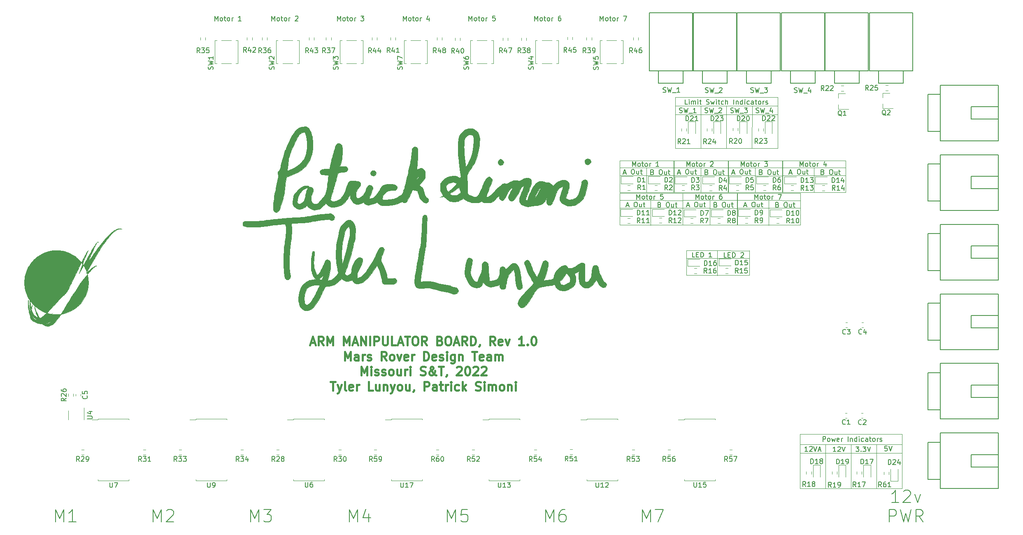
<source format=gbr>
%TF.GenerationSoftware,KiCad,Pcbnew,(5.1.10)-1*%
%TF.CreationDate,2021-12-04T16:47:44-06:00*%
%TF.ProjectId,ArmBoard_Hardware,41726d42-6f61-4726-945f-486172647761,rev?*%
%TF.SameCoordinates,Original*%
%TF.FileFunction,Legend,Top*%
%TF.FilePolarity,Positive*%
%FSLAX46Y46*%
G04 Gerber Fmt 4.6, Leading zero omitted, Abs format (unit mm)*
G04 Created by KiCad (PCBNEW (5.1.10)-1) date 2021-12-04 16:47:44*
%MOMM*%
%LPD*%
G01*
G04 APERTURE LIST*
%ADD10C,0.444500*%
%ADD11C,0.150000*%
%ADD12C,0.120000*%
%ADD13C,0.010000*%
G04 APERTURE END LIST*
D10*
X125772333Y-80592083D02*
X126618999Y-80592083D01*
X125602999Y-81100083D02*
X126195666Y-79322083D01*
X126788333Y-81100083D01*
X128396999Y-81100083D02*
X127804333Y-80253416D01*
X127380999Y-81100083D02*
X127380999Y-79322083D01*
X128058333Y-79322083D01*
X128227666Y-79406750D01*
X128312333Y-79491416D01*
X128396999Y-79660750D01*
X128396999Y-79914750D01*
X128312333Y-80084083D01*
X128227666Y-80168750D01*
X128058333Y-80253416D01*
X127380999Y-80253416D01*
X129158999Y-81100083D02*
X129158999Y-79322083D01*
X129751666Y-80592083D01*
X130344333Y-79322083D01*
X130344333Y-81100083D01*
X132545666Y-81100083D02*
X132545666Y-79322083D01*
X133138333Y-80592083D01*
X133730999Y-79322083D01*
X133730999Y-81100083D01*
X134493000Y-80592083D02*
X135339666Y-80592083D01*
X134323666Y-81100083D02*
X134916333Y-79322083D01*
X135509000Y-81100083D01*
X136101666Y-81100083D02*
X136101666Y-79322083D01*
X137117666Y-81100083D01*
X137117666Y-79322083D01*
X137964333Y-81100083D02*
X137964333Y-79322083D01*
X138811000Y-81100083D02*
X138811000Y-79322083D01*
X139488333Y-79322083D01*
X139657666Y-79406750D01*
X139742333Y-79491416D01*
X139827000Y-79660750D01*
X139827000Y-79914750D01*
X139742333Y-80084083D01*
X139657666Y-80168750D01*
X139488333Y-80253416D01*
X138811000Y-80253416D01*
X140589000Y-79322083D02*
X140589000Y-80761416D01*
X140673666Y-80930750D01*
X140758333Y-81015416D01*
X140927666Y-81100083D01*
X141266333Y-81100083D01*
X141435666Y-81015416D01*
X141520333Y-80930750D01*
X141605000Y-80761416D01*
X141605000Y-79322083D01*
X143298333Y-81100083D02*
X142451666Y-81100083D01*
X142451666Y-79322083D01*
X143806333Y-80592083D02*
X144653000Y-80592083D01*
X143637000Y-81100083D02*
X144229666Y-79322083D01*
X144822333Y-81100083D01*
X145161000Y-79322083D02*
X146177000Y-79322083D01*
X145669000Y-81100083D02*
X145669000Y-79322083D01*
X147108333Y-79322083D02*
X147447000Y-79322083D01*
X147616333Y-79406750D01*
X147785666Y-79576083D01*
X147870333Y-79914750D01*
X147870333Y-80507416D01*
X147785666Y-80846083D01*
X147616333Y-81015416D01*
X147447000Y-81100083D01*
X147108333Y-81100083D01*
X146939000Y-81015416D01*
X146769666Y-80846083D01*
X146685000Y-80507416D01*
X146685000Y-79914750D01*
X146769666Y-79576083D01*
X146939000Y-79406750D01*
X147108333Y-79322083D01*
X149648333Y-81100083D02*
X149055666Y-80253416D01*
X148632333Y-81100083D02*
X148632333Y-79322083D01*
X149309666Y-79322083D01*
X149479000Y-79406750D01*
X149563666Y-79491416D01*
X149648333Y-79660750D01*
X149648333Y-79914750D01*
X149563666Y-80084083D01*
X149479000Y-80168750D01*
X149309666Y-80253416D01*
X148632333Y-80253416D01*
X152357666Y-80168750D02*
X152611666Y-80253416D01*
X152696333Y-80338083D01*
X152781000Y-80507416D01*
X152781000Y-80761416D01*
X152696333Y-80930750D01*
X152611666Y-81015416D01*
X152442333Y-81100083D01*
X151765000Y-81100083D01*
X151765000Y-79322083D01*
X152357666Y-79322083D01*
X152527000Y-79406750D01*
X152611666Y-79491416D01*
X152696333Y-79660750D01*
X152696333Y-79830083D01*
X152611666Y-79999416D01*
X152527000Y-80084083D01*
X152357666Y-80168750D01*
X151765000Y-80168750D01*
X153881666Y-79322083D02*
X154220333Y-79322083D01*
X154389666Y-79406750D01*
X154559000Y-79576083D01*
X154643666Y-79914750D01*
X154643666Y-80507416D01*
X154559000Y-80846083D01*
X154389666Y-81015416D01*
X154220333Y-81100083D01*
X153881666Y-81100083D01*
X153712333Y-81015416D01*
X153543000Y-80846083D01*
X153458333Y-80507416D01*
X153458333Y-79914750D01*
X153543000Y-79576083D01*
X153712333Y-79406750D01*
X153881666Y-79322083D01*
X155321000Y-80592083D02*
X156167666Y-80592083D01*
X155151666Y-81100083D02*
X155744333Y-79322083D01*
X156337000Y-81100083D01*
X157945666Y-81100083D02*
X157353000Y-80253416D01*
X156929666Y-81100083D02*
X156929666Y-79322083D01*
X157607000Y-79322083D01*
X157776333Y-79406750D01*
X157861000Y-79491416D01*
X157945666Y-79660750D01*
X157945666Y-79914750D01*
X157861000Y-80084083D01*
X157776333Y-80168750D01*
X157607000Y-80253416D01*
X156929666Y-80253416D01*
X158707666Y-81100083D02*
X158707666Y-79322083D01*
X159131000Y-79322083D01*
X159385000Y-79406750D01*
X159554333Y-79576083D01*
X159639000Y-79745416D01*
X159723666Y-80084083D01*
X159723666Y-80338083D01*
X159639000Y-80676750D01*
X159554333Y-80846083D01*
X159385000Y-81015416D01*
X159131000Y-81100083D01*
X158707666Y-81100083D01*
X160570333Y-81015416D02*
X160570333Y-81100083D01*
X160485666Y-81269416D01*
X160401000Y-81354083D01*
X163703000Y-81100083D02*
X163110333Y-80253416D01*
X162687000Y-81100083D02*
X162687000Y-79322083D01*
X163364333Y-79322083D01*
X163533666Y-79406750D01*
X163618333Y-79491416D01*
X163703000Y-79660750D01*
X163703000Y-79914750D01*
X163618333Y-80084083D01*
X163533666Y-80168750D01*
X163364333Y-80253416D01*
X162687000Y-80253416D01*
X165142333Y-81015416D02*
X164973000Y-81100083D01*
X164634333Y-81100083D01*
X164465000Y-81015416D01*
X164380333Y-80846083D01*
X164380333Y-80168750D01*
X164465000Y-79999416D01*
X164634333Y-79914750D01*
X164973000Y-79914750D01*
X165142333Y-79999416D01*
X165227000Y-80168750D01*
X165227000Y-80338083D01*
X164380333Y-80507416D01*
X165819666Y-79914750D02*
X166243000Y-81100083D01*
X166666333Y-79914750D01*
X169629666Y-81100083D02*
X168613666Y-81100083D01*
X169121666Y-81100083D02*
X169121666Y-79322083D01*
X168952333Y-79576083D01*
X168782999Y-79745416D01*
X168613666Y-79830083D01*
X170391666Y-80930750D02*
X170476333Y-81015416D01*
X170391666Y-81100083D01*
X170306999Y-81015416D01*
X170391666Y-80930750D01*
X170391666Y-81100083D01*
X171576999Y-79322083D02*
X171746333Y-79322083D01*
X171915666Y-79406750D01*
X172000333Y-79491416D01*
X172084999Y-79660750D01*
X172169666Y-79999416D01*
X172169666Y-80422750D01*
X172084999Y-80761416D01*
X172000333Y-80930750D01*
X171915666Y-81015416D01*
X171746333Y-81100083D01*
X171576999Y-81100083D01*
X171407666Y-81015416D01*
X171322999Y-80930750D01*
X171238333Y-80761416D01*
X171153666Y-80422750D01*
X171153666Y-79999416D01*
X171238333Y-79660750D01*
X171322999Y-79491416D01*
X171407666Y-79406750D01*
X171576999Y-79322083D01*
X132757333Y-84211583D02*
X132757333Y-82433583D01*
X133350000Y-83703583D01*
X133942666Y-82433583D01*
X133942666Y-84211583D01*
X135551333Y-84211583D02*
X135551333Y-83280250D01*
X135466666Y-83110916D01*
X135297333Y-83026250D01*
X134958666Y-83026250D01*
X134789333Y-83110916D01*
X135551333Y-84126916D02*
X135382000Y-84211583D01*
X134958666Y-84211583D01*
X134789333Y-84126916D01*
X134704666Y-83957583D01*
X134704666Y-83788250D01*
X134789333Y-83618916D01*
X134958666Y-83534250D01*
X135382000Y-83534250D01*
X135551333Y-83449583D01*
X136398000Y-84211583D02*
X136398000Y-83026250D01*
X136398000Y-83364916D02*
X136482666Y-83195583D01*
X136567333Y-83110916D01*
X136736666Y-83026250D01*
X136906000Y-83026250D01*
X137414000Y-84126916D02*
X137583333Y-84211583D01*
X137922000Y-84211583D01*
X138091333Y-84126916D01*
X138176000Y-83957583D01*
X138176000Y-83872916D01*
X138091333Y-83703583D01*
X137922000Y-83618916D01*
X137668000Y-83618916D01*
X137498666Y-83534250D01*
X137414000Y-83364916D01*
X137414000Y-83280250D01*
X137498666Y-83110916D01*
X137668000Y-83026250D01*
X137922000Y-83026250D01*
X138091333Y-83110916D01*
X141308666Y-84211583D02*
X140716000Y-83364916D01*
X140292666Y-84211583D02*
X140292666Y-82433583D01*
X140970000Y-82433583D01*
X141139333Y-82518250D01*
X141224000Y-82602916D01*
X141308666Y-82772250D01*
X141308666Y-83026250D01*
X141224000Y-83195583D01*
X141139333Y-83280250D01*
X140970000Y-83364916D01*
X140292666Y-83364916D01*
X142324666Y-84211583D02*
X142155333Y-84126916D01*
X142070666Y-84042250D01*
X141986000Y-83872916D01*
X141986000Y-83364916D01*
X142070666Y-83195583D01*
X142155333Y-83110916D01*
X142324666Y-83026250D01*
X142578666Y-83026250D01*
X142748000Y-83110916D01*
X142832666Y-83195583D01*
X142917333Y-83364916D01*
X142917333Y-83872916D01*
X142832666Y-84042250D01*
X142748000Y-84126916D01*
X142578666Y-84211583D01*
X142324666Y-84211583D01*
X143510000Y-83026250D02*
X143933333Y-84211583D01*
X144356666Y-83026250D01*
X145711333Y-84126916D02*
X145542000Y-84211583D01*
X145203333Y-84211583D01*
X145034000Y-84126916D01*
X144949333Y-83957583D01*
X144949333Y-83280250D01*
X145034000Y-83110916D01*
X145203333Y-83026250D01*
X145542000Y-83026250D01*
X145711333Y-83110916D01*
X145796000Y-83280250D01*
X145796000Y-83449583D01*
X144949333Y-83618916D01*
X146558000Y-84211583D02*
X146558000Y-83026250D01*
X146558000Y-83364916D02*
X146642666Y-83195583D01*
X146727333Y-83110916D01*
X146896666Y-83026250D01*
X147066000Y-83026250D01*
X149013333Y-84211583D02*
X149013333Y-82433583D01*
X149436666Y-82433583D01*
X149690666Y-82518250D01*
X149860000Y-82687583D01*
X149944666Y-82856916D01*
X150029333Y-83195583D01*
X150029333Y-83449583D01*
X149944666Y-83788250D01*
X149860000Y-83957583D01*
X149690666Y-84126916D01*
X149436666Y-84211583D01*
X149013333Y-84211583D01*
X151468666Y-84126916D02*
X151299333Y-84211583D01*
X150960666Y-84211583D01*
X150791333Y-84126916D01*
X150706666Y-83957583D01*
X150706666Y-83280250D01*
X150791333Y-83110916D01*
X150960666Y-83026250D01*
X151299333Y-83026250D01*
X151468666Y-83110916D01*
X151553333Y-83280250D01*
X151553333Y-83449583D01*
X150706666Y-83618916D01*
X152230666Y-84126916D02*
X152400000Y-84211583D01*
X152738666Y-84211583D01*
X152908000Y-84126916D01*
X152992666Y-83957583D01*
X152992666Y-83872916D01*
X152908000Y-83703583D01*
X152738666Y-83618916D01*
X152484666Y-83618916D01*
X152315333Y-83534250D01*
X152230666Y-83364916D01*
X152230666Y-83280250D01*
X152315333Y-83110916D01*
X152484666Y-83026250D01*
X152738666Y-83026250D01*
X152908000Y-83110916D01*
X153754666Y-84211583D02*
X153754666Y-83026250D01*
X153754666Y-82433583D02*
X153670000Y-82518250D01*
X153754666Y-82602916D01*
X153839333Y-82518250D01*
X153754666Y-82433583D01*
X153754666Y-82602916D01*
X155363333Y-83026250D02*
X155363333Y-84465583D01*
X155278666Y-84634916D01*
X155194000Y-84719583D01*
X155024666Y-84804250D01*
X154770666Y-84804250D01*
X154601333Y-84719583D01*
X155363333Y-84126916D02*
X155194000Y-84211583D01*
X154855333Y-84211583D01*
X154686000Y-84126916D01*
X154601333Y-84042250D01*
X154516666Y-83872916D01*
X154516666Y-83364916D01*
X154601333Y-83195583D01*
X154686000Y-83110916D01*
X154855333Y-83026250D01*
X155194000Y-83026250D01*
X155363333Y-83110916D01*
X156210000Y-83026250D02*
X156210000Y-84211583D01*
X156210000Y-83195583D02*
X156294666Y-83110916D01*
X156464000Y-83026250D01*
X156718000Y-83026250D01*
X156887333Y-83110916D01*
X156972000Y-83280250D01*
X156972000Y-84211583D01*
X158919333Y-82433583D02*
X159935333Y-82433583D01*
X159427333Y-84211583D02*
X159427333Y-82433583D01*
X161205333Y-84126916D02*
X161036000Y-84211583D01*
X160697333Y-84211583D01*
X160528000Y-84126916D01*
X160443333Y-83957583D01*
X160443333Y-83280250D01*
X160528000Y-83110916D01*
X160697333Y-83026250D01*
X161036000Y-83026250D01*
X161205333Y-83110916D01*
X161290000Y-83280250D01*
X161290000Y-83449583D01*
X160443333Y-83618916D01*
X162814000Y-84211583D02*
X162814000Y-83280250D01*
X162729333Y-83110916D01*
X162560000Y-83026250D01*
X162221333Y-83026250D01*
X162052000Y-83110916D01*
X162814000Y-84126916D02*
X162644666Y-84211583D01*
X162221333Y-84211583D01*
X162052000Y-84126916D01*
X161967333Y-83957583D01*
X161967333Y-83788250D01*
X162052000Y-83618916D01*
X162221333Y-83534250D01*
X162644666Y-83534250D01*
X162814000Y-83449583D01*
X163660666Y-84211583D02*
X163660666Y-83026250D01*
X163660666Y-83195583D02*
X163745333Y-83110916D01*
X163914666Y-83026250D01*
X164168666Y-83026250D01*
X164338000Y-83110916D01*
X164422666Y-83280250D01*
X164422666Y-84211583D01*
X164422666Y-83280250D02*
X164507333Y-83110916D01*
X164676666Y-83026250D01*
X164930666Y-83026250D01*
X165100000Y-83110916D01*
X165184666Y-83280250D01*
X165184666Y-84211583D01*
X136144000Y-87323083D02*
X136144000Y-85545083D01*
X136736666Y-86815083D01*
X137329333Y-85545083D01*
X137329333Y-87323083D01*
X138176000Y-87323083D02*
X138176000Y-86137750D01*
X138176000Y-85545083D02*
X138091333Y-85629750D01*
X138176000Y-85714416D01*
X138260666Y-85629750D01*
X138176000Y-85545083D01*
X138176000Y-85714416D01*
X138938000Y-87238416D02*
X139107333Y-87323083D01*
X139446000Y-87323083D01*
X139615333Y-87238416D01*
X139700000Y-87069083D01*
X139700000Y-86984416D01*
X139615333Y-86815083D01*
X139446000Y-86730416D01*
X139192000Y-86730416D01*
X139022666Y-86645750D01*
X138938000Y-86476416D01*
X138938000Y-86391750D01*
X139022666Y-86222416D01*
X139192000Y-86137750D01*
X139446000Y-86137750D01*
X139615333Y-86222416D01*
X140377333Y-87238416D02*
X140546666Y-87323083D01*
X140885333Y-87323083D01*
X141054666Y-87238416D01*
X141139333Y-87069083D01*
X141139333Y-86984416D01*
X141054666Y-86815083D01*
X140885333Y-86730416D01*
X140631333Y-86730416D01*
X140462000Y-86645750D01*
X140377333Y-86476416D01*
X140377333Y-86391750D01*
X140462000Y-86222416D01*
X140631333Y-86137750D01*
X140885333Y-86137750D01*
X141054666Y-86222416D01*
X142155333Y-87323083D02*
X141986000Y-87238416D01*
X141901333Y-87153750D01*
X141816666Y-86984416D01*
X141816666Y-86476416D01*
X141901333Y-86307083D01*
X141986000Y-86222416D01*
X142155333Y-86137750D01*
X142409333Y-86137750D01*
X142578666Y-86222416D01*
X142663333Y-86307083D01*
X142748000Y-86476416D01*
X142748000Y-86984416D01*
X142663333Y-87153750D01*
X142578666Y-87238416D01*
X142409333Y-87323083D01*
X142155333Y-87323083D01*
X144272000Y-86137750D02*
X144272000Y-87323083D01*
X143510000Y-86137750D02*
X143510000Y-87069083D01*
X143594666Y-87238416D01*
X143764000Y-87323083D01*
X144018000Y-87323083D01*
X144187333Y-87238416D01*
X144272000Y-87153750D01*
X145118666Y-87323083D02*
X145118666Y-86137750D01*
X145118666Y-86476416D02*
X145203333Y-86307083D01*
X145288000Y-86222416D01*
X145457333Y-86137750D01*
X145626666Y-86137750D01*
X146219333Y-87323083D02*
X146219333Y-86137750D01*
X146219333Y-85545083D02*
X146134666Y-85629750D01*
X146219333Y-85714416D01*
X146304000Y-85629750D01*
X146219333Y-85545083D01*
X146219333Y-85714416D01*
X148336000Y-87238416D02*
X148590000Y-87323083D01*
X149013333Y-87323083D01*
X149182666Y-87238416D01*
X149267333Y-87153750D01*
X149352000Y-86984416D01*
X149352000Y-86815083D01*
X149267333Y-86645750D01*
X149182666Y-86561083D01*
X149013333Y-86476416D01*
X148674666Y-86391750D01*
X148505333Y-86307083D01*
X148420666Y-86222416D01*
X148336000Y-86053083D01*
X148336000Y-85883750D01*
X148420666Y-85714416D01*
X148505333Y-85629750D01*
X148674666Y-85545083D01*
X149098000Y-85545083D01*
X149352000Y-85629750D01*
X151553333Y-87323083D02*
X151468666Y-87323083D01*
X151299333Y-87238416D01*
X151045333Y-86984416D01*
X150622000Y-86476416D01*
X150452666Y-86222416D01*
X150368000Y-85968416D01*
X150368000Y-85799083D01*
X150452666Y-85629750D01*
X150622000Y-85545083D01*
X150706666Y-85545083D01*
X150876000Y-85629750D01*
X150960666Y-85799083D01*
X150960666Y-85883750D01*
X150876000Y-86053083D01*
X150791333Y-86137750D01*
X150283333Y-86476416D01*
X150198666Y-86561083D01*
X150114000Y-86730416D01*
X150114000Y-86984416D01*
X150198666Y-87153750D01*
X150283333Y-87238416D01*
X150452666Y-87323083D01*
X150706666Y-87323083D01*
X150876000Y-87238416D01*
X150960666Y-87153750D01*
X151214666Y-86815083D01*
X151299333Y-86561083D01*
X151299333Y-86391750D01*
X152061333Y-85545083D02*
X153077333Y-85545083D01*
X152569333Y-87323083D02*
X152569333Y-85545083D01*
X153754666Y-87238416D02*
X153754666Y-87323083D01*
X153670000Y-87492416D01*
X153585333Y-87577083D01*
X155786666Y-85714416D02*
X155871333Y-85629750D01*
X156040666Y-85545083D01*
X156464000Y-85545083D01*
X156633333Y-85629750D01*
X156718000Y-85714416D01*
X156802666Y-85883750D01*
X156802666Y-86053083D01*
X156718000Y-86307083D01*
X155702000Y-87323083D01*
X156802666Y-87323083D01*
X157903333Y-85545083D02*
X158072666Y-85545083D01*
X158242000Y-85629750D01*
X158326666Y-85714416D01*
X158411333Y-85883750D01*
X158496000Y-86222416D01*
X158496000Y-86645750D01*
X158411333Y-86984416D01*
X158326666Y-87153750D01*
X158242000Y-87238416D01*
X158072666Y-87323083D01*
X157903333Y-87323083D01*
X157734000Y-87238416D01*
X157649333Y-87153750D01*
X157564666Y-86984416D01*
X157480000Y-86645750D01*
X157480000Y-86222416D01*
X157564666Y-85883750D01*
X157649333Y-85714416D01*
X157734000Y-85629750D01*
X157903333Y-85545083D01*
X159173333Y-85714416D02*
X159258000Y-85629750D01*
X159427333Y-85545083D01*
X159850666Y-85545083D01*
X160020000Y-85629750D01*
X160104666Y-85714416D01*
X160189333Y-85883750D01*
X160189333Y-86053083D01*
X160104666Y-86307083D01*
X159088666Y-87323083D01*
X160189333Y-87323083D01*
X160866666Y-85714416D02*
X160951333Y-85629750D01*
X161120666Y-85545083D01*
X161544000Y-85545083D01*
X161713333Y-85629750D01*
X161798000Y-85714416D01*
X161882666Y-85883750D01*
X161882666Y-86053083D01*
X161798000Y-86307083D01*
X160782000Y-87323083D01*
X161882666Y-87323083D01*
X129794000Y-88656583D02*
X130810000Y-88656583D01*
X130302000Y-90434583D02*
X130302000Y-88656583D01*
X131233333Y-89249250D02*
X131656666Y-90434583D01*
X132080000Y-89249250D02*
X131656666Y-90434583D01*
X131487333Y-90857916D01*
X131402666Y-90942583D01*
X131233333Y-91027250D01*
X133011333Y-90434583D02*
X132842000Y-90349916D01*
X132757333Y-90180583D01*
X132757333Y-88656583D01*
X134366000Y-90349916D02*
X134196666Y-90434583D01*
X133858000Y-90434583D01*
X133688666Y-90349916D01*
X133604000Y-90180583D01*
X133604000Y-89503250D01*
X133688666Y-89333916D01*
X133858000Y-89249250D01*
X134196666Y-89249250D01*
X134366000Y-89333916D01*
X134450666Y-89503250D01*
X134450666Y-89672583D01*
X133604000Y-89841916D01*
X135212666Y-90434583D02*
X135212666Y-89249250D01*
X135212666Y-89587916D02*
X135297333Y-89418583D01*
X135382000Y-89333916D01*
X135551333Y-89249250D01*
X135720666Y-89249250D01*
X138514666Y-90434583D02*
X137668000Y-90434583D01*
X137668000Y-88656583D01*
X139869333Y-89249250D02*
X139869333Y-90434583D01*
X139107333Y-89249250D02*
X139107333Y-90180583D01*
X139192000Y-90349916D01*
X139361333Y-90434583D01*
X139615333Y-90434583D01*
X139784666Y-90349916D01*
X139869333Y-90265250D01*
X140716000Y-89249250D02*
X140716000Y-90434583D01*
X140716000Y-89418583D02*
X140800666Y-89333916D01*
X140970000Y-89249250D01*
X141224000Y-89249250D01*
X141393333Y-89333916D01*
X141478000Y-89503250D01*
X141478000Y-90434583D01*
X142155333Y-89249250D02*
X142578666Y-90434583D01*
X143002000Y-89249250D02*
X142578666Y-90434583D01*
X142409333Y-90857916D01*
X142324666Y-90942583D01*
X142155333Y-91027250D01*
X143933333Y-90434583D02*
X143764000Y-90349916D01*
X143679333Y-90265250D01*
X143594666Y-90095916D01*
X143594666Y-89587916D01*
X143679333Y-89418583D01*
X143764000Y-89333916D01*
X143933333Y-89249250D01*
X144187333Y-89249250D01*
X144356666Y-89333916D01*
X144441333Y-89418583D01*
X144526000Y-89587916D01*
X144526000Y-90095916D01*
X144441333Y-90265250D01*
X144356666Y-90349916D01*
X144187333Y-90434583D01*
X143933333Y-90434583D01*
X146050000Y-89249250D02*
X146050000Y-90434583D01*
X145288000Y-89249250D02*
X145288000Y-90180583D01*
X145372666Y-90349916D01*
X145542000Y-90434583D01*
X145796000Y-90434583D01*
X145965333Y-90349916D01*
X146050000Y-90265250D01*
X146981333Y-90349916D02*
X146981333Y-90434583D01*
X146896666Y-90603916D01*
X146812000Y-90688583D01*
X149098000Y-90434583D02*
X149098000Y-88656583D01*
X149775333Y-88656583D01*
X149944666Y-88741250D01*
X150029333Y-88825916D01*
X150114000Y-88995250D01*
X150114000Y-89249250D01*
X150029333Y-89418583D01*
X149944666Y-89503250D01*
X149775333Y-89587916D01*
X149098000Y-89587916D01*
X151638000Y-90434583D02*
X151638000Y-89503250D01*
X151553333Y-89333916D01*
X151384000Y-89249250D01*
X151045333Y-89249250D01*
X150876000Y-89333916D01*
X151638000Y-90349916D02*
X151468666Y-90434583D01*
X151045333Y-90434583D01*
X150876000Y-90349916D01*
X150791333Y-90180583D01*
X150791333Y-90011250D01*
X150876000Y-89841916D01*
X151045333Y-89757250D01*
X151468666Y-89757250D01*
X151638000Y-89672583D01*
X152230666Y-89249250D02*
X152908000Y-89249250D01*
X152484666Y-88656583D02*
X152484666Y-90180583D01*
X152569333Y-90349916D01*
X152738666Y-90434583D01*
X152908000Y-90434583D01*
X153500666Y-90434583D02*
X153500666Y-89249250D01*
X153500666Y-89587916D02*
X153585333Y-89418583D01*
X153670000Y-89333916D01*
X153839333Y-89249250D01*
X154008666Y-89249250D01*
X154601333Y-90434583D02*
X154601333Y-89249250D01*
X154601333Y-88656583D02*
X154516666Y-88741250D01*
X154601333Y-88825916D01*
X154686000Y-88741250D01*
X154601333Y-88656583D01*
X154601333Y-88825916D01*
X156210000Y-90349916D02*
X156040666Y-90434583D01*
X155702000Y-90434583D01*
X155532666Y-90349916D01*
X155448000Y-90265250D01*
X155363333Y-90095916D01*
X155363333Y-89587916D01*
X155448000Y-89418583D01*
X155532666Y-89333916D01*
X155702000Y-89249250D01*
X156040666Y-89249250D01*
X156210000Y-89333916D01*
X156972000Y-90434583D02*
X156972000Y-88656583D01*
X157141333Y-89757250D02*
X157649333Y-90434583D01*
X157649333Y-89249250D02*
X156972000Y-89926583D01*
X159681333Y-90349916D02*
X159935333Y-90434583D01*
X160358666Y-90434583D01*
X160528000Y-90349916D01*
X160612666Y-90265250D01*
X160697333Y-90095916D01*
X160697333Y-89926583D01*
X160612666Y-89757250D01*
X160528000Y-89672583D01*
X160358666Y-89587916D01*
X160020000Y-89503250D01*
X159850666Y-89418583D01*
X159766000Y-89333916D01*
X159681333Y-89164583D01*
X159681333Y-88995250D01*
X159766000Y-88825916D01*
X159850666Y-88741250D01*
X160020000Y-88656583D01*
X160443333Y-88656583D01*
X160697333Y-88741250D01*
X161459333Y-90434583D02*
X161459333Y-89249250D01*
X161459333Y-88656583D02*
X161374666Y-88741250D01*
X161459333Y-88825916D01*
X161544000Y-88741250D01*
X161459333Y-88656583D01*
X161459333Y-88825916D01*
X162306000Y-90434583D02*
X162306000Y-89249250D01*
X162306000Y-89418583D02*
X162390666Y-89333916D01*
X162560000Y-89249250D01*
X162814000Y-89249250D01*
X162983333Y-89333916D01*
X163068000Y-89503250D01*
X163068000Y-90434583D01*
X163068000Y-89503250D02*
X163152666Y-89333916D01*
X163322000Y-89249250D01*
X163576000Y-89249250D01*
X163745333Y-89333916D01*
X163830000Y-89503250D01*
X163830000Y-90434583D01*
X164930666Y-90434583D02*
X164761333Y-90349916D01*
X164676666Y-90265250D01*
X164592000Y-90095916D01*
X164592000Y-89587916D01*
X164676666Y-89418583D01*
X164761333Y-89333916D01*
X164930666Y-89249250D01*
X165184666Y-89249250D01*
X165354000Y-89333916D01*
X165438666Y-89418583D01*
X165523333Y-89587916D01*
X165523333Y-90095916D01*
X165438666Y-90265250D01*
X165354000Y-90349916D01*
X165184666Y-90434583D01*
X164930666Y-90434583D01*
X166285333Y-89249250D02*
X166285333Y-90434583D01*
X166285333Y-89418583D02*
X166370000Y-89333916D01*
X166539333Y-89249250D01*
X166793333Y-89249250D01*
X166962666Y-89333916D01*
X167047333Y-89503250D01*
X167047333Y-90434583D01*
X167894000Y-90434583D02*
X167894000Y-89249250D01*
X167894000Y-88656583D02*
X167809333Y-88741250D01*
X167894000Y-88825916D01*
X167978666Y-88741250D01*
X167894000Y-88656583D01*
X167894000Y-88825916D01*
D11*
X246731971Y-113495647D02*
X245280542Y-113495647D01*
X246006257Y-113495647D02*
X246006257Y-110955647D01*
X245764352Y-111318504D01*
X245522447Y-111560409D01*
X245280542Y-111681361D01*
X247699590Y-111197552D02*
X247820542Y-111076600D01*
X248062447Y-110955647D01*
X248667209Y-110955647D01*
X248909114Y-111076600D01*
X249030066Y-111197552D01*
X249151019Y-111439457D01*
X249151019Y-111681361D01*
X249030066Y-112044219D01*
X247578638Y-113495647D01*
X249151019Y-113495647D01*
X249997685Y-111802314D02*
X250602447Y-113495647D01*
X251207209Y-111802314D01*
X244796733Y-117455647D02*
X244796733Y-114915647D01*
X245764352Y-114915647D01*
X246006257Y-115036600D01*
X246127209Y-115157552D01*
X246248161Y-115399457D01*
X246248161Y-115762314D01*
X246127209Y-116004219D01*
X246006257Y-116125171D01*
X245764352Y-116246123D01*
X244796733Y-116246123D01*
X247094828Y-114915647D02*
X247699590Y-117455647D01*
X248183400Y-115641361D01*
X248667209Y-117455647D01*
X249271971Y-114915647D01*
X251691019Y-117455647D02*
X250844352Y-116246123D01*
X250239590Y-117455647D02*
X250239590Y-114915647D01*
X251207209Y-114915647D01*
X251449114Y-115036600D01*
X251570066Y-115157552D01*
X251691019Y-115399457D01*
X251691019Y-115762314D01*
X251570066Y-116004219D01*
X251449114Y-116125171D01*
X251207209Y-116246123D01*
X250239590Y-116246123D01*
X193955609Y-117455647D02*
X193955609Y-114915647D01*
X194802276Y-116729933D01*
X195648942Y-114915647D01*
X195648942Y-117455647D01*
X196616561Y-114915647D02*
X198309895Y-114915647D01*
X197221323Y-117455647D01*
X174042009Y-117455647D02*
X174042009Y-114915647D01*
X174888676Y-116729933D01*
X175735342Y-114915647D01*
X175735342Y-117455647D01*
X178033438Y-114915647D02*
X177549628Y-114915647D01*
X177307723Y-115036600D01*
X177186771Y-115157552D01*
X176944866Y-115520409D01*
X176823914Y-116004219D01*
X176823914Y-116971838D01*
X176944866Y-117213742D01*
X177065819Y-117334695D01*
X177307723Y-117455647D01*
X177791533Y-117455647D01*
X178033438Y-117334695D01*
X178154390Y-117213742D01*
X178275342Y-116971838D01*
X178275342Y-116367076D01*
X178154390Y-116125171D01*
X178033438Y-116004219D01*
X177791533Y-115883266D01*
X177307723Y-115883266D01*
X177065819Y-116004219D01*
X176944866Y-116125171D01*
X176823914Y-116367076D01*
X153874409Y-117455647D02*
X153874409Y-114915647D01*
X154721076Y-116729933D01*
X155567742Y-114915647D01*
X155567742Y-117455647D01*
X157986790Y-114915647D02*
X156777266Y-114915647D01*
X156656314Y-116125171D01*
X156777266Y-116004219D01*
X157019171Y-115883266D01*
X157623933Y-115883266D01*
X157865838Y-116004219D01*
X157986790Y-116125171D01*
X158107742Y-116367076D01*
X158107742Y-116971838D01*
X157986790Y-117213742D01*
X157865838Y-117334695D01*
X157623933Y-117455647D01*
X157019171Y-117455647D01*
X156777266Y-117334695D01*
X156656314Y-117213742D01*
X133706809Y-117455647D02*
X133706809Y-114915647D01*
X134553476Y-116729933D01*
X135400142Y-114915647D01*
X135400142Y-117455647D01*
X137698238Y-115762314D02*
X137698238Y-117455647D01*
X137093476Y-114794695D02*
X136488714Y-116608980D01*
X138061095Y-116608980D01*
X113386809Y-117455647D02*
X113386809Y-114915647D01*
X114233476Y-116729933D01*
X115080142Y-114915647D01*
X115080142Y-117455647D01*
X116047761Y-114915647D02*
X117620142Y-114915647D01*
X116773476Y-115883266D01*
X117136333Y-115883266D01*
X117378238Y-116004219D01*
X117499190Y-116125171D01*
X117620142Y-116367076D01*
X117620142Y-116971838D01*
X117499190Y-117213742D01*
X117378238Y-117334695D01*
X117136333Y-117455647D01*
X116410619Y-117455647D01*
X116168714Y-117334695D01*
X116047761Y-117213742D01*
X93320809Y-117455647D02*
X93320809Y-114915647D01*
X94167476Y-116729933D01*
X95014142Y-114915647D01*
X95014142Y-117455647D01*
X96102714Y-115157552D02*
X96223666Y-115036600D01*
X96465571Y-114915647D01*
X97070333Y-114915647D01*
X97312238Y-115036600D01*
X97433190Y-115157552D01*
X97554142Y-115399457D01*
X97554142Y-115641361D01*
X97433190Y-116004219D01*
X95981761Y-117455647D01*
X97554142Y-117455647D01*
X73204009Y-117455647D02*
X73204009Y-114915647D01*
X74050676Y-116729933D01*
X74897342Y-114915647D01*
X74897342Y-117455647D01*
X77437342Y-117455647D02*
X75985914Y-117455647D01*
X76711628Y-117455647D02*
X76711628Y-114915647D01*
X76469723Y-115278504D01*
X76227819Y-115520409D01*
X75985914Y-115641361D01*
X198247214Y-29106761D02*
X198390071Y-29154380D01*
X198628166Y-29154380D01*
X198723404Y-29106761D01*
X198771023Y-29059142D01*
X198818642Y-28963904D01*
X198818642Y-28868666D01*
X198771023Y-28773428D01*
X198723404Y-28725809D01*
X198628166Y-28678190D01*
X198437690Y-28630571D01*
X198342452Y-28582952D01*
X198294833Y-28535333D01*
X198247214Y-28440095D01*
X198247214Y-28344857D01*
X198294833Y-28249619D01*
X198342452Y-28202000D01*
X198437690Y-28154380D01*
X198675785Y-28154380D01*
X198818642Y-28202000D01*
X199151976Y-28154380D02*
X199390071Y-29154380D01*
X199580547Y-28440095D01*
X199771023Y-29154380D01*
X200009119Y-28154380D01*
X200151976Y-29249619D02*
X200913880Y-29249619D01*
X201675785Y-29154380D02*
X201104357Y-29154380D01*
X201390071Y-29154380D02*
X201390071Y-28154380D01*
X201294833Y-28297238D01*
X201199595Y-28392476D01*
X201104357Y-28440095D01*
D12*
X203005800Y-61682300D02*
X203005800Y-66762300D01*
X208530300Y-61682300D02*
X203005800Y-61682300D01*
X215959800Y-61695000D02*
X208530300Y-61682300D01*
D11*
X204744300Y-63036380D02*
X204268109Y-63036380D01*
X204268109Y-62036380D01*
X205077633Y-62512571D02*
X205410966Y-62512571D01*
X205553823Y-63036380D02*
X205077633Y-63036380D01*
X205077633Y-62036380D01*
X205553823Y-62036380D01*
X205982395Y-63036380D02*
X205982395Y-62036380D01*
X206220490Y-62036380D01*
X206363347Y-62084000D01*
X206458585Y-62179238D01*
X206506204Y-62274476D01*
X206553823Y-62464952D01*
X206553823Y-62607809D01*
X206506204Y-62798285D01*
X206458585Y-62893523D01*
X206363347Y-62988761D01*
X206220490Y-63036380D01*
X205982395Y-63036380D01*
X208268109Y-63036380D02*
X207696680Y-63036380D01*
X207982395Y-63036380D02*
X207982395Y-62036380D01*
X207887157Y-62179238D01*
X207791919Y-62274476D01*
X207696680Y-62322095D01*
X211284800Y-63087180D02*
X210808609Y-63087180D01*
X210808609Y-62087180D01*
X211618133Y-62563371D02*
X211951466Y-62563371D01*
X212094323Y-63087180D02*
X211618133Y-63087180D01*
X211618133Y-62087180D01*
X212094323Y-62087180D01*
X212522895Y-63087180D02*
X212522895Y-62087180D01*
X212760990Y-62087180D01*
X212903847Y-62134800D01*
X212999085Y-62230038D01*
X213046704Y-62325276D01*
X213094323Y-62515752D01*
X213094323Y-62658609D01*
X213046704Y-62849085D01*
X212999085Y-62944323D01*
X212903847Y-63039561D01*
X212760990Y-63087180D01*
X212522895Y-63087180D01*
X214237180Y-62182419D02*
X214284800Y-62134800D01*
X214380038Y-62087180D01*
X214618133Y-62087180D01*
X214713371Y-62134800D01*
X214760990Y-62182419D01*
X214808609Y-62277657D01*
X214808609Y-62372895D01*
X214760990Y-62515752D01*
X214189561Y-63087180D01*
X214808609Y-63087180D01*
D12*
X203005800Y-66762300D02*
X208530300Y-66762300D01*
X215959800Y-66762300D02*
X215959800Y-61682300D01*
X208530300Y-66762300D02*
X215959800Y-66762300D01*
X203005800Y-63282500D02*
X215959800Y-63282500D01*
X209419300Y-66775000D02*
X209419300Y-61695000D01*
X213550500Y-51358800D02*
X213550500Y-56438800D01*
X219075000Y-51358800D02*
X213550500Y-51358800D01*
X226504500Y-51371500D02*
X219075000Y-51358800D01*
D11*
X214908047Y-52427166D02*
X215384238Y-52427166D01*
X214812809Y-52712880D02*
X215146142Y-51712880D01*
X215479476Y-52712880D01*
X216765190Y-51712880D02*
X216955666Y-51712880D01*
X217050904Y-51760500D01*
X217146142Y-51855738D01*
X217193761Y-52046214D01*
X217193761Y-52379547D01*
X217146142Y-52570023D01*
X217050904Y-52665261D01*
X216955666Y-52712880D01*
X216765190Y-52712880D01*
X216669952Y-52665261D01*
X216574714Y-52570023D01*
X216527095Y-52379547D01*
X216527095Y-52046214D01*
X216574714Y-51855738D01*
X216669952Y-51760500D01*
X216765190Y-51712880D01*
X218050904Y-52046214D02*
X218050904Y-52712880D01*
X217622333Y-52046214D02*
X217622333Y-52570023D01*
X217669952Y-52665261D01*
X217765190Y-52712880D01*
X217908047Y-52712880D01*
X218003285Y-52665261D01*
X218050904Y-52617642D01*
X218384238Y-52046214D02*
X218765190Y-52046214D01*
X218527095Y-51712880D02*
X218527095Y-52570023D01*
X218574714Y-52665261D01*
X218669952Y-52712880D01*
X218765190Y-52712880D01*
X221758071Y-52239871D02*
X221900928Y-52287490D01*
X221948547Y-52335109D01*
X221996166Y-52430347D01*
X221996166Y-52573204D01*
X221948547Y-52668442D01*
X221900928Y-52716061D01*
X221805690Y-52763680D01*
X221424738Y-52763680D01*
X221424738Y-51763680D01*
X221758071Y-51763680D01*
X221853309Y-51811300D01*
X221900928Y-51858919D01*
X221948547Y-51954157D01*
X221948547Y-52049395D01*
X221900928Y-52144633D01*
X221853309Y-52192252D01*
X221758071Y-52239871D01*
X221424738Y-52239871D01*
X223377119Y-51763680D02*
X223567595Y-51763680D01*
X223662833Y-51811300D01*
X223758071Y-51906538D01*
X223805690Y-52097014D01*
X223805690Y-52430347D01*
X223758071Y-52620823D01*
X223662833Y-52716061D01*
X223567595Y-52763680D01*
X223377119Y-52763680D01*
X223281880Y-52716061D01*
X223186642Y-52620823D01*
X223139023Y-52430347D01*
X223139023Y-52097014D01*
X223186642Y-51906538D01*
X223281880Y-51811300D01*
X223377119Y-51763680D01*
X224662833Y-52097014D02*
X224662833Y-52763680D01*
X224234261Y-52097014D02*
X224234261Y-52620823D01*
X224281880Y-52716061D01*
X224377119Y-52763680D01*
X224519976Y-52763680D01*
X224615214Y-52716061D01*
X224662833Y-52668442D01*
X224996166Y-52097014D02*
X225377119Y-52097014D01*
X225139023Y-51763680D02*
X225139023Y-52620823D01*
X225186642Y-52716061D01*
X225281880Y-52763680D01*
X225377119Y-52763680D01*
X217083023Y-51112680D02*
X217083023Y-50112680D01*
X217416357Y-50826966D01*
X217749690Y-50112680D01*
X217749690Y-51112680D01*
X218368738Y-51112680D02*
X218273500Y-51065061D01*
X218225880Y-51017442D01*
X218178261Y-50922204D01*
X218178261Y-50636490D01*
X218225880Y-50541252D01*
X218273500Y-50493633D01*
X218368738Y-50446014D01*
X218511595Y-50446014D01*
X218606833Y-50493633D01*
X218654452Y-50541252D01*
X218702071Y-50636490D01*
X218702071Y-50922204D01*
X218654452Y-51017442D01*
X218606833Y-51065061D01*
X218511595Y-51112680D01*
X218368738Y-51112680D01*
X218987785Y-50446014D02*
X219368738Y-50446014D01*
X219130642Y-50112680D02*
X219130642Y-50969823D01*
X219178261Y-51065061D01*
X219273500Y-51112680D01*
X219368738Y-51112680D01*
X219844928Y-51112680D02*
X219749690Y-51065061D01*
X219702071Y-51017442D01*
X219654452Y-50922204D01*
X219654452Y-50636490D01*
X219702071Y-50541252D01*
X219749690Y-50493633D01*
X219844928Y-50446014D01*
X219987785Y-50446014D01*
X220083023Y-50493633D01*
X220130642Y-50541252D01*
X220178261Y-50636490D01*
X220178261Y-50922204D01*
X220130642Y-51017442D01*
X220083023Y-51065061D01*
X219987785Y-51112680D01*
X219844928Y-51112680D01*
X220606833Y-51112680D02*
X220606833Y-50446014D01*
X220606833Y-50636490D02*
X220654452Y-50541252D01*
X220702071Y-50493633D01*
X220797309Y-50446014D01*
X220892547Y-50446014D01*
X221892547Y-50112680D02*
X222559214Y-50112680D01*
X222130642Y-51112680D01*
D12*
X213550500Y-56438800D02*
X219075000Y-56438800D01*
X226504500Y-56438800D02*
X226504500Y-51358800D01*
X213550500Y-51358800D02*
X213550500Y-49898300D01*
X213550500Y-49898300D02*
X226504500Y-49898300D01*
X219075000Y-56438800D02*
X226504500Y-56438800D01*
X226504500Y-49898300D02*
X226504500Y-51358800D01*
X213550500Y-52959000D02*
X226504500Y-52959000D01*
X219964000Y-56451500D02*
X219964000Y-51371500D01*
X222885000Y-44627800D02*
X222885000Y-49707800D01*
X228409500Y-44627800D02*
X222885000Y-44627800D01*
X235839000Y-44640500D02*
X228409500Y-44627800D01*
D11*
X224242547Y-45696166D02*
X224718738Y-45696166D01*
X224147309Y-45981880D02*
X224480642Y-44981880D01*
X224813976Y-45981880D01*
X226099690Y-44981880D02*
X226290166Y-44981880D01*
X226385404Y-45029500D01*
X226480642Y-45124738D01*
X226528261Y-45315214D01*
X226528261Y-45648547D01*
X226480642Y-45839023D01*
X226385404Y-45934261D01*
X226290166Y-45981880D01*
X226099690Y-45981880D01*
X226004452Y-45934261D01*
X225909214Y-45839023D01*
X225861595Y-45648547D01*
X225861595Y-45315214D01*
X225909214Y-45124738D01*
X226004452Y-45029500D01*
X226099690Y-44981880D01*
X227385404Y-45315214D02*
X227385404Y-45981880D01*
X226956833Y-45315214D02*
X226956833Y-45839023D01*
X227004452Y-45934261D01*
X227099690Y-45981880D01*
X227242547Y-45981880D01*
X227337785Y-45934261D01*
X227385404Y-45886642D01*
X227718738Y-45315214D02*
X228099690Y-45315214D01*
X227861595Y-44981880D02*
X227861595Y-45839023D01*
X227909214Y-45934261D01*
X228004452Y-45981880D01*
X228099690Y-45981880D01*
X231092571Y-45508871D02*
X231235428Y-45556490D01*
X231283047Y-45604109D01*
X231330666Y-45699347D01*
X231330666Y-45842204D01*
X231283047Y-45937442D01*
X231235428Y-45985061D01*
X231140190Y-46032680D01*
X230759238Y-46032680D01*
X230759238Y-45032680D01*
X231092571Y-45032680D01*
X231187809Y-45080300D01*
X231235428Y-45127919D01*
X231283047Y-45223157D01*
X231283047Y-45318395D01*
X231235428Y-45413633D01*
X231187809Y-45461252D01*
X231092571Y-45508871D01*
X230759238Y-45508871D01*
X232711619Y-45032680D02*
X232902095Y-45032680D01*
X232997333Y-45080300D01*
X233092571Y-45175538D01*
X233140190Y-45366014D01*
X233140190Y-45699347D01*
X233092571Y-45889823D01*
X232997333Y-45985061D01*
X232902095Y-46032680D01*
X232711619Y-46032680D01*
X232616380Y-45985061D01*
X232521142Y-45889823D01*
X232473523Y-45699347D01*
X232473523Y-45366014D01*
X232521142Y-45175538D01*
X232616380Y-45080300D01*
X232711619Y-45032680D01*
X233997333Y-45366014D02*
X233997333Y-46032680D01*
X233568761Y-45366014D02*
X233568761Y-45889823D01*
X233616380Y-45985061D01*
X233711619Y-46032680D01*
X233854476Y-46032680D01*
X233949714Y-45985061D01*
X233997333Y-45937442D01*
X234330666Y-45366014D02*
X234711619Y-45366014D01*
X234473523Y-45032680D02*
X234473523Y-45889823D01*
X234521142Y-45985061D01*
X234616380Y-46032680D01*
X234711619Y-46032680D01*
X226417523Y-44381680D02*
X226417523Y-43381680D01*
X226750857Y-44095966D01*
X227084190Y-43381680D01*
X227084190Y-44381680D01*
X227703238Y-44381680D02*
X227608000Y-44334061D01*
X227560380Y-44286442D01*
X227512761Y-44191204D01*
X227512761Y-43905490D01*
X227560380Y-43810252D01*
X227608000Y-43762633D01*
X227703238Y-43715014D01*
X227846095Y-43715014D01*
X227941333Y-43762633D01*
X227988952Y-43810252D01*
X228036571Y-43905490D01*
X228036571Y-44191204D01*
X227988952Y-44286442D01*
X227941333Y-44334061D01*
X227846095Y-44381680D01*
X227703238Y-44381680D01*
X228322285Y-43715014D02*
X228703238Y-43715014D01*
X228465142Y-43381680D02*
X228465142Y-44238823D01*
X228512761Y-44334061D01*
X228608000Y-44381680D01*
X228703238Y-44381680D01*
X229179428Y-44381680D02*
X229084190Y-44334061D01*
X229036571Y-44286442D01*
X228988952Y-44191204D01*
X228988952Y-43905490D01*
X229036571Y-43810252D01*
X229084190Y-43762633D01*
X229179428Y-43715014D01*
X229322285Y-43715014D01*
X229417523Y-43762633D01*
X229465142Y-43810252D01*
X229512761Y-43905490D01*
X229512761Y-44191204D01*
X229465142Y-44286442D01*
X229417523Y-44334061D01*
X229322285Y-44381680D01*
X229179428Y-44381680D01*
X229941333Y-44381680D02*
X229941333Y-43715014D01*
X229941333Y-43905490D02*
X229988952Y-43810252D01*
X230036571Y-43762633D01*
X230131809Y-43715014D01*
X230227047Y-43715014D01*
X231750857Y-43715014D02*
X231750857Y-44381680D01*
X231512761Y-43334061D02*
X231274666Y-44048347D01*
X231893714Y-44048347D01*
D12*
X222885000Y-49707800D02*
X228409500Y-49707800D01*
X235839000Y-49707800D02*
X235839000Y-44627800D01*
X222885000Y-44627800D02*
X222885000Y-43167300D01*
X222885000Y-43167300D02*
X235839000Y-43167300D01*
X228409500Y-49707800D02*
X235839000Y-49707800D01*
X235839000Y-43167300D02*
X235839000Y-44627800D01*
X222885000Y-46228000D02*
X235839000Y-46228000D01*
X229298500Y-49720500D02*
X229298500Y-44640500D01*
X195707000Y-56451500D02*
X195707000Y-51371500D01*
X189293500Y-52959000D02*
X202247500Y-52959000D01*
X202247500Y-56438800D02*
X202247500Y-51358800D01*
X189293500Y-49898300D02*
X202247500Y-49898300D01*
X194818000Y-56438800D02*
X202247500Y-56438800D01*
X189293500Y-56438800D02*
X194818000Y-56438800D01*
X189293500Y-51358800D02*
X189293500Y-49898300D01*
X202247500Y-49898300D02*
X202247500Y-51358800D01*
X202247500Y-51371500D02*
X194818000Y-51358800D01*
D11*
X204954523Y-51112680D02*
X204954523Y-50112680D01*
X205287857Y-50826966D01*
X205621190Y-50112680D01*
X205621190Y-51112680D01*
X206240238Y-51112680D02*
X206145000Y-51065061D01*
X206097380Y-51017442D01*
X206049761Y-50922204D01*
X206049761Y-50636490D01*
X206097380Y-50541252D01*
X206145000Y-50493633D01*
X206240238Y-50446014D01*
X206383095Y-50446014D01*
X206478333Y-50493633D01*
X206525952Y-50541252D01*
X206573571Y-50636490D01*
X206573571Y-50922204D01*
X206525952Y-51017442D01*
X206478333Y-51065061D01*
X206383095Y-51112680D01*
X206240238Y-51112680D01*
X206859285Y-50446014D02*
X207240238Y-50446014D01*
X207002142Y-50112680D02*
X207002142Y-50969823D01*
X207049761Y-51065061D01*
X207145000Y-51112680D01*
X207240238Y-51112680D01*
X207716428Y-51112680D02*
X207621190Y-51065061D01*
X207573571Y-51017442D01*
X207525952Y-50922204D01*
X207525952Y-50636490D01*
X207573571Y-50541252D01*
X207621190Y-50493633D01*
X207716428Y-50446014D01*
X207859285Y-50446014D01*
X207954523Y-50493633D01*
X208002142Y-50541252D01*
X208049761Y-50636490D01*
X208049761Y-50922204D01*
X208002142Y-51017442D01*
X207954523Y-51065061D01*
X207859285Y-51112680D01*
X207716428Y-51112680D01*
X208478333Y-51112680D02*
X208478333Y-50446014D01*
X208478333Y-50636490D02*
X208525952Y-50541252D01*
X208573571Y-50493633D01*
X208668809Y-50446014D01*
X208764047Y-50446014D01*
X210287857Y-50112680D02*
X210097380Y-50112680D01*
X210002142Y-50160300D01*
X209954523Y-50207919D01*
X209859285Y-50350776D01*
X209811666Y-50541252D01*
X209811666Y-50922204D01*
X209859285Y-51017442D01*
X209906904Y-51065061D01*
X210002142Y-51112680D01*
X210192619Y-51112680D01*
X210287857Y-51065061D01*
X210335476Y-51017442D01*
X210383095Y-50922204D01*
X210383095Y-50684109D01*
X210335476Y-50588871D01*
X210287857Y-50541252D01*
X210192619Y-50493633D01*
X210002142Y-50493633D01*
X209906904Y-50541252D01*
X209859285Y-50588871D01*
X209811666Y-50684109D01*
X209058071Y-52239871D02*
X209200928Y-52287490D01*
X209248547Y-52335109D01*
X209296166Y-52430347D01*
X209296166Y-52573204D01*
X209248547Y-52668442D01*
X209200928Y-52716061D01*
X209105690Y-52763680D01*
X208724738Y-52763680D01*
X208724738Y-51763680D01*
X209058071Y-51763680D01*
X209153309Y-51811300D01*
X209200928Y-51858919D01*
X209248547Y-51954157D01*
X209248547Y-52049395D01*
X209200928Y-52144633D01*
X209153309Y-52192252D01*
X209058071Y-52239871D01*
X208724738Y-52239871D01*
X210677119Y-51763680D02*
X210867595Y-51763680D01*
X210962833Y-51811300D01*
X211058071Y-51906538D01*
X211105690Y-52097014D01*
X211105690Y-52430347D01*
X211058071Y-52620823D01*
X210962833Y-52716061D01*
X210867595Y-52763680D01*
X210677119Y-52763680D01*
X210581880Y-52716061D01*
X210486642Y-52620823D01*
X210439023Y-52430347D01*
X210439023Y-52097014D01*
X210486642Y-51906538D01*
X210581880Y-51811300D01*
X210677119Y-51763680D01*
X211962833Y-52097014D02*
X211962833Y-52763680D01*
X211534261Y-52097014D02*
X211534261Y-52620823D01*
X211581880Y-52716061D01*
X211677119Y-52763680D01*
X211819976Y-52763680D01*
X211915214Y-52716061D01*
X211962833Y-52668442D01*
X212296166Y-52097014D02*
X212677119Y-52097014D01*
X212439023Y-51763680D02*
X212439023Y-52620823D01*
X212486642Y-52716061D01*
X212581880Y-52763680D01*
X212677119Y-52763680D01*
X203097047Y-52414466D02*
X203573238Y-52414466D01*
X203001809Y-52700180D02*
X203335142Y-51700180D01*
X203668476Y-52700180D01*
X204954190Y-51700180D02*
X205144666Y-51700180D01*
X205239904Y-51747800D01*
X205335142Y-51843038D01*
X205382761Y-52033514D01*
X205382761Y-52366847D01*
X205335142Y-52557323D01*
X205239904Y-52652561D01*
X205144666Y-52700180D01*
X204954190Y-52700180D01*
X204858952Y-52652561D01*
X204763714Y-52557323D01*
X204716095Y-52366847D01*
X204716095Y-52033514D01*
X204763714Y-51843038D01*
X204858952Y-51747800D01*
X204954190Y-51700180D01*
X206239904Y-52033514D02*
X206239904Y-52700180D01*
X205811333Y-52033514D02*
X205811333Y-52557323D01*
X205858952Y-52652561D01*
X205954190Y-52700180D01*
X206097047Y-52700180D01*
X206192285Y-52652561D01*
X206239904Y-52604942D01*
X206573238Y-52033514D02*
X206954190Y-52033514D01*
X206716095Y-51700180D02*
X206716095Y-52557323D01*
X206763714Y-52652561D01*
X206858952Y-52700180D01*
X206954190Y-52700180D01*
X190651047Y-52427166D02*
X191127238Y-52427166D01*
X190555809Y-52712880D02*
X190889142Y-51712880D01*
X191222476Y-52712880D01*
X192508190Y-51712880D02*
X192698666Y-51712880D01*
X192793904Y-51760500D01*
X192889142Y-51855738D01*
X192936761Y-52046214D01*
X192936761Y-52379547D01*
X192889142Y-52570023D01*
X192793904Y-52665261D01*
X192698666Y-52712880D01*
X192508190Y-52712880D01*
X192412952Y-52665261D01*
X192317714Y-52570023D01*
X192270095Y-52379547D01*
X192270095Y-52046214D01*
X192317714Y-51855738D01*
X192412952Y-51760500D01*
X192508190Y-51712880D01*
X193793904Y-52046214D02*
X193793904Y-52712880D01*
X193365333Y-52046214D02*
X193365333Y-52570023D01*
X193412952Y-52665261D01*
X193508190Y-52712880D01*
X193651047Y-52712880D01*
X193746285Y-52665261D01*
X193793904Y-52617642D01*
X194127238Y-52046214D02*
X194508190Y-52046214D01*
X194270095Y-51712880D02*
X194270095Y-52570023D01*
X194317714Y-52665261D01*
X194412952Y-52712880D01*
X194508190Y-52712880D01*
X197501071Y-52239871D02*
X197643928Y-52287490D01*
X197691547Y-52335109D01*
X197739166Y-52430347D01*
X197739166Y-52573204D01*
X197691547Y-52668442D01*
X197643928Y-52716061D01*
X197548690Y-52763680D01*
X197167738Y-52763680D01*
X197167738Y-51763680D01*
X197501071Y-51763680D01*
X197596309Y-51811300D01*
X197643928Y-51858919D01*
X197691547Y-51954157D01*
X197691547Y-52049395D01*
X197643928Y-52144633D01*
X197596309Y-52192252D01*
X197501071Y-52239871D01*
X197167738Y-52239871D01*
X199120119Y-51763680D02*
X199310595Y-51763680D01*
X199405833Y-51811300D01*
X199501071Y-51906538D01*
X199548690Y-52097014D01*
X199548690Y-52430347D01*
X199501071Y-52620823D01*
X199405833Y-52716061D01*
X199310595Y-52763680D01*
X199120119Y-52763680D01*
X199024880Y-52716061D01*
X198929642Y-52620823D01*
X198882023Y-52430347D01*
X198882023Y-52097014D01*
X198929642Y-51906538D01*
X199024880Y-51811300D01*
X199120119Y-51763680D01*
X200405833Y-52097014D02*
X200405833Y-52763680D01*
X199977261Y-52097014D02*
X199977261Y-52620823D01*
X200024880Y-52716061D01*
X200120119Y-52763680D01*
X200262976Y-52763680D01*
X200358214Y-52716061D01*
X200405833Y-52668442D01*
X200739166Y-52097014D02*
X201120119Y-52097014D01*
X200882023Y-51763680D02*
X200882023Y-52620823D01*
X200929642Y-52716061D01*
X201024880Y-52763680D01*
X201120119Y-52763680D01*
X192826023Y-51112680D02*
X192826023Y-50112680D01*
X193159357Y-50826966D01*
X193492690Y-50112680D01*
X193492690Y-51112680D01*
X194111738Y-51112680D02*
X194016500Y-51065061D01*
X193968880Y-51017442D01*
X193921261Y-50922204D01*
X193921261Y-50636490D01*
X193968880Y-50541252D01*
X194016500Y-50493633D01*
X194111738Y-50446014D01*
X194254595Y-50446014D01*
X194349833Y-50493633D01*
X194397452Y-50541252D01*
X194445071Y-50636490D01*
X194445071Y-50922204D01*
X194397452Y-51017442D01*
X194349833Y-51065061D01*
X194254595Y-51112680D01*
X194111738Y-51112680D01*
X194730785Y-50446014D02*
X195111738Y-50446014D01*
X194873642Y-50112680D02*
X194873642Y-50969823D01*
X194921261Y-51065061D01*
X195016500Y-51112680D01*
X195111738Y-51112680D01*
X195587928Y-51112680D02*
X195492690Y-51065061D01*
X195445071Y-51017442D01*
X195397452Y-50922204D01*
X195397452Y-50636490D01*
X195445071Y-50541252D01*
X195492690Y-50493633D01*
X195587928Y-50446014D01*
X195730785Y-50446014D01*
X195826023Y-50493633D01*
X195873642Y-50541252D01*
X195921261Y-50636490D01*
X195921261Y-50922204D01*
X195873642Y-51017442D01*
X195826023Y-51065061D01*
X195730785Y-51112680D01*
X195587928Y-51112680D01*
X196349833Y-51112680D02*
X196349833Y-50446014D01*
X196349833Y-50636490D02*
X196397452Y-50541252D01*
X196445071Y-50493633D01*
X196540309Y-50446014D01*
X196635547Y-50446014D01*
X198206976Y-50112680D02*
X197730785Y-50112680D01*
X197683166Y-50588871D01*
X197730785Y-50541252D01*
X197826023Y-50493633D01*
X198064119Y-50493633D01*
X198159357Y-50541252D01*
X198206976Y-50588871D01*
X198254595Y-50684109D01*
X198254595Y-50922204D01*
X198206976Y-51017442D01*
X198159357Y-51065061D01*
X198064119Y-51112680D01*
X197826023Y-51112680D01*
X197730785Y-51065061D01*
X197683166Y-51017442D01*
D12*
X213423500Y-56438800D02*
X213423500Y-51358800D01*
X189293500Y-51358800D02*
X189293500Y-56438800D01*
X194818000Y-51358800D02*
X189293500Y-51358800D01*
X202311000Y-56438800D02*
X207835500Y-56438800D01*
X202311000Y-51358800D02*
X202311000Y-49898300D01*
X207835500Y-56438800D02*
X207835500Y-51358800D01*
X207835500Y-51358800D02*
X202311000Y-51358800D01*
X202311000Y-51358800D02*
X202311000Y-56438800D01*
X202311000Y-52946300D02*
X213423500Y-53009800D01*
X213423500Y-51358800D02*
X207835500Y-51358800D01*
X213410800Y-49898300D02*
X213410800Y-51358800D01*
X202311000Y-49898300D02*
X213423500Y-49898300D01*
X207835500Y-56438800D02*
X213423500Y-56438800D01*
D11*
X218392571Y-45521571D02*
X218535428Y-45569190D01*
X218583047Y-45616809D01*
X218630666Y-45712047D01*
X218630666Y-45854904D01*
X218583047Y-45950142D01*
X218535428Y-45997761D01*
X218440190Y-46045380D01*
X218059238Y-46045380D01*
X218059238Y-45045380D01*
X218392571Y-45045380D01*
X218487809Y-45093000D01*
X218535428Y-45140619D01*
X218583047Y-45235857D01*
X218583047Y-45331095D01*
X218535428Y-45426333D01*
X218487809Y-45473952D01*
X218392571Y-45521571D01*
X218059238Y-45521571D01*
X220011619Y-45045380D02*
X220202095Y-45045380D01*
X220297333Y-45093000D01*
X220392571Y-45188238D01*
X220440190Y-45378714D01*
X220440190Y-45712047D01*
X220392571Y-45902523D01*
X220297333Y-45997761D01*
X220202095Y-46045380D01*
X220011619Y-46045380D01*
X219916380Y-45997761D01*
X219821142Y-45902523D01*
X219773523Y-45712047D01*
X219773523Y-45378714D01*
X219821142Y-45188238D01*
X219916380Y-45093000D01*
X220011619Y-45045380D01*
X221297333Y-45378714D02*
X221297333Y-46045380D01*
X220868761Y-45378714D02*
X220868761Y-45902523D01*
X220916380Y-45997761D01*
X221011619Y-46045380D01*
X221154476Y-46045380D01*
X221249714Y-45997761D01*
X221297333Y-45950142D01*
X221630666Y-45378714D02*
X222011619Y-45378714D01*
X221773523Y-45045380D02*
X221773523Y-45902523D01*
X221821142Y-45997761D01*
X221916380Y-46045380D01*
X222011619Y-46045380D01*
X214289023Y-44394380D02*
X214289023Y-43394380D01*
X214622357Y-44108666D01*
X214955690Y-43394380D01*
X214955690Y-44394380D01*
X215574738Y-44394380D02*
X215479500Y-44346761D01*
X215431880Y-44299142D01*
X215384261Y-44203904D01*
X215384261Y-43918190D01*
X215431880Y-43822952D01*
X215479500Y-43775333D01*
X215574738Y-43727714D01*
X215717595Y-43727714D01*
X215812833Y-43775333D01*
X215860452Y-43822952D01*
X215908071Y-43918190D01*
X215908071Y-44203904D01*
X215860452Y-44299142D01*
X215812833Y-44346761D01*
X215717595Y-44394380D01*
X215574738Y-44394380D01*
X216193785Y-43727714D02*
X216574738Y-43727714D01*
X216336642Y-43394380D02*
X216336642Y-44251523D01*
X216384261Y-44346761D01*
X216479500Y-44394380D01*
X216574738Y-44394380D01*
X217050928Y-44394380D02*
X216955690Y-44346761D01*
X216908071Y-44299142D01*
X216860452Y-44203904D01*
X216860452Y-43918190D01*
X216908071Y-43822952D01*
X216955690Y-43775333D01*
X217050928Y-43727714D01*
X217193785Y-43727714D01*
X217289023Y-43775333D01*
X217336642Y-43822952D01*
X217384261Y-43918190D01*
X217384261Y-44203904D01*
X217336642Y-44299142D01*
X217289023Y-44346761D01*
X217193785Y-44394380D01*
X217050928Y-44394380D01*
X217812833Y-44394380D02*
X217812833Y-43727714D01*
X217812833Y-43918190D02*
X217860452Y-43822952D01*
X217908071Y-43775333D01*
X218003309Y-43727714D01*
X218098547Y-43727714D01*
X219098547Y-43394380D02*
X219717595Y-43394380D01*
X219384261Y-43775333D01*
X219527119Y-43775333D01*
X219622357Y-43822952D01*
X219669976Y-43870571D01*
X219717595Y-43965809D01*
X219717595Y-44203904D01*
X219669976Y-44299142D01*
X219622357Y-44346761D01*
X219527119Y-44394380D01*
X219241404Y-44394380D01*
X219146166Y-44346761D01*
X219098547Y-44299142D01*
X212431547Y-45696166D02*
X212907738Y-45696166D01*
X212336309Y-45981880D02*
X212669642Y-44981880D01*
X213002976Y-45981880D01*
X214288690Y-44981880D02*
X214479166Y-44981880D01*
X214574404Y-45029500D01*
X214669642Y-45124738D01*
X214717261Y-45315214D01*
X214717261Y-45648547D01*
X214669642Y-45839023D01*
X214574404Y-45934261D01*
X214479166Y-45981880D01*
X214288690Y-45981880D01*
X214193452Y-45934261D01*
X214098214Y-45839023D01*
X214050595Y-45648547D01*
X214050595Y-45315214D01*
X214098214Y-45124738D01*
X214193452Y-45029500D01*
X214288690Y-44981880D01*
X215574404Y-45315214D02*
X215574404Y-45981880D01*
X215145833Y-45315214D02*
X215145833Y-45839023D01*
X215193452Y-45934261D01*
X215288690Y-45981880D01*
X215431547Y-45981880D01*
X215526785Y-45934261D01*
X215574404Y-45886642D01*
X215907738Y-45315214D02*
X216288690Y-45315214D01*
X216050595Y-44981880D02*
X216050595Y-45839023D01*
X216098214Y-45934261D01*
X216193452Y-45981880D01*
X216288690Y-45981880D01*
D12*
X222758000Y-49720500D02*
X222758000Y-44640500D01*
X211645500Y-43180000D02*
X222758000Y-43180000D01*
X211645500Y-46228000D02*
X222758000Y-46291500D01*
X222758000Y-44640500D02*
X217170000Y-44640500D01*
X222745300Y-43180000D02*
X222745300Y-44640500D01*
X217170000Y-49720500D02*
X222758000Y-49720500D01*
X211645500Y-49720500D02*
X217170000Y-49720500D01*
X211645500Y-44640500D02*
X211645500Y-43180000D01*
X217170000Y-49720500D02*
X217170000Y-44640500D01*
X217170000Y-44640500D02*
X211645500Y-44640500D01*
X211645500Y-44640500D02*
X211645500Y-49720500D01*
D11*
X207216571Y-45521571D02*
X207359428Y-45569190D01*
X207407047Y-45616809D01*
X207454666Y-45712047D01*
X207454666Y-45854904D01*
X207407047Y-45950142D01*
X207359428Y-45997761D01*
X207264190Y-46045380D01*
X206883238Y-46045380D01*
X206883238Y-45045380D01*
X207216571Y-45045380D01*
X207311809Y-45093000D01*
X207359428Y-45140619D01*
X207407047Y-45235857D01*
X207407047Y-45331095D01*
X207359428Y-45426333D01*
X207311809Y-45473952D01*
X207216571Y-45521571D01*
X206883238Y-45521571D01*
X208835619Y-45045380D02*
X209026095Y-45045380D01*
X209121333Y-45093000D01*
X209216571Y-45188238D01*
X209264190Y-45378714D01*
X209264190Y-45712047D01*
X209216571Y-45902523D01*
X209121333Y-45997761D01*
X209026095Y-46045380D01*
X208835619Y-46045380D01*
X208740380Y-45997761D01*
X208645142Y-45902523D01*
X208597523Y-45712047D01*
X208597523Y-45378714D01*
X208645142Y-45188238D01*
X208740380Y-45093000D01*
X208835619Y-45045380D01*
X210121333Y-45378714D02*
X210121333Y-46045380D01*
X209692761Y-45378714D02*
X209692761Y-45902523D01*
X209740380Y-45997761D01*
X209835619Y-46045380D01*
X209978476Y-46045380D01*
X210073714Y-45997761D01*
X210121333Y-45950142D01*
X210454666Y-45378714D02*
X210835619Y-45378714D01*
X210597523Y-45045380D02*
X210597523Y-45902523D01*
X210645142Y-45997761D01*
X210740380Y-46045380D01*
X210835619Y-46045380D01*
X203113023Y-44394380D02*
X203113023Y-43394380D01*
X203446357Y-44108666D01*
X203779690Y-43394380D01*
X203779690Y-44394380D01*
X204398738Y-44394380D02*
X204303500Y-44346761D01*
X204255880Y-44299142D01*
X204208261Y-44203904D01*
X204208261Y-43918190D01*
X204255880Y-43822952D01*
X204303500Y-43775333D01*
X204398738Y-43727714D01*
X204541595Y-43727714D01*
X204636833Y-43775333D01*
X204684452Y-43822952D01*
X204732071Y-43918190D01*
X204732071Y-44203904D01*
X204684452Y-44299142D01*
X204636833Y-44346761D01*
X204541595Y-44394380D01*
X204398738Y-44394380D01*
X205017785Y-43727714D02*
X205398738Y-43727714D01*
X205160642Y-43394380D02*
X205160642Y-44251523D01*
X205208261Y-44346761D01*
X205303500Y-44394380D01*
X205398738Y-44394380D01*
X205874928Y-44394380D02*
X205779690Y-44346761D01*
X205732071Y-44299142D01*
X205684452Y-44203904D01*
X205684452Y-43918190D01*
X205732071Y-43822952D01*
X205779690Y-43775333D01*
X205874928Y-43727714D01*
X206017785Y-43727714D01*
X206113023Y-43775333D01*
X206160642Y-43822952D01*
X206208261Y-43918190D01*
X206208261Y-44203904D01*
X206160642Y-44299142D01*
X206113023Y-44346761D01*
X206017785Y-44394380D01*
X205874928Y-44394380D01*
X206636833Y-44394380D02*
X206636833Y-43727714D01*
X206636833Y-43918190D02*
X206684452Y-43822952D01*
X206732071Y-43775333D01*
X206827309Y-43727714D01*
X206922547Y-43727714D01*
X207970166Y-43489619D02*
X208017785Y-43442000D01*
X208113023Y-43394380D01*
X208351119Y-43394380D01*
X208446357Y-43442000D01*
X208493976Y-43489619D01*
X208541595Y-43584857D01*
X208541595Y-43680095D01*
X208493976Y-43822952D01*
X207922547Y-44394380D01*
X208541595Y-44394380D01*
X201255547Y-45696166D02*
X201731738Y-45696166D01*
X201160309Y-45981880D02*
X201493642Y-44981880D01*
X201826976Y-45981880D01*
X203112690Y-44981880D02*
X203303166Y-44981880D01*
X203398404Y-45029500D01*
X203493642Y-45124738D01*
X203541261Y-45315214D01*
X203541261Y-45648547D01*
X203493642Y-45839023D01*
X203398404Y-45934261D01*
X203303166Y-45981880D01*
X203112690Y-45981880D01*
X203017452Y-45934261D01*
X202922214Y-45839023D01*
X202874595Y-45648547D01*
X202874595Y-45315214D01*
X202922214Y-45124738D01*
X203017452Y-45029500D01*
X203112690Y-44981880D01*
X204398404Y-45315214D02*
X204398404Y-45981880D01*
X203969833Y-45315214D02*
X203969833Y-45839023D01*
X204017452Y-45934261D01*
X204112690Y-45981880D01*
X204255547Y-45981880D01*
X204350785Y-45934261D01*
X204398404Y-45886642D01*
X204731738Y-45315214D02*
X205112690Y-45315214D01*
X204874595Y-44981880D02*
X204874595Y-45839023D01*
X204922214Y-45934261D01*
X205017452Y-45981880D01*
X205112690Y-45981880D01*
D12*
X211582000Y-49720500D02*
X211582000Y-44640500D01*
X200469500Y-43180000D02*
X211582000Y-43180000D01*
X200469500Y-46228000D02*
X211569300Y-46228000D01*
X211582000Y-44640500D02*
X205994000Y-44640500D01*
X211582000Y-43180000D02*
X211582000Y-44640500D01*
X205994000Y-49720500D02*
X211582000Y-49720500D01*
X200469500Y-49720500D02*
X205994000Y-49720500D01*
X200469500Y-44640500D02*
X200469500Y-43180000D01*
X205994000Y-49720500D02*
X205994000Y-44640500D01*
X205994000Y-44640500D02*
X200469500Y-44640500D01*
X200469500Y-44640500D02*
X200469500Y-49720500D01*
X189293500Y-46228000D02*
X200393300Y-46228000D01*
X200406000Y-43180000D02*
X200406000Y-44640500D01*
X189293500Y-43180000D02*
X200406000Y-43180000D01*
X189293500Y-44640500D02*
X189293500Y-43180000D01*
X200406000Y-44640500D02*
X194818000Y-44640500D01*
X200406000Y-49720500D02*
X200406000Y-44640500D01*
X194818000Y-49720500D02*
X200406000Y-49720500D01*
X189293500Y-49720500D02*
X194818000Y-49720500D01*
X189293500Y-44640500D02*
X189293500Y-49720500D01*
X194818000Y-44640500D02*
X189293500Y-44640500D01*
X194818000Y-49720500D02*
X194818000Y-44640500D01*
D11*
X196040571Y-45521571D02*
X196183428Y-45569190D01*
X196231047Y-45616809D01*
X196278666Y-45712047D01*
X196278666Y-45854904D01*
X196231047Y-45950142D01*
X196183428Y-45997761D01*
X196088190Y-46045380D01*
X195707238Y-46045380D01*
X195707238Y-45045380D01*
X196040571Y-45045380D01*
X196135809Y-45093000D01*
X196183428Y-45140619D01*
X196231047Y-45235857D01*
X196231047Y-45331095D01*
X196183428Y-45426333D01*
X196135809Y-45473952D01*
X196040571Y-45521571D01*
X195707238Y-45521571D01*
X197659619Y-45045380D02*
X197850095Y-45045380D01*
X197945333Y-45093000D01*
X198040571Y-45188238D01*
X198088190Y-45378714D01*
X198088190Y-45712047D01*
X198040571Y-45902523D01*
X197945333Y-45997761D01*
X197850095Y-46045380D01*
X197659619Y-46045380D01*
X197564380Y-45997761D01*
X197469142Y-45902523D01*
X197421523Y-45712047D01*
X197421523Y-45378714D01*
X197469142Y-45188238D01*
X197564380Y-45093000D01*
X197659619Y-45045380D01*
X198945333Y-45378714D02*
X198945333Y-46045380D01*
X198516761Y-45378714D02*
X198516761Y-45902523D01*
X198564380Y-45997761D01*
X198659619Y-46045380D01*
X198802476Y-46045380D01*
X198897714Y-45997761D01*
X198945333Y-45950142D01*
X199278666Y-45378714D02*
X199659619Y-45378714D01*
X199421523Y-45045380D02*
X199421523Y-45902523D01*
X199469142Y-45997761D01*
X199564380Y-46045380D01*
X199659619Y-46045380D01*
X190079547Y-45696166D02*
X190555738Y-45696166D01*
X189984309Y-45981880D02*
X190317642Y-44981880D01*
X190650976Y-45981880D01*
X191936690Y-44981880D02*
X192127166Y-44981880D01*
X192222404Y-45029500D01*
X192317642Y-45124738D01*
X192365261Y-45315214D01*
X192365261Y-45648547D01*
X192317642Y-45839023D01*
X192222404Y-45934261D01*
X192127166Y-45981880D01*
X191936690Y-45981880D01*
X191841452Y-45934261D01*
X191746214Y-45839023D01*
X191698595Y-45648547D01*
X191698595Y-45315214D01*
X191746214Y-45124738D01*
X191841452Y-45029500D01*
X191936690Y-44981880D01*
X193222404Y-45315214D02*
X193222404Y-45981880D01*
X192793833Y-45315214D02*
X192793833Y-45839023D01*
X192841452Y-45934261D01*
X192936690Y-45981880D01*
X193079547Y-45981880D01*
X193174785Y-45934261D01*
X193222404Y-45886642D01*
X193555738Y-45315214D02*
X193936690Y-45315214D01*
X193698595Y-44981880D02*
X193698595Y-45839023D01*
X193746214Y-45934261D01*
X193841452Y-45981880D01*
X193936690Y-45981880D01*
X191937023Y-44394380D02*
X191937023Y-43394380D01*
X192270357Y-44108666D01*
X192603690Y-43394380D01*
X192603690Y-44394380D01*
X193222738Y-44394380D02*
X193127500Y-44346761D01*
X193079880Y-44299142D01*
X193032261Y-44203904D01*
X193032261Y-43918190D01*
X193079880Y-43822952D01*
X193127500Y-43775333D01*
X193222738Y-43727714D01*
X193365595Y-43727714D01*
X193460833Y-43775333D01*
X193508452Y-43822952D01*
X193556071Y-43918190D01*
X193556071Y-44203904D01*
X193508452Y-44299142D01*
X193460833Y-44346761D01*
X193365595Y-44394380D01*
X193222738Y-44394380D01*
X193841785Y-43727714D02*
X194222738Y-43727714D01*
X193984642Y-43394380D02*
X193984642Y-44251523D01*
X194032261Y-44346761D01*
X194127500Y-44394380D01*
X194222738Y-44394380D01*
X194698928Y-44394380D02*
X194603690Y-44346761D01*
X194556071Y-44299142D01*
X194508452Y-44203904D01*
X194508452Y-43918190D01*
X194556071Y-43822952D01*
X194603690Y-43775333D01*
X194698928Y-43727714D01*
X194841785Y-43727714D01*
X194937023Y-43775333D01*
X194984642Y-43822952D01*
X195032261Y-43918190D01*
X195032261Y-44203904D01*
X194984642Y-44299142D01*
X194937023Y-44346761D01*
X194841785Y-44394380D01*
X194698928Y-44394380D01*
X195460833Y-44394380D02*
X195460833Y-43727714D01*
X195460833Y-43918190D02*
X195508452Y-43822952D01*
X195556071Y-43775333D01*
X195651309Y-43727714D01*
X195746547Y-43727714D01*
X197365595Y-44394380D02*
X196794166Y-44394380D01*
X197079880Y-44394380D02*
X197079880Y-43394380D01*
X196984642Y-43537238D01*
X196889404Y-43632476D01*
X196794166Y-43680095D01*
X185294923Y-14447780D02*
X185294923Y-13447780D01*
X185628257Y-14162066D01*
X185961590Y-13447780D01*
X185961590Y-14447780D01*
X186580638Y-14447780D02*
X186485400Y-14400161D01*
X186437780Y-14352542D01*
X186390161Y-14257304D01*
X186390161Y-13971590D01*
X186437780Y-13876352D01*
X186485400Y-13828733D01*
X186580638Y-13781114D01*
X186723495Y-13781114D01*
X186818733Y-13828733D01*
X186866352Y-13876352D01*
X186913971Y-13971590D01*
X186913971Y-14257304D01*
X186866352Y-14352542D01*
X186818733Y-14400161D01*
X186723495Y-14447780D01*
X186580638Y-14447780D01*
X187199685Y-13781114D02*
X187580638Y-13781114D01*
X187342542Y-13447780D02*
X187342542Y-14304923D01*
X187390161Y-14400161D01*
X187485400Y-14447780D01*
X187580638Y-14447780D01*
X188056828Y-14447780D02*
X187961590Y-14400161D01*
X187913971Y-14352542D01*
X187866352Y-14257304D01*
X187866352Y-13971590D01*
X187913971Y-13876352D01*
X187961590Y-13828733D01*
X188056828Y-13781114D01*
X188199685Y-13781114D01*
X188294923Y-13828733D01*
X188342542Y-13876352D01*
X188390161Y-13971590D01*
X188390161Y-14257304D01*
X188342542Y-14352542D01*
X188294923Y-14400161D01*
X188199685Y-14447780D01*
X188056828Y-14447780D01*
X188818733Y-14447780D02*
X188818733Y-13781114D01*
X188818733Y-13971590D02*
X188866352Y-13876352D01*
X188913971Y-13828733D01*
X189009209Y-13781114D01*
X189104447Y-13781114D01*
X190104447Y-13447780D02*
X190771114Y-13447780D01*
X190342542Y-14447780D01*
X171807523Y-14447780D02*
X171807523Y-13447780D01*
X172140857Y-14162066D01*
X172474190Y-13447780D01*
X172474190Y-14447780D01*
X173093238Y-14447780D02*
X172998000Y-14400161D01*
X172950380Y-14352542D01*
X172902761Y-14257304D01*
X172902761Y-13971590D01*
X172950380Y-13876352D01*
X172998000Y-13828733D01*
X173093238Y-13781114D01*
X173236095Y-13781114D01*
X173331333Y-13828733D01*
X173378952Y-13876352D01*
X173426571Y-13971590D01*
X173426571Y-14257304D01*
X173378952Y-14352542D01*
X173331333Y-14400161D01*
X173236095Y-14447780D01*
X173093238Y-14447780D01*
X173712285Y-13781114D02*
X174093238Y-13781114D01*
X173855142Y-13447780D02*
X173855142Y-14304923D01*
X173902761Y-14400161D01*
X173998000Y-14447780D01*
X174093238Y-14447780D01*
X174569428Y-14447780D02*
X174474190Y-14400161D01*
X174426571Y-14352542D01*
X174378952Y-14257304D01*
X174378952Y-13971590D01*
X174426571Y-13876352D01*
X174474190Y-13828733D01*
X174569428Y-13781114D01*
X174712285Y-13781114D01*
X174807523Y-13828733D01*
X174855142Y-13876352D01*
X174902761Y-13971590D01*
X174902761Y-14257304D01*
X174855142Y-14352542D01*
X174807523Y-14400161D01*
X174712285Y-14447780D01*
X174569428Y-14447780D01*
X175331333Y-14447780D02*
X175331333Y-13781114D01*
X175331333Y-13971590D02*
X175378952Y-13876352D01*
X175426571Y-13828733D01*
X175521809Y-13781114D01*
X175617047Y-13781114D01*
X177140857Y-13447780D02*
X176950380Y-13447780D01*
X176855142Y-13495400D01*
X176807523Y-13543019D01*
X176712285Y-13685876D01*
X176664666Y-13876352D01*
X176664666Y-14257304D01*
X176712285Y-14352542D01*
X176759904Y-14400161D01*
X176855142Y-14447780D01*
X177045619Y-14447780D01*
X177140857Y-14400161D01*
X177188476Y-14352542D01*
X177236095Y-14257304D01*
X177236095Y-14019209D01*
X177188476Y-13923971D01*
X177140857Y-13876352D01*
X177045619Y-13828733D01*
X176855142Y-13828733D01*
X176759904Y-13876352D01*
X176712285Y-13923971D01*
X176664666Y-14019209D01*
X158282023Y-14447780D02*
X158282023Y-13447780D01*
X158615357Y-14162066D01*
X158948690Y-13447780D01*
X158948690Y-14447780D01*
X159567738Y-14447780D02*
X159472500Y-14400161D01*
X159424880Y-14352542D01*
X159377261Y-14257304D01*
X159377261Y-13971590D01*
X159424880Y-13876352D01*
X159472500Y-13828733D01*
X159567738Y-13781114D01*
X159710595Y-13781114D01*
X159805833Y-13828733D01*
X159853452Y-13876352D01*
X159901071Y-13971590D01*
X159901071Y-14257304D01*
X159853452Y-14352542D01*
X159805833Y-14400161D01*
X159710595Y-14447780D01*
X159567738Y-14447780D01*
X160186785Y-13781114D02*
X160567738Y-13781114D01*
X160329642Y-13447780D02*
X160329642Y-14304923D01*
X160377261Y-14400161D01*
X160472500Y-14447780D01*
X160567738Y-14447780D01*
X161043928Y-14447780D02*
X160948690Y-14400161D01*
X160901071Y-14352542D01*
X160853452Y-14257304D01*
X160853452Y-13971590D01*
X160901071Y-13876352D01*
X160948690Y-13828733D01*
X161043928Y-13781114D01*
X161186785Y-13781114D01*
X161282023Y-13828733D01*
X161329642Y-13876352D01*
X161377261Y-13971590D01*
X161377261Y-14257304D01*
X161329642Y-14352542D01*
X161282023Y-14400161D01*
X161186785Y-14447780D01*
X161043928Y-14447780D01*
X161805833Y-14447780D02*
X161805833Y-13781114D01*
X161805833Y-13971590D02*
X161853452Y-13876352D01*
X161901071Y-13828733D01*
X161996309Y-13781114D01*
X162091547Y-13781114D01*
X163662976Y-13447780D02*
X163186785Y-13447780D01*
X163139166Y-13923971D01*
X163186785Y-13876352D01*
X163282023Y-13828733D01*
X163520119Y-13828733D01*
X163615357Y-13876352D01*
X163662976Y-13923971D01*
X163710595Y-14019209D01*
X163710595Y-14257304D01*
X163662976Y-14352542D01*
X163615357Y-14400161D01*
X163520119Y-14447780D01*
X163282023Y-14447780D01*
X163186785Y-14400161D01*
X163139166Y-14352542D01*
X144756523Y-14447780D02*
X144756523Y-13447780D01*
X145089857Y-14162066D01*
X145423190Y-13447780D01*
X145423190Y-14447780D01*
X146042238Y-14447780D02*
X145947000Y-14400161D01*
X145899380Y-14352542D01*
X145851761Y-14257304D01*
X145851761Y-13971590D01*
X145899380Y-13876352D01*
X145947000Y-13828733D01*
X146042238Y-13781114D01*
X146185095Y-13781114D01*
X146280333Y-13828733D01*
X146327952Y-13876352D01*
X146375571Y-13971590D01*
X146375571Y-14257304D01*
X146327952Y-14352542D01*
X146280333Y-14400161D01*
X146185095Y-14447780D01*
X146042238Y-14447780D01*
X146661285Y-13781114D02*
X147042238Y-13781114D01*
X146804142Y-13447780D02*
X146804142Y-14304923D01*
X146851761Y-14400161D01*
X146947000Y-14447780D01*
X147042238Y-14447780D01*
X147518428Y-14447780D02*
X147423190Y-14400161D01*
X147375571Y-14352542D01*
X147327952Y-14257304D01*
X147327952Y-13971590D01*
X147375571Y-13876352D01*
X147423190Y-13828733D01*
X147518428Y-13781114D01*
X147661285Y-13781114D01*
X147756523Y-13828733D01*
X147804142Y-13876352D01*
X147851761Y-13971590D01*
X147851761Y-14257304D01*
X147804142Y-14352542D01*
X147756523Y-14400161D01*
X147661285Y-14447780D01*
X147518428Y-14447780D01*
X148280333Y-14447780D02*
X148280333Y-13781114D01*
X148280333Y-13971590D02*
X148327952Y-13876352D01*
X148375571Y-13828733D01*
X148470809Y-13781114D01*
X148566047Y-13781114D01*
X150089857Y-13781114D02*
X150089857Y-14447780D01*
X149851761Y-13400161D02*
X149613666Y-14114447D01*
X150232714Y-14114447D01*
X131231023Y-14447780D02*
X131231023Y-13447780D01*
X131564357Y-14162066D01*
X131897690Y-13447780D01*
X131897690Y-14447780D01*
X132516738Y-14447780D02*
X132421500Y-14400161D01*
X132373880Y-14352542D01*
X132326261Y-14257304D01*
X132326261Y-13971590D01*
X132373880Y-13876352D01*
X132421500Y-13828733D01*
X132516738Y-13781114D01*
X132659595Y-13781114D01*
X132754833Y-13828733D01*
X132802452Y-13876352D01*
X132850071Y-13971590D01*
X132850071Y-14257304D01*
X132802452Y-14352542D01*
X132754833Y-14400161D01*
X132659595Y-14447780D01*
X132516738Y-14447780D01*
X133135785Y-13781114D02*
X133516738Y-13781114D01*
X133278642Y-13447780D02*
X133278642Y-14304923D01*
X133326261Y-14400161D01*
X133421500Y-14447780D01*
X133516738Y-14447780D01*
X133992928Y-14447780D02*
X133897690Y-14400161D01*
X133850071Y-14352542D01*
X133802452Y-14257304D01*
X133802452Y-13971590D01*
X133850071Y-13876352D01*
X133897690Y-13828733D01*
X133992928Y-13781114D01*
X134135785Y-13781114D01*
X134231023Y-13828733D01*
X134278642Y-13876352D01*
X134326261Y-13971590D01*
X134326261Y-14257304D01*
X134278642Y-14352542D01*
X134231023Y-14400161D01*
X134135785Y-14447780D01*
X133992928Y-14447780D01*
X134754833Y-14447780D02*
X134754833Y-13781114D01*
X134754833Y-13971590D02*
X134802452Y-13876352D01*
X134850071Y-13828733D01*
X134945309Y-13781114D01*
X135040547Y-13781114D01*
X136040547Y-13447780D02*
X136659595Y-13447780D01*
X136326261Y-13828733D01*
X136469119Y-13828733D01*
X136564357Y-13876352D01*
X136611976Y-13923971D01*
X136659595Y-14019209D01*
X136659595Y-14257304D01*
X136611976Y-14352542D01*
X136564357Y-14400161D01*
X136469119Y-14447780D01*
X136183404Y-14447780D01*
X136088166Y-14400161D01*
X136040547Y-14352542D01*
X117705523Y-14447780D02*
X117705523Y-13447780D01*
X118038857Y-14162066D01*
X118372190Y-13447780D01*
X118372190Y-14447780D01*
X118991238Y-14447780D02*
X118896000Y-14400161D01*
X118848380Y-14352542D01*
X118800761Y-14257304D01*
X118800761Y-13971590D01*
X118848380Y-13876352D01*
X118896000Y-13828733D01*
X118991238Y-13781114D01*
X119134095Y-13781114D01*
X119229333Y-13828733D01*
X119276952Y-13876352D01*
X119324571Y-13971590D01*
X119324571Y-14257304D01*
X119276952Y-14352542D01*
X119229333Y-14400161D01*
X119134095Y-14447780D01*
X118991238Y-14447780D01*
X119610285Y-13781114D02*
X119991238Y-13781114D01*
X119753142Y-13447780D02*
X119753142Y-14304923D01*
X119800761Y-14400161D01*
X119896000Y-14447780D01*
X119991238Y-14447780D01*
X120467428Y-14447780D02*
X120372190Y-14400161D01*
X120324571Y-14352542D01*
X120276952Y-14257304D01*
X120276952Y-13971590D01*
X120324571Y-13876352D01*
X120372190Y-13828733D01*
X120467428Y-13781114D01*
X120610285Y-13781114D01*
X120705523Y-13828733D01*
X120753142Y-13876352D01*
X120800761Y-13971590D01*
X120800761Y-14257304D01*
X120753142Y-14352542D01*
X120705523Y-14400161D01*
X120610285Y-14447780D01*
X120467428Y-14447780D01*
X121229333Y-14447780D02*
X121229333Y-13781114D01*
X121229333Y-13971590D02*
X121276952Y-13876352D01*
X121324571Y-13828733D01*
X121419809Y-13781114D01*
X121515047Y-13781114D01*
X122562666Y-13543019D02*
X122610285Y-13495400D01*
X122705523Y-13447780D01*
X122943619Y-13447780D01*
X123038857Y-13495400D01*
X123086476Y-13543019D01*
X123134095Y-13638257D01*
X123134095Y-13733495D01*
X123086476Y-13876352D01*
X122515047Y-14447780D01*
X123134095Y-14447780D01*
X105996123Y-14447780D02*
X105996123Y-13447780D01*
X106329457Y-14162066D01*
X106662790Y-13447780D01*
X106662790Y-14447780D01*
X107281838Y-14447780D02*
X107186600Y-14400161D01*
X107138980Y-14352542D01*
X107091361Y-14257304D01*
X107091361Y-13971590D01*
X107138980Y-13876352D01*
X107186600Y-13828733D01*
X107281838Y-13781114D01*
X107424695Y-13781114D01*
X107519933Y-13828733D01*
X107567552Y-13876352D01*
X107615171Y-13971590D01*
X107615171Y-14257304D01*
X107567552Y-14352542D01*
X107519933Y-14400161D01*
X107424695Y-14447780D01*
X107281838Y-14447780D01*
X107900885Y-13781114D02*
X108281838Y-13781114D01*
X108043742Y-13447780D02*
X108043742Y-14304923D01*
X108091361Y-14400161D01*
X108186600Y-14447780D01*
X108281838Y-14447780D01*
X108758028Y-14447780D02*
X108662790Y-14400161D01*
X108615171Y-14352542D01*
X108567552Y-14257304D01*
X108567552Y-13971590D01*
X108615171Y-13876352D01*
X108662790Y-13828733D01*
X108758028Y-13781114D01*
X108900885Y-13781114D01*
X108996123Y-13828733D01*
X109043742Y-13876352D01*
X109091361Y-13971590D01*
X109091361Y-14257304D01*
X109043742Y-14352542D01*
X108996123Y-14400161D01*
X108900885Y-14447780D01*
X108758028Y-14447780D01*
X109519933Y-14447780D02*
X109519933Y-13781114D01*
X109519933Y-13971590D02*
X109567552Y-13876352D01*
X109615171Y-13828733D01*
X109710409Y-13781114D01*
X109805647Y-13781114D01*
X111424695Y-14447780D02*
X110853266Y-14447780D01*
X111138980Y-14447780D02*
X111138980Y-13447780D01*
X111043742Y-13590638D01*
X110948504Y-13685876D01*
X110853266Y-13733495D01*
X225247414Y-29132161D02*
X225390271Y-29179780D01*
X225628366Y-29179780D01*
X225723604Y-29132161D01*
X225771223Y-29084542D01*
X225818842Y-28989304D01*
X225818842Y-28894066D01*
X225771223Y-28798828D01*
X225723604Y-28751209D01*
X225628366Y-28703590D01*
X225437890Y-28655971D01*
X225342652Y-28608352D01*
X225295033Y-28560733D01*
X225247414Y-28465495D01*
X225247414Y-28370257D01*
X225295033Y-28275019D01*
X225342652Y-28227400D01*
X225437890Y-28179780D01*
X225675985Y-28179780D01*
X225818842Y-28227400D01*
X226152176Y-28179780D02*
X226390271Y-29179780D01*
X226580747Y-28465495D01*
X226771223Y-29179780D01*
X227009319Y-28179780D01*
X227152176Y-29275019D02*
X227914080Y-29275019D01*
X228580747Y-28513114D02*
X228580747Y-29179780D01*
X228342652Y-28132161D02*
X228104557Y-28846447D01*
X228723604Y-28846447D01*
X216281214Y-29132161D02*
X216424071Y-29179780D01*
X216662166Y-29179780D01*
X216757404Y-29132161D01*
X216805023Y-29084542D01*
X216852642Y-28989304D01*
X216852642Y-28894066D01*
X216805023Y-28798828D01*
X216757404Y-28751209D01*
X216662166Y-28703590D01*
X216471690Y-28655971D01*
X216376452Y-28608352D01*
X216328833Y-28560733D01*
X216281214Y-28465495D01*
X216281214Y-28370257D01*
X216328833Y-28275019D01*
X216376452Y-28227400D01*
X216471690Y-28179780D01*
X216709785Y-28179780D01*
X216852642Y-28227400D01*
X217185976Y-28179780D02*
X217424071Y-29179780D01*
X217614547Y-28465495D01*
X217805023Y-29179780D01*
X218043119Y-28179780D01*
X218185976Y-29275019D02*
X218947880Y-29275019D01*
X219090738Y-28179780D02*
X219709785Y-28179780D01*
X219376452Y-28560733D01*
X219519309Y-28560733D01*
X219614547Y-28608352D01*
X219662166Y-28655971D01*
X219709785Y-28751209D01*
X219709785Y-28989304D01*
X219662166Y-29084542D01*
X219614547Y-29132161D01*
X219519309Y-29179780D01*
X219233595Y-29179780D01*
X219138357Y-29132161D01*
X219090738Y-29084542D01*
X206946714Y-29132161D02*
X207089571Y-29179780D01*
X207327666Y-29179780D01*
X207422904Y-29132161D01*
X207470523Y-29084542D01*
X207518142Y-28989304D01*
X207518142Y-28894066D01*
X207470523Y-28798828D01*
X207422904Y-28751209D01*
X207327666Y-28703590D01*
X207137190Y-28655971D01*
X207041952Y-28608352D01*
X206994333Y-28560733D01*
X206946714Y-28465495D01*
X206946714Y-28370257D01*
X206994333Y-28275019D01*
X207041952Y-28227400D01*
X207137190Y-28179780D01*
X207375285Y-28179780D01*
X207518142Y-28227400D01*
X207851476Y-28179780D02*
X208089571Y-29179780D01*
X208280047Y-28465495D01*
X208470523Y-29179780D01*
X208708619Y-28179780D01*
X208851476Y-29275019D02*
X209613380Y-29275019D01*
X209803857Y-28275019D02*
X209851476Y-28227400D01*
X209946714Y-28179780D01*
X210184809Y-28179780D01*
X210280047Y-28227400D01*
X210327666Y-28275019D01*
X210375285Y-28370257D01*
X210375285Y-28465495D01*
X210327666Y-28608352D01*
X209756238Y-29179780D01*
X210375285Y-29179780D01*
X217373414Y-33297761D02*
X217516271Y-33345380D01*
X217754366Y-33345380D01*
X217849604Y-33297761D01*
X217897223Y-33250142D01*
X217944842Y-33154904D01*
X217944842Y-33059666D01*
X217897223Y-32964428D01*
X217849604Y-32916809D01*
X217754366Y-32869190D01*
X217563890Y-32821571D01*
X217468652Y-32773952D01*
X217421033Y-32726333D01*
X217373414Y-32631095D01*
X217373414Y-32535857D01*
X217421033Y-32440619D01*
X217468652Y-32393000D01*
X217563890Y-32345380D01*
X217801985Y-32345380D01*
X217944842Y-32393000D01*
X218278176Y-32345380D02*
X218516271Y-33345380D01*
X218706747Y-32631095D01*
X218897223Y-33345380D01*
X219135319Y-32345380D01*
X219278176Y-33440619D02*
X220040080Y-33440619D01*
X220706747Y-32678714D02*
X220706747Y-33345380D01*
X220468652Y-32297761D02*
X220230557Y-33012047D01*
X220849604Y-33012047D01*
X212141014Y-33297761D02*
X212283871Y-33345380D01*
X212521966Y-33345380D01*
X212617204Y-33297761D01*
X212664823Y-33250142D01*
X212712442Y-33154904D01*
X212712442Y-33059666D01*
X212664823Y-32964428D01*
X212617204Y-32916809D01*
X212521966Y-32869190D01*
X212331490Y-32821571D01*
X212236252Y-32773952D01*
X212188633Y-32726333D01*
X212141014Y-32631095D01*
X212141014Y-32535857D01*
X212188633Y-32440619D01*
X212236252Y-32393000D01*
X212331490Y-32345380D01*
X212569585Y-32345380D01*
X212712442Y-32393000D01*
X213045776Y-32345380D02*
X213283871Y-33345380D01*
X213474347Y-32631095D01*
X213664823Y-33345380D01*
X213902919Y-32345380D01*
X214045776Y-33440619D02*
X214807680Y-33440619D01*
X214950538Y-32345380D02*
X215569585Y-32345380D01*
X215236252Y-32726333D01*
X215379109Y-32726333D01*
X215474347Y-32773952D01*
X215521966Y-32821571D01*
X215569585Y-32916809D01*
X215569585Y-33154904D01*
X215521966Y-33250142D01*
X215474347Y-33297761D01*
X215379109Y-33345380D01*
X215093395Y-33345380D01*
X214998157Y-33297761D01*
X214950538Y-33250142D01*
X206857814Y-33297761D02*
X207000671Y-33345380D01*
X207238766Y-33345380D01*
X207334004Y-33297761D01*
X207381623Y-33250142D01*
X207429242Y-33154904D01*
X207429242Y-33059666D01*
X207381623Y-32964428D01*
X207334004Y-32916809D01*
X207238766Y-32869190D01*
X207048290Y-32821571D01*
X206953052Y-32773952D01*
X206905433Y-32726333D01*
X206857814Y-32631095D01*
X206857814Y-32535857D01*
X206905433Y-32440619D01*
X206953052Y-32393000D01*
X207048290Y-32345380D01*
X207286385Y-32345380D01*
X207429242Y-32393000D01*
X207762576Y-32345380D02*
X208000671Y-33345380D01*
X208191147Y-32631095D01*
X208381623Y-33345380D01*
X208619719Y-32345380D01*
X208762576Y-33440619D02*
X209524480Y-33440619D01*
X209714957Y-32440619D02*
X209762576Y-32393000D01*
X209857814Y-32345380D01*
X210095909Y-32345380D01*
X210191147Y-32393000D01*
X210238766Y-32440619D01*
X210286385Y-32535857D01*
X210286385Y-32631095D01*
X210238766Y-32773952D01*
X209667338Y-33345380D01*
X210286385Y-33345380D01*
X201612714Y-33297761D02*
X201755571Y-33345380D01*
X201993666Y-33345380D01*
X202088904Y-33297761D01*
X202136523Y-33250142D01*
X202184142Y-33154904D01*
X202184142Y-33059666D01*
X202136523Y-32964428D01*
X202088904Y-32916809D01*
X201993666Y-32869190D01*
X201803190Y-32821571D01*
X201707952Y-32773952D01*
X201660333Y-32726333D01*
X201612714Y-32631095D01*
X201612714Y-32535857D01*
X201660333Y-32440619D01*
X201707952Y-32393000D01*
X201803190Y-32345380D01*
X202041285Y-32345380D01*
X202184142Y-32393000D01*
X202517476Y-32345380D02*
X202755571Y-33345380D01*
X202946047Y-32631095D01*
X203136523Y-33345380D01*
X203374619Y-32345380D01*
X203517476Y-33440619D02*
X204279380Y-33440619D01*
X205041285Y-33345380D02*
X204469857Y-33345380D01*
X204755571Y-33345380D02*
X204755571Y-32345380D01*
X204660333Y-32488238D01*
X204565095Y-32583476D01*
X204469857Y-32631095D01*
D12*
X200774300Y-30187900D02*
X221792800Y-30187900D01*
X200774300Y-40614600D02*
X221792800Y-40614600D01*
X206028925Y-31927800D02*
X221767400Y-31927800D01*
X206028925Y-31927800D02*
X200787000Y-31927800D01*
X221792800Y-40614600D02*
X221792800Y-30187900D01*
X200774300Y-30187900D02*
X200774300Y-40614600D01*
X211283550Y-31927800D02*
X211251800Y-40614600D01*
X216538175Y-31927800D02*
X216535000Y-40614600D01*
X200774300Y-33705800D02*
X221792800Y-33705800D01*
X206028925Y-31927800D02*
X206019400Y-40614600D01*
D11*
X203251800Y-31618180D02*
X202775609Y-31618180D01*
X202775609Y-30618180D01*
X203585133Y-31618180D02*
X203585133Y-30951514D01*
X203585133Y-30618180D02*
X203537514Y-30665800D01*
X203585133Y-30713419D01*
X203632752Y-30665800D01*
X203585133Y-30618180D01*
X203585133Y-30713419D01*
X204061323Y-31618180D02*
X204061323Y-30951514D01*
X204061323Y-31046752D02*
X204108942Y-30999133D01*
X204204180Y-30951514D01*
X204347038Y-30951514D01*
X204442276Y-30999133D01*
X204489895Y-31094371D01*
X204489895Y-31618180D01*
X204489895Y-31094371D02*
X204537514Y-30999133D01*
X204632752Y-30951514D01*
X204775609Y-30951514D01*
X204870847Y-30999133D01*
X204918466Y-31094371D01*
X204918466Y-31618180D01*
X205394657Y-31618180D02*
X205394657Y-30951514D01*
X205394657Y-30618180D02*
X205347038Y-30665800D01*
X205394657Y-30713419D01*
X205442276Y-30665800D01*
X205394657Y-30618180D01*
X205394657Y-30713419D01*
X205727990Y-30951514D02*
X206108942Y-30951514D01*
X205870847Y-30618180D02*
X205870847Y-31475323D01*
X205918466Y-31570561D01*
X206013704Y-31618180D01*
X206108942Y-31618180D01*
X207156561Y-31570561D02*
X207299419Y-31618180D01*
X207537514Y-31618180D01*
X207632752Y-31570561D01*
X207680371Y-31522942D01*
X207727990Y-31427704D01*
X207727990Y-31332466D01*
X207680371Y-31237228D01*
X207632752Y-31189609D01*
X207537514Y-31141990D01*
X207347038Y-31094371D01*
X207251800Y-31046752D01*
X207204180Y-30999133D01*
X207156561Y-30903895D01*
X207156561Y-30808657D01*
X207204180Y-30713419D01*
X207251800Y-30665800D01*
X207347038Y-30618180D01*
X207585133Y-30618180D01*
X207727990Y-30665800D01*
X208061323Y-30951514D02*
X208251800Y-31618180D01*
X208442276Y-31141990D01*
X208632752Y-31618180D01*
X208823228Y-30951514D01*
X209204180Y-31618180D02*
X209204180Y-30951514D01*
X209204180Y-30618180D02*
X209156561Y-30665800D01*
X209204180Y-30713419D01*
X209251800Y-30665800D01*
X209204180Y-30618180D01*
X209204180Y-30713419D01*
X209537514Y-30951514D02*
X209918466Y-30951514D01*
X209680371Y-30618180D02*
X209680371Y-31475323D01*
X209727990Y-31570561D01*
X209823228Y-31618180D01*
X209918466Y-31618180D01*
X210680371Y-31570561D02*
X210585133Y-31618180D01*
X210394657Y-31618180D01*
X210299419Y-31570561D01*
X210251800Y-31522942D01*
X210204180Y-31427704D01*
X210204180Y-31141990D01*
X210251800Y-31046752D01*
X210299419Y-30999133D01*
X210394657Y-30951514D01*
X210585133Y-30951514D01*
X210680371Y-30999133D01*
X211108942Y-31618180D02*
X211108942Y-30618180D01*
X211537514Y-31618180D02*
X211537514Y-31094371D01*
X211489895Y-30999133D01*
X211394657Y-30951514D01*
X211251800Y-30951514D01*
X211156561Y-30999133D01*
X211108942Y-31046752D01*
X212775609Y-31618180D02*
X212775609Y-30618180D01*
X213251800Y-30951514D02*
X213251800Y-31618180D01*
X213251800Y-31046752D02*
X213299419Y-30999133D01*
X213394657Y-30951514D01*
X213537514Y-30951514D01*
X213632752Y-30999133D01*
X213680371Y-31094371D01*
X213680371Y-31618180D01*
X214585133Y-31618180D02*
X214585133Y-30618180D01*
X214585133Y-31570561D02*
X214489895Y-31618180D01*
X214299419Y-31618180D01*
X214204180Y-31570561D01*
X214156561Y-31522942D01*
X214108942Y-31427704D01*
X214108942Y-31141990D01*
X214156561Y-31046752D01*
X214204180Y-30999133D01*
X214299419Y-30951514D01*
X214489895Y-30951514D01*
X214585133Y-30999133D01*
X215061323Y-31618180D02*
X215061323Y-30951514D01*
X215061323Y-30618180D02*
X215013704Y-30665800D01*
X215061323Y-30713419D01*
X215108942Y-30665800D01*
X215061323Y-30618180D01*
X215061323Y-30713419D01*
X215966085Y-31570561D02*
X215870847Y-31618180D01*
X215680371Y-31618180D01*
X215585133Y-31570561D01*
X215537514Y-31522942D01*
X215489895Y-31427704D01*
X215489895Y-31141990D01*
X215537514Y-31046752D01*
X215585133Y-30999133D01*
X215680371Y-30951514D01*
X215870847Y-30951514D01*
X215966085Y-30999133D01*
X216823228Y-31618180D02*
X216823228Y-31094371D01*
X216775609Y-30999133D01*
X216680371Y-30951514D01*
X216489895Y-30951514D01*
X216394657Y-30999133D01*
X216823228Y-31570561D02*
X216727990Y-31618180D01*
X216489895Y-31618180D01*
X216394657Y-31570561D01*
X216347038Y-31475323D01*
X216347038Y-31380085D01*
X216394657Y-31284847D01*
X216489895Y-31237228D01*
X216727990Y-31237228D01*
X216823228Y-31189609D01*
X217156561Y-30951514D02*
X217537514Y-30951514D01*
X217299419Y-30618180D02*
X217299419Y-31475323D01*
X217347038Y-31570561D01*
X217442276Y-31618180D01*
X217537514Y-31618180D01*
X218013704Y-31618180D02*
X217918466Y-31570561D01*
X217870847Y-31522942D01*
X217823228Y-31427704D01*
X217823228Y-31141990D01*
X217870847Y-31046752D01*
X217918466Y-30999133D01*
X218013704Y-30951514D01*
X218156561Y-30951514D01*
X218251800Y-30999133D01*
X218299419Y-31046752D01*
X218347038Y-31141990D01*
X218347038Y-31427704D01*
X218299419Y-31522942D01*
X218251800Y-31570561D01*
X218156561Y-31618180D01*
X218013704Y-31618180D01*
X218775609Y-31618180D02*
X218775609Y-30951514D01*
X218775609Y-31141990D02*
X218823228Y-31046752D01*
X218870847Y-30999133D01*
X218966085Y-30951514D01*
X219061323Y-30951514D01*
X219347038Y-31570561D02*
X219442276Y-31618180D01*
X219632752Y-31618180D01*
X219727990Y-31570561D01*
X219775609Y-31475323D01*
X219775609Y-31427704D01*
X219727990Y-31332466D01*
X219632752Y-31284847D01*
X219489895Y-31284847D01*
X219394657Y-31237228D01*
X219347038Y-31141990D01*
X219347038Y-31094371D01*
X219394657Y-30999133D01*
X219489895Y-30951514D01*
X219632752Y-30951514D01*
X219727990Y-30999133D01*
D12*
X226377500Y-103314500D02*
X247396000Y-103314500D01*
X242141375Y-101536500D02*
X242141375Y-110553500D01*
X236886750Y-101536500D02*
X236886750Y-110553500D01*
X231838500Y-101536500D02*
X247396000Y-101536500D01*
D11*
X231101071Y-100909380D02*
X231101071Y-99909380D01*
X231482023Y-99909380D01*
X231577261Y-99957000D01*
X231624880Y-100004619D01*
X231672500Y-100099857D01*
X231672500Y-100242714D01*
X231624880Y-100337952D01*
X231577261Y-100385571D01*
X231482023Y-100433190D01*
X231101071Y-100433190D01*
X232243928Y-100909380D02*
X232148690Y-100861761D01*
X232101071Y-100814142D01*
X232053452Y-100718904D01*
X232053452Y-100433190D01*
X232101071Y-100337952D01*
X232148690Y-100290333D01*
X232243928Y-100242714D01*
X232386785Y-100242714D01*
X232482023Y-100290333D01*
X232529642Y-100337952D01*
X232577261Y-100433190D01*
X232577261Y-100718904D01*
X232529642Y-100814142D01*
X232482023Y-100861761D01*
X232386785Y-100909380D01*
X232243928Y-100909380D01*
X232910595Y-100242714D02*
X233101071Y-100909380D01*
X233291547Y-100433190D01*
X233482023Y-100909380D01*
X233672500Y-100242714D01*
X234434404Y-100861761D02*
X234339166Y-100909380D01*
X234148690Y-100909380D01*
X234053452Y-100861761D01*
X234005833Y-100766523D01*
X234005833Y-100385571D01*
X234053452Y-100290333D01*
X234148690Y-100242714D01*
X234339166Y-100242714D01*
X234434404Y-100290333D01*
X234482023Y-100385571D01*
X234482023Y-100480809D01*
X234005833Y-100576047D01*
X234910595Y-100909380D02*
X234910595Y-100242714D01*
X234910595Y-100433190D02*
X234958214Y-100337952D01*
X235005833Y-100290333D01*
X235101071Y-100242714D01*
X235196309Y-100242714D01*
X236291547Y-100909380D02*
X236291547Y-99909380D01*
X236767738Y-100242714D02*
X236767738Y-100909380D01*
X236767738Y-100337952D02*
X236815357Y-100290333D01*
X236910595Y-100242714D01*
X237053452Y-100242714D01*
X237148690Y-100290333D01*
X237196309Y-100385571D01*
X237196309Y-100909380D01*
X238101071Y-100909380D02*
X238101071Y-99909380D01*
X238101071Y-100861761D02*
X238005833Y-100909380D01*
X237815357Y-100909380D01*
X237720119Y-100861761D01*
X237672500Y-100814142D01*
X237624880Y-100718904D01*
X237624880Y-100433190D01*
X237672500Y-100337952D01*
X237720119Y-100290333D01*
X237815357Y-100242714D01*
X238005833Y-100242714D01*
X238101071Y-100290333D01*
X238577261Y-100909380D02*
X238577261Y-100242714D01*
X238577261Y-99909380D02*
X238529642Y-99957000D01*
X238577261Y-100004619D01*
X238624880Y-99957000D01*
X238577261Y-99909380D01*
X238577261Y-100004619D01*
X239482023Y-100861761D02*
X239386785Y-100909380D01*
X239196309Y-100909380D01*
X239101071Y-100861761D01*
X239053452Y-100814142D01*
X239005833Y-100718904D01*
X239005833Y-100433190D01*
X239053452Y-100337952D01*
X239101071Y-100290333D01*
X239196309Y-100242714D01*
X239386785Y-100242714D01*
X239482023Y-100290333D01*
X240339166Y-100909380D02*
X240339166Y-100385571D01*
X240291547Y-100290333D01*
X240196309Y-100242714D01*
X240005833Y-100242714D01*
X239910595Y-100290333D01*
X240339166Y-100861761D02*
X240243928Y-100909380D01*
X240005833Y-100909380D01*
X239910595Y-100861761D01*
X239862976Y-100766523D01*
X239862976Y-100671285D01*
X239910595Y-100576047D01*
X240005833Y-100528428D01*
X240243928Y-100528428D01*
X240339166Y-100480809D01*
X240672500Y-100242714D02*
X241053452Y-100242714D01*
X240815357Y-99909380D02*
X240815357Y-100766523D01*
X240862976Y-100861761D01*
X240958214Y-100909380D01*
X241053452Y-100909380D01*
X241529642Y-100909380D02*
X241434404Y-100861761D01*
X241386785Y-100814142D01*
X241339166Y-100718904D01*
X241339166Y-100433190D01*
X241386785Y-100337952D01*
X241434404Y-100290333D01*
X241529642Y-100242714D01*
X241672500Y-100242714D01*
X241767738Y-100290333D01*
X241815357Y-100337952D01*
X241862976Y-100433190D01*
X241862976Y-100718904D01*
X241815357Y-100814142D01*
X241767738Y-100861761D01*
X241672500Y-100909380D01*
X241529642Y-100909380D01*
X242291547Y-100909380D02*
X242291547Y-100242714D01*
X242291547Y-100433190D02*
X242339166Y-100337952D01*
X242386785Y-100290333D01*
X242482023Y-100242714D01*
X242577261Y-100242714D01*
X242862976Y-100861761D02*
X242958214Y-100909380D01*
X243148690Y-100909380D01*
X243243928Y-100861761D01*
X243291547Y-100766523D01*
X243291547Y-100718904D01*
X243243928Y-100623666D01*
X243148690Y-100576047D01*
X243005833Y-100576047D01*
X242910595Y-100528428D01*
X242862976Y-100433190D01*
X242862976Y-100385571D01*
X242910595Y-100290333D01*
X243005833Y-100242714D01*
X243148690Y-100242714D01*
X243243928Y-100290333D01*
D12*
X231632125Y-101536500D02*
X231632125Y-110490000D01*
X226377500Y-101536500D02*
X231838500Y-101536500D01*
X226377500Y-99377500D02*
X226377500Y-110553500D01*
X247396000Y-99377500D02*
X226377500Y-99377500D01*
X247396000Y-110553500D02*
X247396000Y-99377500D01*
X226377500Y-110553500D02*
X247396000Y-110553500D01*
D11*
X244334285Y-101877880D02*
X243858095Y-101877880D01*
X243810476Y-102354071D01*
X243858095Y-102306452D01*
X243953333Y-102258833D01*
X244191428Y-102258833D01*
X244286666Y-102306452D01*
X244334285Y-102354071D01*
X244381904Y-102449309D01*
X244381904Y-102687404D01*
X244334285Y-102782642D01*
X244286666Y-102830261D01*
X244191428Y-102877880D01*
X243953333Y-102877880D01*
X243858095Y-102830261D01*
X243810476Y-102782642D01*
X244667619Y-101877880D02*
X245000952Y-102877880D01*
X245334285Y-101877880D01*
X237918809Y-102004880D02*
X238537857Y-102004880D01*
X238204523Y-102385833D01*
X238347380Y-102385833D01*
X238442619Y-102433452D01*
X238490238Y-102481071D01*
X238537857Y-102576309D01*
X238537857Y-102814404D01*
X238490238Y-102909642D01*
X238442619Y-102957261D01*
X238347380Y-103004880D01*
X238061666Y-103004880D01*
X237966428Y-102957261D01*
X237918809Y-102909642D01*
X238966428Y-102909642D02*
X239014047Y-102957261D01*
X238966428Y-103004880D01*
X238918809Y-102957261D01*
X238966428Y-102909642D01*
X238966428Y-103004880D01*
X239347380Y-102004880D02*
X239966428Y-102004880D01*
X239633095Y-102385833D01*
X239775952Y-102385833D01*
X239871190Y-102433452D01*
X239918809Y-102481071D01*
X239966428Y-102576309D01*
X239966428Y-102814404D01*
X239918809Y-102909642D01*
X239871190Y-102957261D01*
X239775952Y-103004880D01*
X239490238Y-103004880D01*
X239395000Y-102957261D01*
X239347380Y-102909642D01*
X240252142Y-102004880D02*
X240585476Y-103004880D01*
X240918809Y-102004880D01*
X233805000Y-103004880D02*
X233233571Y-103004880D01*
X233519285Y-103004880D02*
X233519285Y-102004880D01*
X233424047Y-102147738D01*
X233328809Y-102242976D01*
X233233571Y-102290595D01*
X234185952Y-102100119D02*
X234233571Y-102052500D01*
X234328809Y-102004880D01*
X234566904Y-102004880D01*
X234662142Y-102052500D01*
X234709761Y-102100119D01*
X234757380Y-102195357D01*
X234757380Y-102290595D01*
X234709761Y-102433452D01*
X234138333Y-103004880D01*
X234757380Y-103004880D01*
X235043095Y-102004880D02*
X235376428Y-103004880D01*
X235709761Y-102004880D01*
X227996880Y-102941380D02*
X227425452Y-102941380D01*
X227711166Y-102941380D02*
X227711166Y-101941380D01*
X227615928Y-102084238D01*
X227520690Y-102179476D01*
X227425452Y-102227095D01*
X228377833Y-102036619D02*
X228425452Y-101989000D01*
X228520690Y-101941380D01*
X228758785Y-101941380D01*
X228854023Y-101989000D01*
X228901642Y-102036619D01*
X228949261Y-102131857D01*
X228949261Y-102227095D01*
X228901642Y-102369952D01*
X228330214Y-102941380D01*
X228949261Y-102941380D01*
X229234976Y-101941380D02*
X229568309Y-102941380D01*
X229901642Y-101941380D01*
X230187357Y-102655666D02*
X230663547Y-102655666D01*
X230092119Y-102941380D02*
X230425452Y-101941380D01*
X230758785Y-102941380D01*
D13*
%TO.C,G\u002A\u002A\u002A*%
G36*
X79958770Y-61641811D02*
G01*
X79948272Y-61665974D01*
X79914131Y-61717375D01*
X79894543Y-61745109D01*
X79857901Y-61799196D01*
X79822000Y-61858563D01*
X79784587Y-61927959D01*
X79743408Y-62012130D01*
X79696212Y-62115823D01*
X79640745Y-62243788D01*
X79574755Y-62400770D01*
X79516006Y-62542824D01*
X79466041Y-62665483D01*
X79404417Y-62818788D01*
X79333806Y-62995941D01*
X79256880Y-63190142D01*
X79176310Y-63394592D01*
X79094768Y-63602491D01*
X79014926Y-63807041D01*
X78939455Y-64001441D01*
X78871027Y-64178893D01*
X78812313Y-64332596D01*
X78800631Y-64363434D01*
X78778990Y-64420663D01*
X78666544Y-64266688D01*
X78616827Y-64202314D01*
X78574845Y-64154788D01*
X78546408Y-64130335D01*
X78538319Y-64129269D01*
X78527100Y-64149736D01*
X78499984Y-64203287D01*
X78458460Y-64286877D01*
X78404017Y-64397461D01*
X78338146Y-64531994D01*
X78262335Y-64687431D01*
X78178075Y-64860729D01*
X78086855Y-65048841D01*
X77990164Y-65248723D01*
X77951578Y-65328620D01*
X77729428Y-65788554D01*
X77523286Y-66214769D01*
X77331935Y-66609756D01*
X77154157Y-66976002D01*
X76988736Y-67315995D01*
X76834455Y-67632225D01*
X76690096Y-67927179D01*
X76554443Y-68203347D01*
X76426278Y-68463216D01*
X76304385Y-68709275D01*
X76187545Y-68944013D01*
X76074543Y-69169917D01*
X76010219Y-69297997D01*
X75923040Y-69472365D01*
X75848596Y-69622261D01*
X75784241Y-69751126D01*
X75727326Y-69862404D01*
X75675204Y-69959534D01*
X75625228Y-70045960D01*
X75574750Y-70125124D01*
X75521122Y-70200466D01*
X75461696Y-70275429D01*
X75393826Y-70353454D01*
X75314863Y-70437984D01*
X75222160Y-70532461D01*
X75113070Y-70640325D01*
X74984944Y-70765020D01*
X74835136Y-70909987D01*
X74660997Y-71078667D01*
X74579673Y-71157697D01*
X74432988Y-71301227D01*
X74289479Y-71443150D01*
X74152892Y-71579661D01*
X74026971Y-71706953D01*
X73915461Y-71821220D01*
X73822105Y-71918656D01*
X73750649Y-71995453D01*
X73709055Y-72042703D01*
X73595934Y-72175710D01*
X73458761Y-72332984D01*
X73301550Y-72510156D01*
X73128311Y-72702856D01*
X72943057Y-72906716D01*
X72749800Y-73117364D01*
X72552551Y-73330433D01*
X72355322Y-73541552D01*
X72162125Y-73746353D01*
X71976973Y-73940465D01*
X71803876Y-74119519D01*
X71775552Y-74148540D01*
X71679757Y-74246821D01*
X71594222Y-74335109D01*
X71522647Y-74409543D01*
X71468726Y-74466264D01*
X71436157Y-74501413D01*
X71427980Y-74511433D01*
X71452621Y-74520212D01*
X71508450Y-74536274D01*
X71587650Y-74557626D01*
X71682401Y-74582276D01*
X71784886Y-74608229D01*
X71887287Y-74633494D01*
X71981785Y-74656077D01*
X72060561Y-74673986D01*
X72090996Y-74680439D01*
X72219747Y-74704716D01*
X72313316Y-74717502D01*
X72374862Y-74719031D01*
X72407546Y-74709538D01*
X72412386Y-74704274D01*
X72431539Y-74685377D01*
X72474878Y-74647821D01*
X72535128Y-74597805D01*
X72578960Y-74562314D01*
X72735316Y-74436885D01*
X72418896Y-74735325D01*
X72486893Y-74747494D01*
X72607416Y-74764926D01*
X72751871Y-74779047D01*
X72914785Y-74789897D01*
X73090684Y-74797515D01*
X73274096Y-74801942D01*
X73459545Y-74803218D01*
X73641560Y-74801383D01*
X73814667Y-74796477D01*
X73973392Y-74788540D01*
X74112262Y-74777611D01*
X74225803Y-74763733D01*
X74308542Y-74746943D01*
X74344392Y-74733897D01*
X74367315Y-74710244D01*
X74407888Y-74655275D01*
X74463948Y-74572531D01*
X74533333Y-74465553D01*
X74613882Y-74337885D01*
X74703433Y-74193066D01*
X74799822Y-74034640D01*
X74900890Y-73866147D01*
X75004473Y-73691130D01*
X75108411Y-73513130D01*
X75210540Y-73335689D01*
X75308699Y-73162349D01*
X75361954Y-73066899D01*
X75446462Y-72917109D01*
X75537224Y-72760722D01*
X75628949Y-72606549D01*
X75716345Y-72463399D01*
X75794122Y-72340083D01*
X75843572Y-72265005D01*
X75917557Y-72152036D01*
X76003479Y-72014784D01*
X76094574Y-71864431D01*
X76184078Y-71712162D01*
X76265227Y-71569158D01*
X76273346Y-71554485D01*
X76372975Y-71378471D01*
X76470947Y-71215793D01*
X76574307Y-71055514D01*
X76690105Y-70886700D01*
X76822422Y-70702473D01*
X77105767Y-70306587D01*
X77373519Y-69915454D01*
X77631903Y-69519427D01*
X77887144Y-69108860D01*
X78145466Y-68674105D01*
X78265503Y-68466031D01*
X78337532Y-68342258D01*
X78403078Y-68235420D01*
X78468047Y-68137144D01*
X78538349Y-68039058D01*
X78619891Y-67932791D01*
X78718581Y-67809972D01*
X78788957Y-67724279D01*
X78886085Y-67606462D01*
X78982697Y-67488944D01*
X79073315Y-67378412D01*
X79152460Y-67281553D01*
X79214655Y-67205057D01*
X79240544Y-67172977D01*
X79302849Y-67096224D01*
X79381735Y-67000251D01*
X79467829Y-66896400D01*
X79551760Y-66796013D01*
X79565636Y-66779517D01*
X79633974Y-66696771D01*
X79691960Y-66623515D01*
X79735066Y-66565716D01*
X79758761Y-66529336D01*
X79761914Y-66521063D01*
X79756566Y-66490958D01*
X79742804Y-66436247D01*
X79724052Y-66368712D01*
X79703735Y-66300138D01*
X79685277Y-66242308D01*
X79672102Y-66207006D01*
X79669176Y-66201930D01*
X79651672Y-66210048D01*
X79614056Y-66239839D01*
X79567407Y-66282120D01*
X79521142Y-66323811D01*
X79499484Y-66337625D01*
X79503683Y-66322787D01*
X79504788Y-66320964D01*
X79532816Y-66272229D01*
X79567297Y-66208222D01*
X79580901Y-66181915D01*
X79608259Y-66130491D01*
X79625037Y-66110523D01*
X79638248Y-66117436D01*
X79649757Y-66136994D01*
X79660547Y-66153396D01*
X79674173Y-66159017D01*
X79695790Y-66150635D01*
X79730551Y-66125025D01*
X79783609Y-66078968D01*
X79860117Y-66009240D01*
X79872980Y-65997417D01*
X80099882Y-65790548D01*
X80302024Y-65610130D01*
X80482391Y-65453674D01*
X80643970Y-65318687D01*
X80789748Y-65202680D01*
X80922710Y-65103162D01*
X81045844Y-65017641D01*
X81054969Y-65011588D01*
X81218173Y-64910532D01*
X81357826Y-64838596D01*
X81473235Y-64796026D01*
X81563704Y-64783069D01*
X81628538Y-64799970D01*
X81636342Y-64805350D01*
X81657743Y-64824095D01*
X81653759Y-64833250D01*
X81618583Y-64836382D01*
X81585137Y-64836822D01*
X81495762Y-64850078D01*
X81407084Y-64892497D01*
X81403136Y-64894981D01*
X81332919Y-64944593D01*
X81241976Y-65016331D01*
X81137696Y-65103736D01*
X81027467Y-65200348D01*
X80918678Y-65299707D01*
X80818719Y-65395355D01*
X80744235Y-65470999D01*
X80682375Y-65536938D01*
X80604012Y-65621476D01*
X80513258Y-65720082D01*
X80414228Y-65828224D01*
X80311035Y-65941369D01*
X80207792Y-66054985D01*
X80108612Y-66164542D01*
X80017610Y-66265507D01*
X79938898Y-66353347D01*
X79876591Y-66423532D01*
X79834801Y-66471530D01*
X79821092Y-66488039D01*
X79776907Y-66544212D01*
X79831129Y-66788429D01*
X79875670Y-67000550D01*
X79910303Y-67194681D01*
X79936339Y-67382155D01*
X79955088Y-67574305D01*
X79967860Y-67782466D01*
X79975967Y-68017971D01*
X79976652Y-68046984D01*
X79979164Y-68372895D01*
X79970428Y-68670401D01*
X79949404Y-68949867D01*
X79915053Y-69221661D01*
X79866336Y-69496150D01*
X79802875Y-69780974D01*
X79664104Y-70269644D01*
X79488670Y-70743823D01*
X79277984Y-71201586D01*
X79033459Y-71641005D01*
X78756507Y-72060154D01*
X78448539Y-72457108D01*
X78110967Y-72829941D01*
X77745203Y-73176726D01*
X77352659Y-73495537D01*
X76934747Y-73784448D01*
X76812845Y-73860046D01*
X76396805Y-74091005D01*
X75961599Y-74293039D01*
X75513896Y-74463636D01*
X75060364Y-74600282D01*
X74607672Y-74700467D01*
X74559626Y-74708912D01*
X74454241Y-74730362D01*
X74386244Y-74752486D01*
X74353447Y-74775416D01*
X74335261Y-74801349D01*
X74297797Y-74855366D01*
X74244481Y-74932504D01*
X74178742Y-75027800D01*
X74104005Y-75136293D01*
X74045037Y-75221990D01*
X73825034Y-75534328D01*
X73618073Y-75812115D01*
X73421898Y-76057862D01*
X73234250Y-76274079D01*
X73052873Y-76463275D01*
X72875510Y-76627962D01*
X72699902Y-76770649D01*
X72567372Y-76865152D01*
X72450567Y-76936470D01*
X72316100Y-77007152D01*
X72176727Y-77071296D01*
X72045202Y-77122996D01*
X71942422Y-77154416D01*
X71778019Y-77183605D01*
X71600119Y-77196585D01*
X71426198Y-77192757D01*
X71298057Y-77176514D01*
X71060488Y-77111122D01*
X70832800Y-77006947D01*
X70615301Y-76864139D01*
X70540012Y-76803686D01*
X70481899Y-76758432D01*
X70434595Y-76734942D01*
X70380813Y-76726373D01*
X70342589Y-76725542D01*
X70073930Y-76709796D01*
X69801328Y-76664325D01*
X69736496Y-76646729D01*
X71218048Y-76646729D01*
X71245802Y-76664137D01*
X71271859Y-76672275D01*
X71309883Y-76676649D01*
X71375650Y-76678793D01*
X71456857Y-76678388D01*
X71482356Y-76677723D01*
X71599299Y-76669279D01*
X71695794Y-76649855D01*
X71778632Y-76620881D01*
X71914144Y-76559008D01*
X72035417Y-76488152D01*
X72153264Y-76400888D01*
X72278496Y-76289788D01*
X72322893Y-76247013D01*
X72388412Y-76181744D01*
X72437110Y-76130955D01*
X72465380Y-76098608D01*
X72469614Y-76088667D01*
X72464677Y-76091261D01*
X72257469Y-76219954D01*
X72078431Y-76322580D01*
X71926035Y-76400013D01*
X71918741Y-76403399D01*
X71811157Y-76449511D01*
X71687942Y-76496635D01*
X71560241Y-76541021D01*
X71439201Y-76578923D01*
X71335966Y-76606591D01*
X71281633Y-76617647D01*
X71230065Y-76630821D01*
X71218048Y-76646729D01*
X69736496Y-76646729D01*
X69534016Y-76591775D01*
X69281231Y-76494794D01*
X69052210Y-76376030D01*
X68992524Y-76338527D01*
X68923491Y-76298361D01*
X68855635Y-76267141D01*
X68816058Y-76254648D01*
X68763859Y-76239140D01*
X68690493Y-76211128D01*
X68610551Y-76176247D01*
X68598891Y-76170769D01*
X68438521Y-76072773D01*
X68438261Y-76072529D01*
X70390527Y-76072529D01*
X70397177Y-76088423D01*
X70415916Y-76109913D01*
X70420338Y-76114621D01*
X70445418Y-76139352D01*
X70470343Y-76154643D01*
X70502865Y-76160725D01*
X70550736Y-76157835D01*
X70621710Y-76146204D01*
X70723538Y-76126069D01*
X70733386Y-76124070D01*
X70815309Y-76105803D01*
X70909165Y-76082304D01*
X71007696Y-76055720D01*
X71103647Y-76028195D01*
X71189762Y-76001877D01*
X71258786Y-75978911D01*
X71303463Y-75961443D01*
X71316537Y-75951619D01*
X71316521Y-75951604D01*
X71294838Y-75951521D01*
X71243302Y-75957607D01*
X71171468Y-75968648D01*
X71140871Y-75973886D01*
X71053412Y-75987192D01*
X70940664Y-76001382D01*
X70817348Y-76014733D01*
X70701203Y-76025285D01*
X70577727Y-76035362D01*
X70489566Y-76043648D01*
X70432076Y-76051619D01*
X70400612Y-76060754D01*
X70390527Y-76072529D01*
X68438261Y-76072529D01*
X68299468Y-75942286D01*
X68183073Y-75781581D01*
X68090680Y-75592931D01*
X68023629Y-75378610D01*
X67983263Y-75140891D01*
X67981632Y-75125057D01*
X67967526Y-75038851D01*
X67942752Y-74936630D01*
X67912426Y-74839236D01*
X67909470Y-74831067D01*
X67831000Y-74589547D01*
X67820904Y-74550404D01*
X68211562Y-74550404D01*
X68220307Y-74693796D01*
X68229168Y-74781117D01*
X68247212Y-74852708D01*
X68280208Y-74927613D01*
X68305338Y-74974459D01*
X68475926Y-75250385D01*
X68661140Y-75490078D01*
X68862254Y-75695115D01*
X68946366Y-75766911D01*
X69066650Y-75864355D01*
X69196958Y-75851929D01*
X69264835Y-75844428D01*
X69314916Y-75836965D01*
X69335619Y-75831457D01*
X69339914Y-75826060D01*
X69336087Y-75818942D01*
X69317837Y-75805642D01*
X69278861Y-75781696D01*
X69212857Y-75742643D01*
X69196958Y-75733275D01*
X68977854Y-75585640D01*
X68781115Y-75413005D01*
X68603540Y-75211798D01*
X68441925Y-74978448D01*
X68311208Y-74745328D01*
X68211562Y-74550404D01*
X67820904Y-74550404D01*
X67759684Y-74313068D01*
X67696486Y-74006288D01*
X67642370Y-73673862D01*
X67600142Y-73337539D01*
X67590931Y-73232573D01*
X67583203Y-73104861D01*
X67577000Y-72960484D01*
X67572364Y-72805526D01*
X67569339Y-72646066D01*
X67567967Y-72488188D01*
X67568290Y-72337973D01*
X67570352Y-72201503D01*
X67574194Y-72084861D01*
X67579859Y-71994127D01*
X67587390Y-71935385D01*
X67590245Y-71924200D01*
X67601295Y-71893873D01*
X67607434Y-71892337D01*
X67610389Y-71923642D01*
X67611608Y-71974319D01*
X67618116Y-72133594D01*
X67632144Y-72322738D01*
X67652506Y-72532477D01*
X67678017Y-72753543D01*
X67707490Y-72976662D01*
X67739741Y-73192566D01*
X67773584Y-73391981D01*
X67807834Y-73565639D01*
X67824416Y-73638564D01*
X67855047Y-73760659D01*
X67887512Y-73881077D01*
X67919957Y-73993857D01*
X67950530Y-74093041D01*
X67977374Y-74172668D01*
X67998636Y-74226781D01*
X68012461Y-74249418D01*
X68014500Y-74249485D01*
X68032915Y-74217033D01*
X68042120Y-74153283D01*
X68042129Y-74065958D01*
X68032958Y-73962780D01*
X68014621Y-73851470D01*
X68013730Y-73847117D01*
X67984690Y-73697699D01*
X67961093Y-73554685D01*
X67942380Y-73411269D01*
X67927993Y-73260645D01*
X67917373Y-73096006D01*
X67909962Y-72910546D01*
X67905202Y-72697458D01*
X67902871Y-72495550D01*
X67899747Y-72105131D01*
X68015145Y-72105131D01*
X68017070Y-72183029D01*
X68021047Y-72280022D01*
X68026727Y-72389151D01*
X68033760Y-72503457D01*
X68041798Y-72615978D01*
X68050493Y-72719757D01*
X68056014Y-72776213D01*
X68067150Y-72870311D01*
X68081947Y-72978212D01*
X68099088Y-73092044D01*
X68117256Y-73203937D01*
X68135136Y-73306018D01*
X68151411Y-73390418D01*
X68164765Y-73449264D01*
X68172483Y-73472695D01*
X68183307Y-73464553D01*
X68203162Y-73424399D01*
X68229334Y-73358557D01*
X68259110Y-73273351D01*
X68262773Y-73262198D01*
X68307874Y-73127700D01*
X68348207Y-73014757D01*
X68382245Y-72927209D01*
X68408463Y-72868897D01*
X68425335Y-72843661D01*
X68429061Y-72843622D01*
X68428387Y-72865329D01*
X68420402Y-72918427D01*
X68406428Y-72995154D01*
X68387790Y-73087747D01*
X68385911Y-73096678D01*
X68360314Y-73223071D01*
X68333052Y-73366090D01*
X68308088Y-73504576D01*
X68295246Y-73580468D01*
X68256218Y-73819690D01*
X68317137Y-73994597D01*
X68368112Y-74128721D01*
X68431146Y-74275799D01*
X68500929Y-74424783D01*
X68572154Y-74564626D01*
X68639511Y-74684284D01*
X68677115Y-74743655D01*
X68772713Y-74870266D01*
X68888724Y-75000695D01*
X69012993Y-75122321D01*
X69133364Y-75222523D01*
X69150042Y-75234717D01*
X69210717Y-75274615D01*
X69285434Y-75318573D01*
X69366188Y-75362542D01*
X69444972Y-75402474D01*
X69513780Y-75434320D01*
X69564605Y-75454032D01*
X69589442Y-75457559D01*
X69589929Y-75457170D01*
X69586238Y-75436328D01*
X69568903Y-75388744D01*
X69541450Y-75323908D01*
X69535351Y-75310355D01*
X69476164Y-75174149D01*
X69409583Y-75011110D01*
X69339968Y-74832739D01*
X69271677Y-74650537D01*
X69209068Y-74476005D01*
X69156500Y-74320645D01*
X69137179Y-74259717D01*
X69103770Y-74148045D01*
X69067724Y-74021832D01*
X69030663Y-73887378D01*
X68994208Y-73750986D01*
X68959983Y-73618956D01*
X68929609Y-73497589D01*
X68904709Y-73393186D01*
X68886904Y-73312049D01*
X68877817Y-73260479D01*
X68876992Y-73249052D01*
X68884301Y-73256733D01*
X68904690Y-73297710D01*
X68936436Y-73368018D01*
X68977814Y-73463692D01*
X69027102Y-73580766D01*
X69082575Y-73715274D01*
X69124566Y-73818675D01*
X69212604Y-74035039D01*
X69290009Y-74220799D01*
X69360050Y-74382959D01*
X69425999Y-74528521D01*
X69491124Y-74664490D01*
X69558695Y-74797868D01*
X69631983Y-74935660D01*
X69714256Y-75084868D01*
X69723145Y-75100761D01*
X69803104Y-75242527D01*
X69866883Y-75352685D01*
X69917131Y-75435020D01*
X69956500Y-75493322D01*
X69987642Y-75531377D01*
X70013206Y-75552974D01*
X70035844Y-75561900D01*
X70046527Y-75562795D01*
X70082861Y-75552117D01*
X70142729Y-75523295D01*
X70216801Y-75481151D01*
X70272477Y-75446062D01*
X70354195Y-75389836D01*
X70455398Y-75316341D01*
X70564782Y-75233988D01*
X70671041Y-75151188D01*
X70700677Y-75127472D01*
X70719894Y-75111730D01*
X71883304Y-75111730D01*
X71893327Y-75121753D01*
X71903351Y-75111730D01*
X71893327Y-75101706D01*
X71883304Y-75111730D01*
X70719894Y-75111730D01*
X70740585Y-75094781D01*
X71923398Y-75094781D01*
X71938723Y-75090984D01*
X71984530Y-75061612D01*
X72060571Y-75006841D01*
X72166594Y-74926849D01*
X72220362Y-74885497D01*
X72287875Y-74831869D01*
X72340401Y-74787310D01*
X72371772Y-74757239D01*
X72377634Y-74747365D01*
X72359977Y-74755860D01*
X72317990Y-74784193D01*
X72258589Y-74827078D01*
X72188688Y-74879224D01*
X72115202Y-74935344D01*
X72045045Y-74990149D01*
X71985132Y-75038350D01*
X71942379Y-75074659D01*
X71923699Y-75093787D01*
X71923398Y-75094781D01*
X70740585Y-75094781D01*
X70786964Y-75056790D01*
X70881702Y-74977280D01*
X70980300Y-74893008D01*
X71078167Y-74808038D01*
X71170714Y-74726435D01*
X71253350Y-74652265D01*
X71321485Y-74589591D01*
X71370528Y-74542480D01*
X71395889Y-74514996D01*
X71398182Y-74509799D01*
X71378128Y-74501011D01*
X71327871Y-74481371D01*
X71254883Y-74453742D01*
X71166636Y-74420988D01*
X71162126Y-74419330D01*
X70695200Y-74227180D01*
X70244464Y-74000678D01*
X69812627Y-73741823D01*
X69402395Y-73452616D01*
X69016476Y-73135059D01*
X68657578Y-72791152D01*
X68328407Y-72422895D01*
X68145359Y-72189828D01*
X68094736Y-72123388D01*
X68052985Y-72071130D01*
X68025798Y-72040043D01*
X68018843Y-72034461D01*
X68015619Y-72053288D01*
X68015145Y-72105131D01*
X67899747Y-72105131D01*
X67897656Y-71844011D01*
X67763617Y-71623490D01*
X67518957Y-71182715D01*
X67310070Y-70724201D01*
X67136882Y-70247725D01*
X66999317Y-69753065D01*
X66897301Y-69239996D01*
X66848936Y-68887026D01*
X66839590Y-68775382D01*
X66832659Y-68632877D01*
X66828145Y-68468673D01*
X66826047Y-68291932D01*
X66826364Y-68111815D01*
X66829098Y-67937483D01*
X66834248Y-67778098D01*
X66841814Y-67642821D01*
X66848936Y-67563900D01*
X66927602Y-67037419D01*
X67042343Y-66528422D01*
X67193197Y-66036817D01*
X67380200Y-65562514D01*
X67603390Y-65105421D01*
X67862805Y-64665448D01*
X68158482Y-64242503D01*
X68272759Y-64095708D01*
X68374818Y-63974120D01*
X68499137Y-63835438D01*
X68637284Y-63688369D01*
X68780829Y-63541621D01*
X68921341Y-63403901D01*
X69050388Y-63283916D01*
X69106745Y-63234355D01*
X69509938Y-62914304D01*
X69933869Y-62628264D01*
X70377016Y-62376899D01*
X70837860Y-62160872D01*
X71314878Y-61980844D01*
X71806550Y-61837478D01*
X72311356Y-61731438D01*
X72675174Y-61679372D01*
X72824365Y-61665873D01*
X73002200Y-61655902D01*
X73198272Y-61649540D01*
X73402175Y-61646868D01*
X73603503Y-61647965D01*
X73791849Y-61652912D01*
X73956807Y-61661790D01*
X74038394Y-61668846D01*
X74557562Y-61741541D01*
X75060592Y-61850891D01*
X75547912Y-61997072D01*
X76019949Y-62180261D01*
X76477129Y-62400634D01*
X76919881Y-62658368D01*
X77348632Y-62953639D01*
X77576753Y-63130585D01*
X77664259Y-63204693D01*
X77768633Y-63298609D01*
X77883793Y-63406332D01*
X78003654Y-63521860D01*
X78122133Y-63639192D01*
X78233148Y-63752326D01*
X78330614Y-63855261D01*
X78408448Y-63941996D01*
X78448813Y-63990909D01*
X78491226Y-64043745D01*
X78523840Y-64081157D01*
X78539026Y-64094681D01*
X78550114Y-64077592D01*
X78576941Y-64028833D01*
X78617322Y-63952596D01*
X78669069Y-63853075D01*
X78729997Y-63734465D01*
X78797919Y-63600958D01*
X78844318Y-63509100D01*
X78988183Y-63226442D01*
X79126542Y-62960393D01*
X79258196Y-62713027D01*
X79381946Y-62486419D01*
X79496594Y-62282643D01*
X79600941Y-62103774D01*
X79693787Y-61951887D01*
X79773935Y-61829055D01*
X79840186Y-61737354D01*
X79891340Y-61678859D01*
X79911472Y-61662320D01*
X79946284Y-61641666D01*
X79958770Y-61641811D01*
G37*
X79958770Y-61641811D02*
X79948272Y-61665974D01*
X79914131Y-61717375D01*
X79894543Y-61745109D01*
X79857901Y-61799196D01*
X79822000Y-61858563D01*
X79784587Y-61927959D01*
X79743408Y-62012130D01*
X79696212Y-62115823D01*
X79640745Y-62243788D01*
X79574755Y-62400770D01*
X79516006Y-62542824D01*
X79466041Y-62665483D01*
X79404417Y-62818788D01*
X79333806Y-62995941D01*
X79256880Y-63190142D01*
X79176310Y-63394592D01*
X79094768Y-63602491D01*
X79014926Y-63807041D01*
X78939455Y-64001441D01*
X78871027Y-64178893D01*
X78812313Y-64332596D01*
X78800631Y-64363434D01*
X78778990Y-64420663D01*
X78666544Y-64266688D01*
X78616827Y-64202314D01*
X78574845Y-64154788D01*
X78546408Y-64130335D01*
X78538319Y-64129269D01*
X78527100Y-64149736D01*
X78499984Y-64203287D01*
X78458460Y-64286877D01*
X78404017Y-64397461D01*
X78338146Y-64531994D01*
X78262335Y-64687431D01*
X78178075Y-64860729D01*
X78086855Y-65048841D01*
X77990164Y-65248723D01*
X77951578Y-65328620D01*
X77729428Y-65788554D01*
X77523286Y-66214769D01*
X77331935Y-66609756D01*
X77154157Y-66976002D01*
X76988736Y-67315995D01*
X76834455Y-67632225D01*
X76690096Y-67927179D01*
X76554443Y-68203347D01*
X76426278Y-68463216D01*
X76304385Y-68709275D01*
X76187545Y-68944013D01*
X76074543Y-69169917D01*
X76010219Y-69297997D01*
X75923040Y-69472365D01*
X75848596Y-69622261D01*
X75784241Y-69751126D01*
X75727326Y-69862404D01*
X75675204Y-69959534D01*
X75625228Y-70045960D01*
X75574750Y-70125124D01*
X75521122Y-70200466D01*
X75461696Y-70275429D01*
X75393826Y-70353454D01*
X75314863Y-70437984D01*
X75222160Y-70532461D01*
X75113070Y-70640325D01*
X74984944Y-70765020D01*
X74835136Y-70909987D01*
X74660997Y-71078667D01*
X74579673Y-71157697D01*
X74432988Y-71301227D01*
X74289479Y-71443150D01*
X74152892Y-71579661D01*
X74026971Y-71706953D01*
X73915461Y-71821220D01*
X73822105Y-71918656D01*
X73750649Y-71995453D01*
X73709055Y-72042703D01*
X73595934Y-72175710D01*
X73458761Y-72332984D01*
X73301550Y-72510156D01*
X73128311Y-72702856D01*
X72943057Y-72906716D01*
X72749800Y-73117364D01*
X72552551Y-73330433D01*
X72355322Y-73541552D01*
X72162125Y-73746353D01*
X71976973Y-73940465D01*
X71803876Y-74119519D01*
X71775552Y-74148540D01*
X71679757Y-74246821D01*
X71594222Y-74335109D01*
X71522647Y-74409543D01*
X71468726Y-74466264D01*
X71436157Y-74501413D01*
X71427980Y-74511433D01*
X71452621Y-74520212D01*
X71508450Y-74536274D01*
X71587650Y-74557626D01*
X71682401Y-74582276D01*
X71784886Y-74608229D01*
X71887287Y-74633494D01*
X71981785Y-74656077D01*
X72060561Y-74673986D01*
X72090996Y-74680439D01*
X72219747Y-74704716D01*
X72313316Y-74717502D01*
X72374862Y-74719031D01*
X72407546Y-74709538D01*
X72412386Y-74704274D01*
X72431539Y-74685377D01*
X72474878Y-74647821D01*
X72535128Y-74597805D01*
X72578960Y-74562314D01*
X72735316Y-74436885D01*
X72418896Y-74735325D01*
X72486893Y-74747494D01*
X72607416Y-74764926D01*
X72751871Y-74779047D01*
X72914785Y-74789897D01*
X73090684Y-74797515D01*
X73274096Y-74801942D01*
X73459545Y-74803218D01*
X73641560Y-74801383D01*
X73814667Y-74796477D01*
X73973392Y-74788540D01*
X74112262Y-74777611D01*
X74225803Y-74763733D01*
X74308542Y-74746943D01*
X74344392Y-74733897D01*
X74367315Y-74710244D01*
X74407888Y-74655275D01*
X74463948Y-74572531D01*
X74533333Y-74465553D01*
X74613882Y-74337885D01*
X74703433Y-74193066D01*
X74799822Y-74034640D01*
X74900890Y-73866147D01*
X75004473Y-73691130D01*
X75108411Y-73513130D01*
X75210540Y-73335689D01*
X75308699Y-73162349D01*
X75361954Y-73066899D01*
X75446462Y-72917109D01*
X75537224Y-72760722D01*
X75628949Y-72606549D01*
X75716345Y-72463399D01*
X75794122Y-72340083D01*
X75843572Y-72265005D01*
X75917557Y-72152036D01*
X76003479Y-72014784D01*
X76094574Y-71864431D01*
X76184078Y-71712162D01*
X76265227Y-71569158D01*
X76273346Y-71554485D01*
X76372975Y-71378471D01*
X76470947Y-71215793D01*
X76574307Y-71055514D01*
X76690105Y-70886700D01*
X76822422Y-70702473D01*
X77105767Y-70306587D01*
X77373519Y-69915454D01*
X77631903Y-69519427D01*
X77887144Y-69108860D01*
X78145466Y-68674105D01*
X78265503Y-68466031D01*
X78337532Y-68342258D01*
X78403078Y-68235420D01*
X78468047Y-68137144D01*
X78538349Y-68039058D01*
X78619891Y-67932791D01*
X78718581Y-67809972D01*
X78788957Y-67724279D01*
X78886085Y-67606462D01*
X78982697Y-67488944D01*
X79073315Y-67378412D01*
X79152460Y-67281553D01*
X79214655Y-67205057D01*
X79240544Y-67172977D01*
X79302849Y-67096224D01*
X79381735Y-67000251D01*
X79467829Y-66896400D01*
X79551760Y-66796013D01*
X79565636Y-66779517D01*
X79633974Y-66696771D01*
X79691960Y-66623515D01*
X79735066Y-66565716D01*
X79758761Y-66529336D01*
X79761914Y-66521063D01*
X79756566Y-66490958D01*
X79742804Y-66436247D01*
X79724052Y-66368712D01*
X79703735Y-66300138D01*
X79685277Y-66242308D01*
X79672102Y-66207006D01*
X79669176Y-66201930D01*
X79651672Y-66210048D01*
X79614056Y-66239839D01*
X79567407Y-66282120D01*
X79521142Y-66323811D01*
X79499484Y-66337625D01*
X79503683Y-66322787D01*
X79504788Y-66320964D01*
X79532816Y-66272229D01*
X79567297Y-66208222D01*
X79580901Y-66181915D01*
X79608259Y-66130491D01*
X79625037Y-66110523D01*
X79638248Y-66117436D01*
X79649757Y-66136994D01*
X79660547Y-66153396D01*
X79674173Y-66159017D01*
X79695790Y-66150635D01*
X79730551Y-66125025D01*
X79783609Y-66078968D01*
X79860117Y-66009240D01*
X79872980Y-65997417D01*
X80099882Y-65790548D01*
X80302024Y-65610130D01*
X80482391Y-65453674D01*
X80643970Y-65318687D01*
X80789748Y-65202680D01*
X80922710Y-65103162D01*
X81045844Y-65017641D01*
X81054969Y-65011588D01*
X81218173Y-64910532D01*
X81357826Y-64838596D01*
X81473235Y-64796026D01*
X81563704Y-64783069D01*
X81628538Y-64799970D01*
X81636342Y-64805350D01*
X81657743Y-64824095D01*
X81653759Y-64833250D01*
X81618583Y-64836382D01*
X81585137Y-64836822D01*
X81495762Y-64850078D01*
X81407084Y-64892497D01*
X81403136Y-64894981D01*
X81332919Y-64944593D01*
X81241976Y-65016331D01*
X81137696Y-65103736D01*
X81027467Y-65200348D01*
X80918678Y-65299707D01*
X80818719Y-65395355D01*
X80744235Y-65470999D01*
X80682375Y-65536938D01*
X80604012Y-65621476D01*
X80513258Y-65720082D01*
X80414228Y-65828224D01*
X80311035Y-65941369D01*
X80207792Y-66054985D01*
X80108612Y-66164542D01*
X80017610Y-66265507D01*
X79938898Y-66353347D01*
X79876591Y-66423532D01*
X79834801Y-66471530D01*
X79821092Y-66488039D01*
X79776907Y-66544212D01*
X79831129Y-66788429D01*
X79875670Y-67000550D01*
X79910303Y-67194681D01*
X79936339Y-67382155D01*
X79955088Y-67574305D01*
X79967860Y-67782466D01*
X79975967Y-68017971D01*
X79976652Y-68046984D01*
X79979164Y-68372895D01*
X79970428Y-68670401D01*
X79949404Y-68949867D01*
X79915053Y-69221661D01*
X79866336Y-69496150D01*
X79802875Y-69780974D01*
X79664104Y-70269644D01*
X79488670Y-70743823D01*
X79277984Y-71201586D01*
X79033459Y-71641005D01*
X78756507Y-72060154D01*
X78448539Y-72457108D01*
X78110967Y-72829941D01*
X77745203Y-73176726D01*
X77352659Y-73495537D01*
X76934747Y-73784448D01*
X76812845Y-73860046D01*
X76396805Y-74091005D01*
X75961599Y-74293039D01*
X75513896Y-74463636D01*
X75060364Y-74600282D01*
X74607672Y-74700467D01*
X74559626Y-74708912D01*
X74454241Y-74730362D01*
X74386244Y-74752486D01*
X74353447Y-74775416D01*
X74335261Y-74801349D01*
X74297797Y-74855366D01*
X74244481Y-74932504D01*
X74178742Y-75027800D01*
X74104005Y-75136293D01*
X74045037Y-75221990D01*
X73825034Y-75534328D01*
X73618073Y-75812115D01*
X73421898Y-76057862D01*
X73234250Y-76274079D01*
X73052873Y-76463275D01*
X72875510Y-76627962D01*
X72699902Y-76770649D01*
X72567372Y-76865152D01*
X72450567Y-76936470D01*
X72316100Y-77007152D01*
X72176727Y-77071296D01*
X72045202Y-77122996D01*
X71942422Y-77154416D01*
X71778019Y-77183605D01*
X71600119Y-77196585D01*
X71426198Y-77192757D01*
X71298057Y-77176514D01*
X71060488Y-77111122D01*
X70832800Y-77006947D01*
X70615301Y-76864139D01*
X70540012Y-76803686D01*
X70481899Y-76758432D01*
X70434595Y-76734942D01*
X70380813Y-76726373D01*
X70342589Y-76725542D01*
X70073930Y-76709796D01*
X69801328Y-76664325D01*
X69736496Y-76646729D01*
X71218048Y-76646729D01*
X71245802Y-76664137D01*
X71271859Y-76672275D01*
X71309883Y-76676649D01*
X71375650Y-76678793D01*
X71456857Y-76678388D01*
X71482356Y-76677723D01*
X71599299Y-76669279D01*
X71695794Y-76649855D01*
X71778632Y-76620881D01*
X71914144Y-76559008D01*
X72035417Y-76488152D01*
X72153264Y-76400888D01*
X72278496Y-76289788D01*
X72322893Y-76247013D01*
X72388412Y-76181744D01*
X72437110Y-76130955D01*
X72465380Y-76098608D01*
X72469614Y-76088667D01*
X72464677Y-76091261D01*
X72257469Y-76219954D01*
X72078431Y-76322580D01*
X71926035Y-76400013D01*
X71918741Y-76403399D01*
X71811157Y-76449511D01*
X71687942Y-76496635D01*
X71560241Y-76541021D01*
X71439201Y-76578923D01*
X71335966Y-76606591D01*
X71281633Y-76617647D01*
X71230065Y-76630821D01*
X71218048Y-76646729D01*
X69736496Y-76646729D01*
X69534016Y-76591775D01*
X69281231Y-76494794D01*
X69052210Y-76376030D01*
X68992524Y-76338527D01*
X68923491Y-76298361D01*
X68855635Y-76267141D01*
X68816058Y-76254648D01*
X68763859Y-76239140D01*
X68690493Y-76211128D01*
X68610551Y-76176247D01*
X68598891Y-76170769D01*
X68438521Y-76072773D01*
X68438261Y-76072529D01*
X70390527Y-76072529D01*
X70397177Y-76088423D01*
X70415916Y-76109913D01*
X70420338Y-76114621D01*
X70445418Y-76139352D01*
X70470343Y-76154643D01*
X70502865Y-76160725D01*
X70550736Y-76157835D01*
X70621710Y-76146204D01*
X70723538Y-76126069D01*
X70733386Y-76124070D01*
X70815309Y-76105803D01*
X70909165Y-76082304D01*
X71007696Y-76055720D01*
X71103647Y-76028195D01*
X71189762Y-76001877D01*
X71258786Y-75978911D01*
X71303463Y-75961443D01*
X71316537Y-75951619D01*
X71316521Y-75951604D01*
X71294838Y-75951521D01*
X71243302Y-75957607D01*
X71171468Y-75968648D01*
X71140871Y-75973886D01*
X71053412Y-75987192D01*
X70940664Y-76001382D01*
X70817348Y-76014733D01*
X70701203Y-76025285D01*
X70577727Y-76035362D01*
X70489566Y-76043648D01*
X70432076Y-76051619D01*
X70400612Y-76060754D01*
X70390527Y-76072529D01*
X68438261Y-76072529D01*
X68299468Y-75942286D01*
X68183073Y-75781581D01*
X68090680Y-75592931D01*
X68023629Y-75378610D01*
X67983263Y-75140891D01*
X67981632Y-75125057D01*
X67967526Y-75038851D01*
X67942752Y-74936630D01*
X67912426Y-74839236D01*
X67909470Y-74831067D01*
X67831000Y-74589547D01*
X67820904Y-74550404D01*
X68211562Y-74550404D01*
X68220307Y-74693796D01*
X68229168Y-74781117D01*
X68247212Y-74852708D01*
X68280208Y-74927613D01*
X68305338Y-74974459D01*
X68475926Y-75250385D01*
X68661140Y-75490078D01*
X68862254Y-75695115D01*
X68946366Y-75766911D01*
X69066650Y-75864355D01*
X69196958Y-75851929D01*
X69264835Y-75844428D01*
X69314916Y-75836965D01*
X69335619Y-75831457D01*
X69339914Y-75826060D01*
X69336087Y-75818942D01*
X69317837Y-75805642D01*
X69278861Y-75781696D01*
X69212857Y-75742643D01*
X69196958Y-75733275D01*
X68977854Y-75585640D01*
X68781115Y-75413005D01*
X68603540Y-75211798D01*
X68441925Y-74978448D01*
X68311208Y-74745328D01*
X68211562Y-74550404D01*
X67820904Y-74550404D01*
X67759684Y-74313068D01*
X67696486Y-74006288D01*
X67642370Y-73673862D01*
X67600142Y-73337539D01*
X67590931Y-73232573D01*
X67583203Y-73104861D01*
X67577000Y-72960484D01*
X67572364Y-72805526D01*
X67569339Y-72646066D01*
X67567967Y-72488188D01*
X67568290Y-72337973D01*
X67570352Y-72201503D01*
X67574194Y-72084861D01*
X67579859Y-71994127D01*
X67587390Y-71935385D01*
X67590245Y-71924200D01*
X67601295Y-71893873D01*
X67607434Y-71892337D01*
X67610389Y-71923642D01*
X67611608Y-71974319D01*
X67618116Y-72133594D01*
X67632144Y-72322738D01*
X67652506Y-72532477D01*
X67678017Y-72753543D01*
X67707490Y-72976662D01*
X67739741Y-73192566D01*
X67773584Y-73391981D01*
X67807834Y-73565639D01*
X67824416Y-73638564D01*
X67855047Y-73760659D01*
X67887512Y-73881077D01*
X67919957Y-73993857D01*
X67950530Y-74093041D01*
X67977374Y-74172668D01*
X67998636Y-74226781D01*
X68012461Y-74249418D01*
X68014500Y-74249485D01*
X68032915Y-74217033D01*
X68042120Y-74153283D01*
X68042129Y-74065958D01*
X68032958Y-73962780D01*
X68014621Y-73851470D01*
X68013730Y-73847117D01*
X67984690Y-73697699D01*
X67961093Y-73554685D01*
X67942380Y-73411269D01*
X67927993Y-73260645D01*
X67917373Y-73096006D01*
X67909962Y-72910546D01*
X67905202Y-72697458D01*
X67902871Y-72495550D01*
X67899747Y-72105131D01*
X68015145Y-72105131D01*
X68017070Y-72183029D01*
X68021047Y-72280022D01*
X68026727Y-72389151D01*
X68033760Y-72503457D01*
X68041798Y-72615978D01*
X68050493Y-72719757D01*
X68056014Y-72776213D01*
X68067150Y-72870311D01*
X68081947Y-72978212D01*
X68099088Y-73092044D01*
X68117256Y-73203937D01*
X68135136Y-73306018D01*
X68151411Y-73390418D01*
X68164765Y-73449264D01*
X68172483Y-73472695D01*
X68183307Y-73464553D01*
X68203162Y-73424399D01*
X68229334Y-73358557D01*
X68259110Y-73273351D01*
X68262773Y-73262198D01*
X68307874Y-73127700D01*
X68348207Y-73014757D01*
X68382245Y-72927209D01*
X68408463Y-72868897D01*
X68425335Y-72843661D01*
X68429061Y-72843622D01*
X68428387Y-72865329D01*
X68420402Y-72918427D01*
X68406428Y-72995154D01*
X68387790Y-73087747D01*
X68385911Y-73096678D01*
X68360314Y-73223071D01*
X68333052Y-73366090D01*
X68308088Y-73504576D01*
X68295246Y-73580468D01*
X68256218Y-73819690D01*
X68317137Y-73994597D01*
X68368112Y-74128721D01*
X68431146Y-74275799D01*
X68500929Y-74424783D01*
X68572154Y-74564626D01*
X68639511Y-74684284D01*
X68677115Y-74743655D01*
X68772713Y-74870266D01*
X68888724Y-75000695D01*
X69012993Y-75122321D01*
X69133364Y-75222523D01*
X69150042Y-75234717D01*
X69210717Y-75274615D01*
X69285434Y-75318573D01*
X69366188Y-75362542D01*
X69444972Y-75402474D01*
X69513780Y-75434320D01*
X69564605Y-75454032D01*
X69589442Y-75457559D01*
X69589929Y-75457170D01*
X69586238Y-75436328D01*
X69568903Y-75388744D01*
X69541450Y-75323908D01*
X69535351Y-75310355D01*
X69476164Y-75174149D01*
X69409583Y-75011110D01*
X69339968Y-74832739D01*
X69271677Y-74650537D01*
X69209068Y-74476005D01*
X69156500Y-74320645D01*
X69137179Y-74259717D01*
X69103770Y-74148045D01*
X69067724Y-74021832D01*
X69030663Y-73887378D01*
X68994208Y-73750986D01*
X68959983Y-73618956D01*
X68929609Y-73497589D01*
X68904709Y-73393186D01*
X68886904Y-73312049D01*
X68877817Y-73260479D01*
X68876992Y-73249052D01*
X68884301Y-73256733D01*
X68904690Y-73297710D01*
X68936436Y-73368018D01*
X68977814Y-73463692D01*
X69027102Y-73580766D01*
X69082575Y-73715274D01*
X69124566Y-73818675D01*
X69212604Y-74035039D01*
X69290009Y-74220799D01*
X69360050Y-74382959D01*
X69425999Y-74528521D01*
X69491124Y-74664490D01*
X69558695Y-74797868D01*
X69631983Y-74935660D01*
X69714256Y-75084868D01*
X69723145Y-75100761D01*
X69803104Y-75242527D01*
X69866883Y-75352685D01*
X69917131Y-75435020D01*
X69956500Y-75493322D01*
X69987642Y-75531377D01*
X70013206Y-75552974D01*
X70035844Y-75561900D01*
X70046527Y-75562795D01*
X70082861Y-75552117D01*
X70142729Y-75523295D01*
X70216801Y-75481151D01*
X70272477Y-75446062D01*
X70354195Y-75389836D01*
X70455398Y-75316341D01*
X70564782Y-75233988D01*
X70671041Y-75151188D01*
X70700677Y-75127472D01*
X70719894Y-75111730D01*
X71883304Y-75111730D01*
X71893327Y-75121753D01*
X71903351Y-75111730D01*
X71893327Y-75101706D01*
X71883304Y-75111730D01*
X70719894Y-75111730D01*
X70740585Y-75094781D01*
X71923398Y-75094781D01*
X71938723Y-75090984D01*
X71984530Y-75061612D01*
X72060571Y-75006841D01*
X72166594Y-74926849D01*
X72220362Y-74885497D01*
X72287875Y-74831869D01*
X72340401Y-74787310D01*
X72371772Y-74757239D01*
X72377634Y-74747365D01*
X72359977Y-74755860D01*
X72317990Y-74784193D01*
X72258589Y-74827078D01*
X72188688Y-74879224D01*
X72115202Y-74935344D01*
X72045045Y-74990149D01*
X71985132Y-75038350D01*
X71942379Y-75074659D01*
X71923699Y-75093787D01*
X71923398Y-75094781D01*
X70740585Y-75094781D01*
X70786964Y-75056790D01*
X70881702Y-74977280D01*
X70980300Y-74893008D01*
X71078167Y-74808038D01*
X71170714Y-74726435D01*
X71253350Y-74652265D01*
X71321485Y-74589591D01*
X71370528Y-74542480D01*
X71395889Y-74514996D01*
X71398182Y-74509799D01*
X71378128Y-74501011D01*
X71327871Y-74481371D01*
X71254883Y-74453742D01*
X71166636Y-74420988D01*
X71162126Y-74419330D01*
X70695200Y-74227180D01*
X70244464Y-74000678D01*
X69812627Y-73741823D01*
X69402395Y-73452616D01*
X69016476Y-73135059D01*
X68657578Y-72791152D01*
X68328407Y-72422895D01*
X68145359Y-72189828D01*
X68094736Y-72123388D01*
X68052985Y-72071130D01*
X68025798Y-72040043D01*
X68018843Y-72034461D01*
X68015619Y-72053288D01*
X68015145Y-72105131D01*
X67899747Y-72105131D01*
X67897656Y-71844011D01*
X67763617Y-71623490D01*
X67518957Y-71182715D01*
X67310070Y-70724201D01*
X67136882Y-70247725D01*
X66999317Y-69753065D01*
X66897301Y-69239996D01*
X66848936Y-68887026D01*
X66839590Y-68775382D01*
X66832659Y-68632877D01*
X66828145Y-68468673D01*
X66826047Y-68291932D01*
X66826364Y-68111815D01*
X66829098Y-67937483D01*
X66834248Y-67778098D01*
X66841814Y-67642821D01*
X66848936Y-67563900D01*
X66927602Y-67037419D01*
X67042343Y-66528422D01*
X67193197Y-66036817D01*
X67380200Y-65562514D01*
X67603390Y-65105421D01*
X67862805Y-64665448D01*
X68158482Y-64242503D01*
X68272759Y-64095708D01*
X68374818Y-63974120D01*
X68499137Y-63835438D01*
X68637284Y-63688369D01*
X68780829Y-63541621D01*
X68921341Y-63403901D01*
X69050388Y-63283916D01*
X69106745Y-63234355D01*
X69509938Y-62914304D01*
X69933869Y-62628264D01*
X70377016Y-62376899D01*
X70837860Y-62160872D01*
X71314878Y-61980844D01*
X71806550Y-61837478D01*
X72311356Y-61731438D01*
X72675174Y-61679372D01*
X72824365Y-61665873D01*
X73002200Y-61655902D01*
X73198272Y-61649540D01*
X73402175Y-61646868D01*
X73603503Y-61647965D01*
X73791849Y-61652912D01*
X73956807Y-61661790D01*
X74038394Y-61668846D01*
X74557562Y-61741541D01*
X75060592Y-61850891D01*
X75547912Y-61997072D01*
X76019949Y-62180261D01*
X76477129Y-62400634D01*
X76919881Y-62658368D01*
X77348632Y-62953639D01*
X77576753Y-63130585D01*
X77664259Y-63204693D01*
X77768633Y-63298609D01*
X77883793Y-63406332D01*
X78003654Y-63521860D01*
X78122133Y-63639192D01*
X78233148Y-63752326D01*
X78330614Y-63855261D01*
X78408448Y-63941996D01*
X78448813Y-63990909D01*
X78491226Y-64043745D01*
X78523840Y-64081157D01*
X78539026Y-64094681D01*
X78550114Y-64077592D01*
X78576941Y-64028833D01*
X78617322Y-63952596D01*
X78669069Y-63853075D01*
X78729997Y-63734465D01*
X78797919Y-63600958D01*
X78844318Y-63509100D01*
X78988183Y-63226442D01*
X79126542Y-62960393D01*
X79258196Y-62713027D01*
X79381946Y-62486419D01*
X79496594Y-62282643D01*
X79600941Y-62103774D01*
X79693787Y-61951887D01*
X79773935Y-61829055D01*
X79840186Y-61737354D01*
X79891340Y-61678859D01*
X79911472Y-61662320D01*
X79946284Y-61641666D01*
X79958770Y-61641811D01*
G36*
X78077937Y-66351035D02*
G01*
X78067913Y-66361059D01*
X78057889Y-66351035D01*
X78067913Y-66341012D01*
X78077937Y-66351035D01*
G37*
X78077937Y-66351035D02*
X78067913Y-66361059D01*
X78057889Y-66351035D01*
X78067913Y-66341012D01*
X78077937Y-66351035D01*
G36*
X86528896Y-57172364D02*
G01*
X86660117Y-57191290D01*
X86766956Y-57222351D01*
X86783253Y-57229407D01*
X86848655Y-57259715D01*
X86788513Y-57249541D01*
X86579196Y-57226066D01*
X86383137Y-57227629D01*
X86209244Y-57254134D01*
X86202063Y-57255916D01*
X85999424Y-57322555D01*
X85788259Y-57422412D01*
X85567850Y-57556073D01*
X85337476Y-57724123D01*
X85096416Y-57927149D01*
X84843951Y-58165738D01*
X84579360Y-58440476D01*
X84301922Y-58751949D01*
X84163674Y-58915039D01*
X84035595Y-59069726D01*
X83913234Y-59220569D01*
X83794674Y-59370339D01*
X83677997Y-59521810D01*
X83561286Y-59677751D01*
X83442623Y-59840936D01*
X83320092Y-60014136D01*
X83191773Y-60200123D01*
X83055751Y-60401669D01*
X82910107Y-60621545D01*
X82752924Y-60862524D01*
X82582284Y-61127377D01*
X82396270Y-61418876D01*
X82192965Y-61739793D01*
X82022114Y-62010783D01*
X81632504Y-62639057D01*
X81257770Y-63261898D01*
X80903937Y-63869254D01*
X80814886Y-64025542D01*
X80734409Y-64166746D01*
X80641172Y-64329150D01*
X80542853Y-64499458D01*
X80447127Y-64664373D01*
X80363135Y-64808103D01*
X80279477Y-64951510D01*
X80187709Y-65110325D01*
X80094914Y-65272192D01*
X80008173Y-65424754D01*
X79934570Y-65555655D01*
X79932215Y-65559879D01*
X79868738Y-65673571D01*
X79808519Y-65781068D01*
X79755564Y-65875244D01*
X79713882Y-65948974D01*
X79687476Y-65995135D01*
X79686645Y-65996564D01*
X79636215Y-66083135D01*
X79558388Y-65876280D01*
X79517568Y-65773977D01*
X79466818Y-65656482D01*
X79408684Y-65528792D01*
X79345713Y-65395899D01*
X79280450Y-65262801D01*
X79215441Y-65134490D01*
X79153233Y-65015962D01*
X79096371Y-64912212D01*
X79047402Y-64828235D01*
X79008871Y-64769025D01*
X78983324Y-64739577D01*
X78977774Y-64737223D01*
X78964304Y-64753984D01*
X78935388Y-64800461D01*
X78894363Y-64870947D01*
X78844563Y-64959734D01*
X78799112Y-65042945D01*
X78725723Y-65178318D01*
X78647028Y-65322554D01*
X78565422Y-65471346D01*
X78483303Y-65620386D01*
X78403068Y-65765364D01*
X78327113Y-65901974D01*
X78257834Y-66025907D01*
X78197629Y-66132855D01*
X78148894Y-66218510D01*
X78114026Y-66278564D01*
X78095421Y-66308708D01*
X78093709Y-66310940D01*
X78092319Y-66302140D01*
X78102975Y-66262615D01*
X78123652Y-66199184D01*
X78144332Y-66140538D01*
X78194554Y-66002544D01*
X78250380Y-65850317D01*
X78310214Y-65688107D01*
X78372461Y-65520163D01*
X78435526Y-65350736D01*
X78497812Y-65184076D01*
X78557723Y-65024433D01*
X78613665Y-64876057D01*
X78664041Y-64743198D01*
X78707256Y-64630105D01*
X78741713Y-64541030D01*
X78765819Y-64480222D01*
X78777976Y-64451931D01*
X78778836Y-64450546D01*
X78795745Y-64458386D01*
X78827460Y-64493479D01*
X78867907Y-64548849D01*
X78879178Y-64565819D01*
X78920994Y-64627621D01*
X78955076Y-64673624D01*
X78975325Y-64695712D01*
X78977410Y-64696555D01*
X78990103Y-64679489D01*
X79018639Y-64632000D01*
X79060163Y-64559134D01*
X79111823Y-64465939D01*
X79170766Y-64357459D01*
X79200588Y-64301851D01*
X79270820Y-64171087D01*
X79354905Y-64015714D01*
X79447172Y-63846138D01*
X79541949Y-63672770D01*
X79633564Y-63506017D01*
X79689173Y-63405305D01*
X79769896Y-63259217D01*
X79864719Y-63087200D01*
X79968546Y-62898526D01*
X80076279Y-62702465D01*
X80182823Y-62508289D01*
X80283080Y-62325269D01*
X80318032Y-62261375D01*
X80480475Y-61966646D01*
X80640033Y-61681741D01*
X80794976Y-61409559D01*
X80943576Y-61152999D01*
X81084105Y-60914962D01*
X81214834Y-60698346D01*
X81334035Y-60506052D01*
X81439980Y-60340979D01*
X81530941Y-60206026D01*
X81599645Y-60111303D01*
X81695883Y-59995260D01*
X81781714Y-59911827D01*
X81855716Y-59861797D01*
X81916466Y-59845966D01*
X81962542Y-59865126D01*
X81983953Y-59896730D01*
X82003799Y-59950281D01*
X82007215Y-59981765D01*
X81995920Y-59985969D01*
X81971636Y-59957682D01*
X81966512Y-59949550D01*
X81927827Y-59902563D01*
X81891886Y-59889430D01*
X81891410Y-59889515D01*
X81853734Y-59913564D01*
X81801554Y-59973614D01*
X81735504Y-60068541D01*
X81656218Y-60197221D01*
X81564330Y-60358527D01*
X81460474Y-60551335D01*
X81345283Y-60774521D01*
X81219393Y-61026958D01*
X81083436Y-61307522D01*
X81034916Y-61409362D01*
X80987132Y-61511182D01*
X80928809Y-61637305D01*
X80861415Y-61784431D01*
X80786418Y-61949261D01*
X80705284Y-62128496D01*
X80619481Y-62318836D01*
X80530478Y-62516981D01*
X80439740Y-62719634D01*
X80348736Y-62923493D01*
X80258934Y-63125261D01*
X80171800Y-63321637D01*
X80088803Y-63509322D01*
X80011409Y-63685018D01*
X79941086Y-63845424D01*
X79879302Y-63987241D01*
X79827525Y-64107170D01*
X79787221Y-64201911D01*
X79759858Y-64268166D01*
X79746904Y-64302635D01*
X79746144Y-64306879D01*
X79758418Y-64292534D01*
X79789847Y-64249307D01*
X79837324Y-64181660D01*
X79897739Y-64094057D01*
X79967983Y-63990958D01*
X80022530Y-63910187D01*
X80113460Y-63775900D01*
X80221112Y-63618331D01*
X80342739Y-63441405D01*
X80475593Y-63249050D01*
X80616927Y-63045190D01*
X80763992Y-62833751D01*
X80914040Y-62618659D01*
X81064325Y-62403841D01*
X81212097Y-62193221D01*
X81354609Y-61990725D01*
X81489114Y-61800281D01*
X81612863Y-61625812D01*
X81723109Y-61471246D01*
X81817104Y-61340508D01*
X81892100Y-61237523D01*
X81913257Y-61208888D01*
X82279212Y-60722274D01*
X82628207Y-60270839D01*
X82961000Y-59853794D01*
X83278345Y-59470350D01*
X83581002Y-59119718D01*
X83869725Y-58801110D01*
X84145272Y-58513736D01*
X84408399Y-58256807D01*
X84659863Y-58029534D01*
X84900422Y-57831128D01*
X85130830Y-57660801D01*
X85351846Y-57517762D01*
X85564226Y-57401224D01*
X85565624Y-57400529D01*
X85723935Y-57324975D01*
X85858676Y-57268257D01*
X85979715Y-57227091D01*
X86096922Y-57198193D01*
X86220167Y-57178279D01*
X86241341Y-57175679D01*
X86385301Y-57166764D01*
X86528896Y-57172364D01*
G37*
X86528896Y-57172364D02*
X86660117Y-57191290D01*
X86766956Y-57222351D01*
X86783253Y-57229407D01*
X86848655Y-57259715D01*
X86788513Y-57249541D01*
X86579196Y-57226066D01*
X86383137Y-57227629D01*
X86209244Y-57254134D01*
X86202063Y-57255916D01*
X85999424Y-57322555D01*
X85788259Y-57422412D01*
X85567850Y-57556073D01*
X85337476Y-57724123D01*
X85096416Y-57927149D01*
X84843951Y-58165738D01*
X84579360Y-58440476D01*
X84301922Y-58751949D01*
X84163674Y-58915039D01*
X84035595Y-59069726D01*
X83913234Y-59220569D01*
X83794674Y-59370339D01*
X83677997Y-59521810D01*
X83561286Y-59677751D01*
X83442623Y-59840936D01*
X83320092Y-60014136D01*
X83191773Y-60200123D01*
X83055751Y-60401669D01*
X82910107Y-60621545D01*
X82752924Y-60862524D01*
X82582284Y-61127377D01*
X82396270Y-61418876D01*
X82192965Y-61739793D01*
X82022114Y-62010783D01*
X81632504Y-62639057D01*
X81257770Y-63261898D01*
X80903937Y-63869254D01*
X80814886Y-64025542D01*
X80734409Y-64166746D01*
X80641172Y-64329150D01*
X80542853Y-64499458D01*
X80447127Y-64664373D01*
X80363135Y-64808103D01*
X80279477Y-64951510D01*
X80187709Y-65110325D01*
X80094914Y-65272192D01*
X80008173Y-65424754D01*
X79934570Y-65555655D01*
X79932215Y-65559879D01*
X79868738Y-65673571D01*
X79808519Y-65781068D01*
X79755564Y-65875244D01*
X79713882Y-65948974D01*
X79687476Y-65995135D01*
X79686645Y-65996564D01*
X79636215Y-66083135D01*
X79558388Y-65876280D01*
X79517568Y-65773977D01*
X79466818Y-65656482D01*
X79408684Y-65528792D01*
X79345713Y-65395899D01*
X79280450Y-65262801D01*
X79215441Y-65134490D01*
X79153233Y-65015962D01*
X79096371Y-64912212D01*
X79047402Y-64828235D01*
X79008871Y-64769025D01*
X78983324Y-64739577D01*
X78977774Y-64737223D01*
X78964304Y-64753984D01*
X78935388Y-64800461D01*
X78894363Y-64870947D01*
X78844563Y-64959734D01*
X78799112Y-65042945D01*
X78725723Y-65178318D01*
X78647028Y-65322554D01*
X78565422Y-65471346D01*
X78483303Y-65620386D01*
X78403068Y-65765364D01*
X78327113Y-65901974D01*
X78257834Y-66025907D01*
X78197629Y-66132855D01*
X78148894Y-66218510D01*
X78114026Y-66278564D01*
X78095421Y-66308708D01*
X78093709Y-66310940D01*
X78092319Y-66302140D01*
X78102975Y-66262615D01*
X78123652Y-66199184D01*
X78144332Y-66140538D01*
X78194554Y-66002544D01*
X78250380Y-65850317D01*
X78310214Y-65688107D01*
X78372461Y-65520163D01*
X78435526Y-65350736D01*
X78497812Y-65184076D01*
X78557723Y-65024433D01*
X78613665Y-64876057D01*
X78664041Y-64743198D01*
X78707256Y-64630105D01*
X78741713Y-64541030D01*
X78765819Y-64480222D01*
X78777976Y-64451931D01*
X78778836Y-64450546D01*
X78795745Y-64458386D01*
X78827460Y-64493479D01*
X78867907Y-64548849D01*
X78879178Y-64565819D01*
X78920994Y-64627621D01*
X78955076Y-64673624D01*
X78975325Y-64695712D01*
X78977410Y-64696555D01*
X78990103Y-64679489D01*
X79018639Y-64632000D01*
X79060163Y-64559134D01*
X79111823Y-64465939D01*
X79170766Y-64357459D01*
X79200588Y-64301851D01*
X79270820Y-64171087D01*
X79354905Y-64015714D01*
X79447172Y-63846138D01*
X79541949Y-63672770D01*
X79633564Y-63506017D01*
X79689173Y-63405305D01*
X79769896Y-63259217D01*
X79864719Y-63087200D01*
X79968546Y-62898526D01*
X80076279Y-62702465D01*
X80182823Y-62508289D01*
X80283080Y-62325269D01*
X80318032Y-62261375D01*
X80480475Y-61966646D01*
X80640033Y-61681741D01*
X80794976Y-61409559D01*
X80943576Y-61152999D01*
X81084105Y-60914962D01*
X81214834Y-60698346D01*
X81334035Y-60506052D01*
X81439980Y-60340979D01*
X81530941Y-60206026D01*
X81599645Y-60111303D01*
X81695883Y-59995260D01*
X81781714Y-59911827D01*
X81855716Y-59861797D01*
X81916466Y-59845966D01*
X81962542Y-59865126D01*
X81983953Y-59896730D01*
X82003799Y-59950281D01*
X82007215Y-59981765D01*
X81995920Y-59985969D01*
X81971636Y-59957682D01*
X81966512Y-59949550D01*
X81927827Y-59902563D01*
X81891886Y-59889430D01*
X81891410Y-59889515D01*
X81853734Y-59913564D01*
X81801554Y-59973614D01*
X81735504Y-60068541D01*
X81656218Y-60197221D01*
X81564330Y-60358527D01*
X81460474Y-60551335D01*
X81345283Y-60774521D01*
X81219393Y-61026958D01*
X81083436Y-61307522D01*
X81034916Y-61409362D01*
X80987132Y-61511182D01*
X80928809Y-61637305D01*
X80861415Y-61784431D01*
X80786418Y-61949261D01*
X80705284Y-62128496D01*
X80619481Y-62318836D01*
X80530478Y-62516981D01*
X80439740Y-62719634D01*
X80348736Y-62923493D01*
X80258934Y-63125261D01*
X80171800Y-63321637D01*
X80088803Y-63509322D01*
X80011409Y-63685018D01*
X79941086Y-63845424D01*
X79879302Y-63987241D01*
X79827525Y-64107170D01*
X79787221Y-64201911D01*
X79759858Y-64268166D01*
X79746904Y-64302635D01*
X79746144Y-64306879D01*
X79758418Y-64292534D01*
X79789847Y-64249307D01*
X79837324Y-64181660D01*
X79897739Y-64094057D01*
X79967983Y-63990958D01*
X80022530Y-63910187D01*
X80113460Y-63775900D01*
X80221112Y-63618331D01*
X80342739Y-63441405D01*
X80475593Y-63249050D01*
X80616927Y-63045190D01*
X80763992Y-62833751D01*
X80914040Y-62618659D01*
X81064325Y-62403841D01*
X81212097Y-62193221D01*
X81354609Y-61990725D01*
X81489114Y-61800281D01*
X81612863Y-61625812D01*
X81723109Y-61471246D01*
X81817104Y-61340508D01*
X81892100Y-61237523D01*
X81913257Y-61208888D01*
X82279212Y-60722274D01*
X82628207Y-60270839D01*
X82961000Y-59853794D01*
X83278345Y-59470350D01*
X83581002Y-59119718D01*
X83869725Y-58801110D01*
X84145272Y-58513736D01*
X84408399Y-58256807D01*
X84659863Y-58029534D01*
X84900422Y-57831128D01*
X85130830Y-57660801D01*
X85351846Y-57517762D01*
X85564226Y-57401224D01*
X85565624Y-57400529D01*
X85723935Y-57324975D01*
X85858676Y-57268257D01*
X85979715Y-57227091D01*
X86096922Y-57198193D01*
X86220167Y-57178279D01*
X86241341Y-57175679D01*
X86385301Y-57166764D01*
X86528896Y-57172364D01*
G36*
X182982062Y-42809538D02*
G01*
X183178564Y-42957277D01*
X183304329Y-43170729D01*
X183357761Y-43331304D01*
X183359033Y-43452889D01*
X183315955Y-43581230D01*
X183169422Y-43809883D01*
X182968192Y-43954428D01*
X182734037Y-44006374D01*
X182488729Y-43957231D01*
X182427399Y-43927714D01*
X182306700Y-43823980D01*
X182196805Y-43670059D01*
X182179229Y-43635882D01*
X182118133Y-43483598D01*
X182111987Y-43360834D01*
X182157536Y-43201920D01*
X182157697Y-43201465D01*
X182290515Y-42965761D01*
X182484762Y-42814387D01*
X182724651Y-42759519D01*
X182730704Y-42759489D01*
X182982062Y-42809538D01*
G37*
X182982062Y-42809538D02*
X183178564Y-42957277D01*
X183304329Y-43170729D01*
X183357761Y-43331304D01*
X183359033Y-43452889D01*
X183315955Y-43581230D01*
X183169422Y-43809883D01*
X182968192Y-43954428D01*
X182734037Y-44006374D01*
X182488729Y-43957231D01*
X182427399Y-43927714D01*
X182306700Y-43823980D01*
X182196805Y-43670059D01*
X182179229Y-43635882D01*
X182118133Y-43483598D01*
X182111987Y-43360834D01*
X182157536Y-43201920D01*
X182157697Y-43201465D01*
X182290515Y-42965761D01*
X182484762Y-42814387D01*
X182724651Y-42759519D01*
X182730704Y-42759489D01*
X182982062Y-42809538D01*
G36*
X165024809Y-42933732D02*
G01*
X165228851Y-43063141D01*
X165371700Y-43242715D01*
X165384712Y-43271161D01*
X165434722Y-43515399D01*
X165390805Y-43738842D01*
X165271503Y-43924709D01*
X165095361Y-44056216D01*
X164880922Y-44116583D01*
X164646729Y-44089027D01*
X164534510Y-44040603D01*
X164389592Y-43912522D01*
X164278546Y-43726518D01*
X164223193Y-43527932D01*
X164229164Y-43406133D01*
X164310381Y-43238237D01*
X164451237Y-43075126D01*
X164618078Y-42947393D01*
X164777253Y-42885630D01*
X164803667Y-42883877D01*
X165024809Y-42933732D01*
G37*
X165024809Y-42933732D02*
X165228851Y-43063141D01*
X165371700Y-43242715D01*
X165384712Y-43271161D01*
X165434722Y-43515399D01*
X165390805Y-43738842D01*
X165271503Y-43924709D01*
X165095361Y-44056216D01*
X164880922Y-44116583D01*
X164646729Y-44089027D01*
X164534510Y-44040603D01*
X164389592Y-43912522D01*
X164278546Y-43726518D01*
X164223193Y-43527932D01*
X164229164Y-43406133D01*
X164310381Y-43238237D01*
X164451237Y-43075126D01*
X164618078Y-42947393D01*
X164777253Y-42885630D01*
X164803667Y-42883877D01*
X165024809Y-42933732D01*
G36*
X138878764Y-45255765D02*
G01*
X139058887Y-45402383D01*
X139134594Y-45518734D01*
X139196980Y-45736138D01*
X139150919Y-45941885D01*
X139005733Y-46134867D01*
X138793095Y-46285189D01*
X138570988Y-46328689D01*
X138353425Y-46263862D01*
X138278009Y-46213006D01*
X138120905Y-46031225D01*
X138048157Y-45816414D01*
X138068753Y-45601180D01*
X138093419Y-45543438D01*
X138249849Y-45341576D01*
X138449428Y-45225950D01*
X138667339Y-45197150D01*
X138878764Y-45255765D01*
G37*
X138878764Y-45255765D02*
X139058887Y-45402383D01*
X139134594Y-45518734D01*
X139196980Y-45736138D01*
X139150919Y-45941885D01*
X139005733Y-46134867D01*
X138793095Y-46285189D01*
X138570988Y-46328689D01*
X138353425Y-46263862D01*
X138278009Y-46213006D01*
X138120905Y-46031225D01*
X138048157Y-45816414D01*
X138068753Y-45601180D01*
X138093419Y-45543438D01*
X138249849Y-45341576D01*
X138449428Y-45225950D01*
X138667339Y-45197150D01*
X138878764Y-45255765D01*
G36*
X152386830Y-50691815D02*
G01*
X152379081Y-50725371D01*
X152349200Y-50729444D01*
X152302740Y-50708792D01*
X152311570Y-50691815D01*
X152378557Y-50685059D01*
X152386830Y-50691815D01*
G37*
X152386830Y-50691815D02*
X152379081Y-50725371D01*
X152349200Y-50729444D01*
X152302740Y-50708792D01*
X152311570Y-50691815D01*
X152378557Y-50685059D01*
X152386830Y-50691815D01*
G36*
X158965407Y-36613950D02*
G01*
X159227126Y-36708651D01*
X159528133Y-36870912D01*
X159597502Y-36913189D01*
X159820269Y-37061902D01*
X159975098Y-37199378D01*
X160097044Y-37360604D01*
X160169373Y-37483952D01*
X160348001Y-37899125D01*
X160460975Y-38357115D01*
X160493809Y-38717038D01*
X160473853Y-39394167D01*
X160403239Y-40128916D01*
X160287873Y-40881206D01*
X160133660Y-41610962D01*
X159988998Y-42142719D01*
X159817078Y-42683746D01*
X159654383Y-43138390D01*
X159489900Y-43531327D01*
X159312617Y-43887232D01*
X159111520Y-44230782D01*
X158940380Y-44492333D01*
X158741891Y-44787273D01*
X158534863Y-45099446D01*
X158342904Y-45392989D01*
X158189625Y-45632044D01*
X158180549Y-45646454D01*
X157880756Y-46123241D01*
X157880822Y-46606009D01*
X157890597Y-46895597D01*
X157916260Y-47203966D01*
X157952422Y-47467706D01*
X157955402Y-47483889D01*
X157994902Y-47808733D01*
X158011095Y-48237174D01*
X158005746Y-48697444D01*
X157996606Y-49010238D01*
X157988286Y-49300923D01*
X157981565Y-49541936D01*
X157977218Y-49705715D01*
X157976509Y-49734973D01*
X157986553Y-49881890D01*
X158041090Y-49991912D01*
X158164215Y-50109844D01*
X158188973Y-50130084D01*
X158423639Y-50279237D01*
X158728687Y-50416843D01*
X159061661Y-50528008D01*
X159380106Y-50597837D01*
X159568717Y-50614128D01*
X159755761Y-50608167D01*
X159881253Y-50572182D01*
X159996210Y-50484621D01*
X160082585Y-50397067D01*
X160204749Y-50243125D01*
X160347275Y-50025365D01*
X160484942Y-49783247D01*
X160524564Y-49705623D01*
X160653581Y-49436639D01*
X160788881Y-49141184D01*
X160922003Y-48839330D01*
X161044486Y-48551149D01*
X161147867Y-48296713D01*
X161223687Y-48096094D01*
X161263483Y-47969364D01*
X161267422Y-47943411D01*
X161295481Y-47842602D01*
X161369650Y-47674496D01*
X161474919Y-47466703D01*
X161596278Y-47246836D01*
X161718715Y-47042507D01*
X161827221Y-46881330D01*
X161880500Y-46815627D01*
X162109986Y-46619645D01*
X162336335Y-46524256D01*
X162510954Y-46524718D01*
X162677145Y-46606436D01*
X162844214Y-46759380D01*
X162978942Y-46947162D01*
X163043464Y-47108084D01*
X163048798Y-47317334D01*
X162995801Y-47582516D01*
X162892674Y-47868365D01*
X162841575Y-47975998D01*
X162736079Y-48206894D01*
X162600114Y-48545597D01*
X162433994Y-48991302D01*
X162308454Y-49342375D01*
X162226415Y-49558261D01*
X162143591Y-49749441D01*
X162077824Y-49874751D01*
X162077470Y-49875291D01*
X161992769Y-50040222D01*
X161940185Y-50189916D01*
X161894875Y-50358939D01*
X161857316Y-50489555D01*
X161843517Y-50574708D01*
X161891076Y-50609903D01*
X162014416Y-50616555D01*
X162189778Y-50605004D01*
X162349570Y-50562824D01*
X162511269Y-50478724D01*
X162692348Y-50341416D01*
X162910283Y-50139608D01*
X163182549Y-49862012D01*
X163182898Y-49861648D01*
X163642689Y-49384590D01*
X164036340Y-48986175D01*
X164372267Y-48660283D01*
X164658888Y-48400793D01*
X164904622Y-48201585D01*
X165117887Y-48056538D01*
X165307099Y-47959532D01*
X165480678Y-47904446D01*
X165647041Y-47885161D01*
X165814606Y-47895555D01*
X165874177Y-47904910D01*
X166056857Y-47910848D01*
X166257421Y-47859259D01*
X166497763Y-47742214D01*
X166741343Y-47590865D01*
X167111140Y-47398116D01*
X167510983Y-47279696D01*
X167911367Y-47240534D01*
X168282786Y-47285562D01*
X168384392Y-47316309D01*
X168528798Y-47362295D01*
X168634838Y-47370229D01*
X168748144Y-47334322D01*
X168913599Y-47249190D01*
X169247200Y-47070843D01*
X169502442Y-46940379D01*
X169699132Y-46849929D01*
X169857071Y-46791625D01*
X169996066Y-46757597D01*
X170135919Y-46739978D01*
X170207365Y-46735139D01*
X170550553Y-46754361D01*
X170815372Y-46853436D01*
X171001025Y-47030202D01*
X171106716Y-47282498D01*
X171131649Y-47608165D01*
X171075028Y-48005041D01*
X170936058Y-48470966D01*
X170890990Y-48591209D01*
X170797152Y-48841006D01*
X170715286Y-49073565D01*
X170657282Y-49254425D01*
X170640097Y-49318333D01*
X170575213Y-49526916D01*
X170454664Y-49828695D01*
X170277789Y-50225269D01*
X170160501Y-50475444D01*
X170070187Y-50679774D01*
X169991707Y-50882486D01*
X169934494Y-51055910D01*
X169907980Y-51172376D01*
X169911908Y-51204624D01*
X169982193Y-51237408D01*
X170104446Y-51279315D01*
X170232604Y-51316351D01*
X170320607Y-51334521D01*
X170334624Y-51333057D01*
X170350916Y-51272428D01*
X170376478Y-51130672D01*
X170405549Y-50940033D01*
X170408790Y-50927000D01*
X171716197Y-50927000D01*
X171741200Y-50915620D01*
X171826579Y-50836607D01*
X171956162Y-50705302D01*
X172013732Y-50644778D01*
X172206212Y-50416247D01*
X172390139Y-50142643D01*
X172582266Y-49797913D01*
X172670402Y-49623698D01*
X172840682Y-49267367D01*
X172951721Y-49006783D01*
X173003614Y-48841659D01*
X172996457Y-48771707D01*
X172950517Y-48782670D01*
X172889507Y-48848247D01*
X172786363Y-48986082D01*
X172657363Y-49171832D01*
X172518785Y-49381153D01*
X172386906Y-49589703D01*
X172278006Y-49773137D01*
X172233774Y-49854555D01*
X172154495Y-50011780D01*
X172054457Y-50214737D01*
X171947323Y-50435110D01*
X171846761Y-50644584D01*
X171766436Y-50814842D01*
X171720013Y-50917568D01*
X171716197Y-50927000D01*
X170408790Y-50927000D01*
X170505759Y-50537146D01*
X170659392Y-50181452D01*
X170782988Y-49941276D01*
X170908648Y-49690536D01*
X171002278Y-49497877D01*
X171097680Y-49315181D01*
X171234632Y-49076603D01*
X171396707Y-48808336D01*
X171567479Y-48536576D01*
X171730519Y-48287519D01*
X171869402Y-48087358D01*
X171959522Y-47971403D01*
X172066965Y-47872080D01*
X172233544Y-47742715D01*
X172412312Y-47618625D01*
X172607775Y-47498730D01*
X172761271Y-47432404D01*
X172920295Y-47404366D01*
X173094190Y-47399222D01*
X173382971Y-47421761D01*
X173632406Y-47499300D01*
X173716953Y-47539287D01*
X173914539Y-47625343D01*
X174085585Y-47656271D01*
X174286416Y-47644939D01*
X174607908Y-47657385D01*
X174913874Y-47774831D01*
X175211342Y-48000526D01*
X175337351Y-48130508D01*
X175580884Y-48401374D01*
X175874007Y-48074944D01*
X176100678Y-47855637D01*
X176362673Y-47651234D01*
X176525742Y-47547967D01*
X176852649Y-47390858D01*
X177208804Y-47262424D01*
X177560404Y-47171989D01*
X177873648Y-47128876D01*
X178039187Y-47130501D01*
X178340305Y-47212250D01*
X178592642Y-47385497D01*
X178783835Y-47634887D01*
X178901523Y-47945068D01*
X178934533Y-48242611D01*
X178919643Y-48448400D01*
X178879913Y-48716529D01*
X178822753Y-49012248D01*
X178755575Y-49300807D01*
X178685790Y-49547453D01*
X178620808Y-49717436D01*
X178619439Y-49720147D01*
X178569136Y-49838585D01*
X178497527Y-50031824D01*
X178416619Y-50266802D01*
X178377746Y-50385525D01*
X178211306Y-50903088D01*
X178333031Y-50981501D01*
X178460953Y-51050740D01*
X178636841Y-51130997D01*
X178703230Y-51158243D01*
X178845472Y-51207522D01*
X178974549Y-51228103D01*
X179130265Y-51221543D01*
X179352428Y-51189397D01*
X179380564Y-51184712D01*
X179669184Y-51117930D01*
X179921157Y-51012587D01*
X180163655Y-50852341D01*
X180423855Y-50620849D01*
X180576575Y-50465420D01*
X180699439Y-50326606D01*
X180799488Y-50184788D01*
X180884250Y-50020899D01*
X180961253Y-49815871D01*
X181038027Y-49550637D01*
X181122099Y-49206132D01*
X181186320Y-48921200D01*
X181252936Y-48627931D01*
X181316524Y-48362297D01*
X181370711Y-48149979D01*
X181409122Y-48016658D01*
X181414890Y-48000303D01*
X181460368Y-47827335D01*
X181474744Y-47691881D01*
X181526550Y-47458109D01*
X181664551Y-47263589D01*
X181863653Y-47128636D01*
X182098761Y-47073569D01*
X182226565Y-47083184D01*
X182414865Y-47143952D01*
X182553367Y-47251765D01*
X182642847Y-47415020D01*
X182684077Y-47642111D01*
X182677833Y-47941436D01*
X182624888Y-48321391D01*
X182526016Y-48790371D01*
X182422224Y-49205444D01*
X182292099Y-49693348D01*
X182180533Y-50086896D01*
X182080559Y-50401698D01*
X181985207Y-50653362D01*
X181887511Y-50857498D01*
X181780502Y-51029715D01*
X181657212Y-51185622D01*
X181510673Y-51340828D01*
X181436613Y-51413326D01*
X181161813Y-51661678D01*
X180869032Y-51898539D01*
X180588163Y-52101209D01*
X180349096Y-52246993D01*
X180317422Y-52263177D01*
X180139512Y-52327564D01*
X179884151Y-52391092D01*
X179586670Y-52447965D01*
X179282400Y-52492388D01*
X179006670Y-52518563D01*
X178794811Y-52520697D01*
X178764649Y-52517901D01*
X178586189Y-52474642D01*
X178345987Y-52386891D01*
X178073260Y-52268708D01*
X177797223Y-52134154D01*
X177547092Y-51997288D01*
X177352083Y-51872171D01*
X177258005Y-51792827D01*
X177086952Y-51535423D01*
X176983182Y-51220497D01*
X176958978Y-50978803D01*
X176977238Y-50809342D01*
X177026562Y-50564195D01*
X177098765Y-50273519D01*
X177185660Y-49967474D01*
X177279063Y-49676220D01*
X177370789Y-49429915D01*
X177394318Y-49374778D01*
X177458422Y-49209019D01*
X177525923Y-49002463D01*
X177585379Y-48794402D01*
X177625346Y-48624130D01*
X177635641Y-48546162D01*
X177594797Y-48506424D01*
X177485821Y-48522732D01*
X177331204Y-48583817D01*
X177153437Y-48678408D01*
X176975012Y-48795236D01*
X176818418Y-48923033D01*
X176755779Y-48987024D01*
X176597718Y-49185103D01*
X176447070Y-49407340D01*
X176325310Y-49619121D01*
X176253915Y-49785831D01*
X176249172Y-49803557D01*
X176183512Y-50036600D01*
X176086397Y-50326231D01*
X175966567Y-50651375D01*
X175832762Y-50990955D01*
X175693721Y-51323896D01*
X175558185Y-51629122D01*
X175434893Y-51885557D01*
X175332586Y-52072125D01*
X175274482Y-52153964D01*
X175074830Y-52299408D01*
X174850079Y-52346103D01*
X174623222Y-52297428D01*
X174417250Y-52156767D01*
X174301175Y-52010815D01*
X174244823Y-51902214D01*
X174216301Y-51784625D01*
X174214963Y-51631659D01*
X174240163Y-51416926D01*
X174280649Y-51173555D01*
X174290475Y-51014012D01*
X174255460Y-50930597D01*
X174255041Y-50930335D01*
X174199395Y-50933060D01*
X174193200Y-50957805D01*
X174160399Y-51082978D01*
X174074168Y-51264382D01*
X173952765Y-51471044D01*
X173814448Y-51671990D01*
X173677476Y-51836246D01*
X173672108Y-51841795D01*
X173517281Y-51979223D01*
X173364845Y-52080477D01*
X173283137Y-52113860D01*
X173134200Y-52160508D01*
X172948695Y-52236215D01*
X172883286Y-52266824D01*
X172664760Y-52343974D01*
X172403461Y-52394571D01*
X172302311Y-52403712D01*
X172058050Y-52423116D01*
X171773786Y-52454312D01*
X171568533Y-52482171D01*
X171236094Y-52533678D01*
X170931053Y-52582945D01*
X170674052Y-52626467D01*
X170485733Y-52660741D01*
X170386738Y-52682264D01*
X170383200Y-52683361D01*
X170289554Y-52674611D01*
X170242089Y-52653875D01*
X170147044Y-52617077D01*
X169977842Y-52566116D01*
X169770424Y-52511786D01*
X169762311Y-52509810D01*
X169347946Y-52365296D01*
X169024274Y-52155716D01*
X168792610Y-51882324D01*
X168654269Y-51546376D01*
X168630437Y-51429101D01*
X168628483Y-51176844D01*
X168685954Y-50851219D01*
X168797505Y-50471321D01*
X168957793Y-50056243D01*
X169102669Y-49741667D01*
X169221484Y-49487531D01*
X169323247Y-49246249D01*
X169395044Y-49049800D01*
X169421053Y-48953395D01*
X169470340Y-48760105D01*
X169537220Y-48583909D01*
X169545534Y-48567149D01*
X169596903Y-48449696D01*
X169608176Y-48383866D01*
X169606923Y-48382131D01*
X169543609Y-48388245D01*
X169419912Y-48438021D01*
X169269930Y-48513333D01*
X169127760Y-48596057D01*
X169027500Y-48668067D01*
X169000311Y-48704585D01*
X168978121Y-48781599D01*
X168918704Y-48935812D01*
X168832790Y-49142229D01*
X168731107Y-49375852D01*
X168624385Y-49611684D01*
X168523353Y-49824730D01*
X168494596Y-49882778D01*
X168403562Y-50040769D01*
X168261644Y-50260532D01*
X168087703Y-50515069D01*
X167900599Y-50777386D01*
X167719195Y-51020488D01*
X167562351Y-51217377D01*
X167561108Y-51218858D01*
X167358540Y-51410607D01*
X167156121Y-51494674D01*
X166939235Y-51475300D01*
X166827921Y-51431559D01*
X166664219Y-51312154D01*
X166511397Y-51132173D01*
X166396781Y-50931147D01*
X166347700Y-50748605D01*
X166347422Y-50736493D01*
X166373634Y-50623848D01*
X166444931Y-50435538D01*
X166550307Y-50193868D01*
X166678755Y-49921140D01*
X166819269Y-49639657D01*
X166960842Y-49371723D01*
X167092466Y-49139641D01*
X167203136Y-48965714D01*
X167253883Y-48899705D01*
X167354367Y-48783029D01*
X167393199Y-48723909D01*
X167360784Y-48721190D01*
X167247522Y-48773714D01*
X167052978Y-48875482D01*
X166800702Y-49061993D01*
X166545357Y-49353041D01*
X166292408Y-49740596D01*
X166047319Y-50216628D01*
X165887309Y-50588333D01*
X165718396Y-50928354D01*
X165525018Y-51175358D01*
X165314058Y-51324086D01*
X165092398Y-51369276D01*
X164917566Y-51329708D01*
X164679547Y-51179643D01*
X164536502Y-50970758D01*
X164492063Y-50708661D01*
X164493460Y-50675024D01*
X164492563Y-50522081D01*
X164470250Y-50444568D01*
X164454646Y-50440895D01*
X164333120Y-50516350D01*
X164169700Y-50651404D01*
X163993999Y-50818304D01*
X163835631Y-50989297D01*
X163743131Y-51107739D01*
X163580630Y-51325807D01*
X163426313Y-51478707D01*
X163242627Y-51595465D01*
X162992020Y-51705105D01*
X162948546Y-51721888D01*
X162758925Y-51789756D01*
X162597205Y-51831676D01*
X162427264Y-51852292D01*
X162212979Y-51856248D01*
X161955721Y-51849519D01*
X161671655Y-51836399D01*
X161469144Y-51816302D01*
X161316853Y-51782986D01*
X161183453Y-51730206D01*
X161077827Y-51674585D01*
X160918655Y-51588734D01*
X160819872Y-51554520D01*
X160744023Y-51567267D01*
X160654494Y-51621732D01*
X160487366Y-51723273D01*
X160321778Y-51791581D01*
X160129168Y-51832779D01*
X159880977Y-51852989D01*
X159550738Y-51858333D01*
X159222161Y-51852917D01*
X158976784Y-51834382D01*
X158785331Y-51799300D01*
X158636171Y-51751228D01*
X158407185Y-51664212D01*
X158164465Y-51574814D01*
X158091167Y-51548524D01*
X157905203Y-51463489D01*
X157682679Y-51334762D01*
X157484272Y-51199202D01*
X157146743Y-50945477D01*
X156690899Y-51208408D01*
X156458499Y-51336825D01*
X156233491Y-51451596D01*
X156053595Y-51533786D01*
X156006586Y-51551947D01*
X155829515Y-51590363D01*
X155576256Y-51615438D01*
X155280715Y-51627050D01*
X154976799Y-51625078D01*
X154698416Y-51609400D01*
X154479472Y-51579897D01*
X154396600Y-51557706D01*
X154217619Y-51466696D01*
X153980329Y-51307349D01*
X153703726Y-51093592D01*
X153406804Y-50839355D01*
X153363143Y-50799913D01*
X153099306Y-50559936D01*
X152799784Y-50616740D01*
X152630129Y-50644818D01*
X152512512Y-50656587D01*
X152479917Y-50653198D01*
X152515143Y-50623546D01*
X152627557Y-50570454D01*
X152714830Y-50535369D01*
X152863740Y-50464977D01*
X152955718Y-50395452D01*
X152970089Y-50366356D01*
X152938927Y-50282922D01*
X152859083Y-50146766D01*
X152793159Y-50050582D01*
X152722598Y-49946104D01*
X154313908Y-49946104D01*
X154530999Y-50137869D01*
X154645282Y-50233160D01*
X154744818Y-50290354D01*
X154864168Y-50319356D01*
X155037892Y-50330071D01*
X155208333Y-50331984D01*
X155449747Y-50328957D01*
X155623075Y-50309678D01*
X155772991Y-50263297D01*
X155944167Y-50178964D01*
X156026778Y-50133195D01*
X156273288Y-49992493D01*
X156433590Y-49884271D01*
X156519423Y-49784885D01*
X156542528Y-49670692D01*
X156514645Y-49518047D01*
X156447514Y-49303308D01*
X156444080Y-49292792D01*
X156376598Y-49073620D01*
X156326107Y-48885925D01*
X156301419Y-48763181D01*
X156300311Y-48746684D01*
X156275789Y-48654628D01*
X156203379Y-48663856D01*
X156097393Y-48760107D01*
X155951167Y-48897727D01*
X155734399Y-49072029D01*
X155474482Y-49263547D01*
X155198811Y-49452816D01*
X154934778Y-49620371D01*
X154709777Y-49746744D01*
X154706809Y-49748242D01*
X154313908Y-49946104D01*
X152722598Y-49946104D01*
X152620200Y-49794486D01*
X152502112Y-49566231D01*
X152429049Y-49332358D01*
X152391161Y-49059407D01*
X152378600Y-48713919D01*
X152378454Y-48681586D01*
X153627900Y-48681586D01*
X153645774Y-48921703D01*
X153698720Y-49108090D01*
X153796356Y-49288263D01*
X153892810Y-49430816D01*
X153967896Y-49523663D01*
X153995312Y-49544010D01*
X154053873Y-49512467D01*
X154181076Y-49427507D01*
X154355500Y-49303776D01*
X154476655Y-49214981D01*
X154665987Y-49062992D01*
X154880306Y-48872503D01*
X155102138Y-48661333D01*
X155314006Y-48447304D01*
X155498435Y-48248236D01*
X155637949Y-48081949D01*
X155715074Y-47966263D01*
X155723589Y-47943432D01*
X155692532Y-47868927D01*
X155595542Y-47769687D01*
X155562695Y-47743976D01*
X155347938Y-47649015D01*
X155066989Y-47619520D01*
X154744396Y-47653801D01*
X154404708Y-47750168D01*
X154201725Y-47837665D01*
X153936340Y-47985731D01*
X153763959Y-48133996D01*
X153667485Y-48307605D01*
X153629822Y-48531699D01*
X153627900Y-48681586D01*
X152378454Y-48681586D01*
X152378269Y-48641000D01*
X152387043Y-48278219D01*
X152422702Y-47996266D01*
X152497632Y-47764015D01*
X152624218Y-47550338D01*
X152814847Y-47324110D01*
X152963023Y-47171493D01*
X153383735Y-46829198D01*
X153869847Y-46572637D01*
X154408028Y-46406642D01*
X154984949Y-46336040D01*
X155265687Y-46337185D01*
X155518763Y-46351038D01*
X155694187Y-46372600D01*
X155827175Y-46411711D01*
X155952943Y-46478216D01*
X156083516Y-46565753D01*
X156242652Y-46667929D01*
X156366602Y-46731518D01*
X156424552Y-46743095D01*
X156480715Y-46676879D01*
X156552087Y-46556852D01*
X156553156Y-46554789D01*
X156581737Y-46487379D01*
X156597078Y-46407532D01*
X156597824Y-46297238D01*
X156582618Y-46138487D01*
X156550104Y-45913269D01*
X156498925Y-45603573D01*
X156467923Y-45423049D01*
X156408521Y-45061059D01*
X156354143Y-44696000D01*
X156309154Y-44359701D01*
X156277919Y-44083989D01*
X156267787Y-43963792D01*
X156248919Y-43728737D01*
X156219145Y-43416965D01*
X156182064Y-43063711D01*
X156141276Y-42704211D01*
X156126840Y-42583849D01*
X156063418Y-41941571D01*
X156025355Y-41280689D01*
X156012479Y-40625067D01*
X156016821Y-40400929D01*
X157265866Y-40400929D01*
X157271257Y-40935105D01*
X157291842Y-41484826D01*
X157327123Y-42026086D01*
X157376608Y-42534877D01*
X157423194Y-42883667D01*
X157468273Y-43209441D01*
X157505449Y-43538173D01*
X157530950Y-43832219D01*
X157541002Y-44053933D01*
X157541027Y-44059592D01*
X157547177Y-44284303D01*
X157565907Y-44410594D01*
X157599784Y-44452489D01*
X157612644Y-44450908D01*
X157669030Y-44396465D01*
X157769303Y-44265479D01*
X157898936Y-44078006D01*
X158033571Y-43869806D01*
X158367185Y-43254975D01*
X158654415Y-42555157D01*
X158889173Y-41790814D01*
X159065374Y-40982410D01*
X159176932Y-40150409D01*
X159191415Y-39976778D01*
X159226918Y-39469816D01*
X159248587Y-39062172D01*
X159254599Y-38740914D01*
X159243134Y-38493111D01*
X159212371Y-38305832D01*
X159160488Y-38166146D01*
X159085663Y-38061123D01*
X158986076Y-37977831D01*
X158902657Y-37926654D01*
X158732773Y-37850805D01*
X158560891Y-37829027D01*
X158403283Y-37840690D01*
X158253091Y-37865571D01*
X158133107Y-37911130D01*
X158012625Y-37996111D01*
X157860935Y-38139255D01*
X157781607Y-38220122D01*
X157446056Y-38565667D01*
X157345801Y-39131751D01*
X157302642Y-39475245D01*
X157276162Y-39906307D01*
X157265866Y-40400929D01*
X156016821Y-40400929D01*
X156024617Y-39998572D01*
X156061595Y-39425066D01*
X156123242Y-38928414D01*
X156154594Y-38757471D01*
X156215327Y-38482210D01*
X156278120Y-38233154D01*
X156335078Y-38039748D01*
X156374071Y-37939027D01*
X156447359Y-37836117D01*
X156583346Y-37677728D01*
X156762444Y-37485667D01*
X156959878Y-37286805D01*
X157226008Y-37038735D01*
X157453500Y-36862735D01*
X157674920Y-36743274D01*
X157922835Y-36664821D01*
X158229811Y-36611845D01*
X158422352Y-36589341D01*
X158708606Y-36577337D01*
X158965407Y-36613950D01*
G37*
X158965407Y-36613950D02*
X159227126Y-36708651D01*
X159528133Y-36870912D01*
X159597502Y-36913189D01*
X159820269Y-37061902D01*
X159975098Y-37199378D01*
X160097044Y-37360604D01*
X160169373Y-37483952D01*
X160348001Y-37899125D01*
X160460975Y-38357115D01*
X160493809Y-38717038D01*
X160473853Y-39394167D01*
X160403239Y-40128916D01*
X160287873Y-40881206D01*
X160133660Y-41610962D01*
X159988998Y-42142719D01*
X159817078Y-42683746D01*
X159654383Y-43138390D01*
X159489900Y-43531327D01*
X159312617Y-43887232D01*
X159111520Y-44230782D01*
X158940380Y-44492333D01*
X158741891Y-44787273D01*
X158534863Y-45099446D01*
X158342904Y-45392989D01*
X158189625Y-45632044D01*
X158180549Y-45646454D01*
X157880756Y-46123241D01*
X157880822Y-46606009D01*
X157890597Y-46895597D01*
X157916260Y-47203966D01*
X157952422Y-47467706D01*
X157955402Y-47483889D01*
X157994902Y-47808733D01*
X158011095Y-48237174D01*
X158005746Y-48697444D01*
X157996606Y-49010238D01*
X157988286Y-49300923D01*
X157981565Y-49541936D01*
X157977218Y-49705715D01*
X157976509Y-49734973D01*
X157986553Y-49881890D01*
X158041090Y-49991912D01*
X158164215Y-50109844D01*
X158188973Y-50130084D01*
X158423639Y-50279237D01*
X158728687Y-50416843D01*
X159061661Y-50528008D01*
X159380106Y-50597837D01*
X159568717Y-50614128D01*
X159755761Y-50608167D01*
X159881253Y-50572182D01*
X159996210Y-50484621D01*
X160082585Y-50397067D01*
X160204749Y-50243125D01*
X160347275Y-50025365D01*
X160484942Y-49783247D01*
X160524564Y-49705623D01*
X160653581Y-49436639D01*
X160788881Y-49141184D01*
X160922003Y-48839330D01*
X161044486Y-48551149D01*
X161147867Y-48296713D01*
X161223687Y-48096094D01*
X161263483Y-47969364D01*
X161267422Y-47943411D01*
X161295481Y-47842602D01*
X161369650Y-47674496D01*
X161474919Y-47466703D01*
X161596278Y-47246836D01*
X161718715Y-47042507D01*
X161827221Y-46881330D01*
X161880500Y-46815627D01*
X162109986Y-46619645D01*
X162336335Y-46524256D01*
X162510954Y-46524718D01*
X162677145Y-46606436D01*
X162844214Y-46759380D01*
X162978942Y-46947162D01*
X163043464Y-47108084D01*
X163048798Y-47317334D01*
X162995801Y-47582516D01*
X162892674Y-47868365D01*
X162841575Y-47975998D01*
X162736079Y-48206894D01*
X162600114Y-48545597D01*
X162433994Y-48991302D01*
X162308454Y-49342375D01*
X162226415Y-49558261D01*
X162143591Y-49749441D01*
X162077824Y-49874751D01*
X162077470Y-49875291D01*
X161992769Y-50040222D01*
X161940185Y-50189916D01*
X161894875Y-50358939D01*
X161857316Y-50489555D01*
X161843517Y-50574708D01*
X161891076Y-50609903D01*
X162014416Y-50616555D01*
X162189778Y-50605004D01*
X162349570Y-50562824D01*
X162511269Y-50478724D01*
X162692348Y-50341416D01*
X162910283Y-50139608D01*
X163182549Y-49862012D01*
X163182898Y-49861648D01*
X163642689Y-49384590D01*
X164036340Y-48986175D01*
X164372267Y-48660283D01*
X164658888Y-48400793D01*
X164904622Y-48201585D01*
X165117887Y-48056538D01*
X165307099Y-47959532D01*
X165480678Y-47904446D01*
X165647041Y-47885161D01*
X165814606Y-47895555D01*
X165874177Y-47904910D01*
X166056857Y-47910848D01*
X166257421Y-47859259D01*
X166497763Y-47742214D01*
X166741343Y-47590865D01*
X167111140Y-47398116D01*
X167510983Y-47279696D01*
X167911367Y-47240534D01*
X168282786Y-47285562D01*
X168384392Y-47316309D01*
X168528798Y-47362295D01*
X168634838Y-47370229D01*
X168748144Y-47334322D01*
X168913599Y-47249190D01*
X169247200Y-47070843D01*
X169502442Y-46940379D01*
X169699132Y-46849929D01*
X169857071Y-46791625D01*
X169996066Y-46757597D01*
X170135919Y-46739978D01*
X170207365Y-46735139D01*
X170550553Y-46754361D01*
X170815372Y-46853436D01*
X171001025Y-47030202D01*
X171106716Y-47282498D01*
X171131649Y-47608165D01*
X171075028Y-48005041D01*
X170936058Y-48470966D01*
X170890990Y-48591209D01*
X170797152Y-48841006D01*
X170715286Y-49073565D01*
X170657282Y-49254425D01*
X170640097Y-49318333D01*
X170575213Y-49526916D01*
X170454664Y-49828695D01*
X170277789Y-50225269D01*
X170160501Y-50475444D01*
X170070187Y-50679774D01*
X169991707Y-50882486D01*
X169934494Y-51055910D01*
X169907980Y-51172376D01*
X169911908Y-51204624D01*
X169982193Y-51237408D01*
X170104446Y-51279315D01*
X170232604Y-51316351D01*
X170320607Y-51334521D01*
X170334624Y-51333057D01*
X170350916Y-51272428D01*
X170376478Y-51130672D01*
X170405549Y-50940033D01*
X170408790Y-50927000D01*
X171716197Y-50927000D01*
X171741200Y-50915620D01*
X171826579Y-50836607D01*
X171956162Y-50705302D01*
X172013732Y-50644778D01*
X172206212Y-50416247D01*
X172390139Y-50142643D01*
X172582266Y-49797913D01*
X172670402Y-49623698D01*
X172840682Y-49267367D01*
X172951721Y-49006783D01*
X173003614Y-48841659D01*
X172996457Y-48771707D01*
X172950517Y-48782670D01*
X172889507Y-48848247D01*
X172786363Y-48986082D01*
X172657363Y-49171832D01*
X172518785Y-49381153D01*
X172386906Y-49589703D01*
X172278006Y-49773137D01*
X172233774Y-49854555D01*
X172154495Y-50011780D01*
X172054457Y-50214737D01*
X171947323Y-50435110D01*
X171846761Y-50644584D01*
X171766436Y-50814842D01*
X171720013Y-50917568D01*
X171716197Y-50927000D01*
X170408790Y-50927000D01*
X170505759Y-50537146D01*
X170659392Y-50181452D01*
X170782988Y-49941276D01*
X170908648Y-49690536D01*
X171002278Y-49497877D01*
X171097680Y-49315181D01*
X171234632Y-49076603D01*
X171396707Y-48808336D01*
X171567479Y-48536576D01*
X171730519Y-48287519D01*
X171869402Y-48087358D01*
X171959522Y-47971403D01*
X172066965Y-47872080D01*
X172233544Y-47742715D01*
X172412312Y-47618625D01*
X172607775Y-47498730D01*
X172761271Y-47432404D01*
X172920295Y-47404366D01*
X173094190Y-47399222D01*
X173382971Y-47421761D01*
X173632406Y-47499300D01*
X173716953Y-47539287D01*
X173914539Y-47625343D01*
X174085585Y-47656271D01*
X174286416Y-47644939D01*
X174607908Y-47657385D01*
X174913874Y-47774831D01*
X175211342Y-48000526D01*
X175337351Y-48130508D01*
X175580884Y-48401374D01*
X175874007Y-48074944D01*
X176100678Y-47855637D01*
X176362673Y-47651234D01*
X176525742Y-47547967D01*
X176852649Y-47390858D01*
X177208804Y-47262424D01*
X177560404Y-47171989D01*
X177873648Y-47128876D01*
X178039187Y-47130501D01*
X178340305Y-47212250D01*
X178592642Y-47385497D01*
X178783835Y-47634887D01*
X178901523Y-47945068D01*
X178934533Y-48242611D01*
X178919643Y-48448400D01*
X178879913Y-48716529D01*
X178822753Y-49012248D01*
X178755575Y-49300807D01*
X178685790Y-49547453D01*
X178620808Y-49717436D01*
X178619439Y-49720147D01*
X178569136Y-49838585D01*
X178497527Y-50031824D01*
X178416619Y-50266802D01*
X178377746Y-50385525D01*
X178211306Y-50903088D01*
X178333031Y-50981501D01*
X178460953Y-51050740D01*
X178636841Y-51130997D01*
X178703230Y-51158243D01*
X178845472Y-51207522D01*
X178974549Y-51228103D01*
X179130265Y-51221543D01*
X179352428Y-51189397D01*
X179380564Y-51184712D01*
X179669184Y-51117930D01*
X179921157Y-51012587D01*
X180163655Y-50852341D01*
X180423855Y-50620849D01*
X180576575Y-50465420D01*
X180699439Y-50326606D01*
X180799488Y-50184788D01*
X180884250Y-50020899D01*
X180961253Y-49815871D01*
X181038027Y-49550637D01*
X181122099Y-49206132D01*
X181186320Y-48921200D01*
X181252936Y-48627931D01*
X181316524Y-48362297D01*
X181370711Y-48149979D01*
X181409122Y-48016658D01*
X181414890Y-48000303D01*
X181460368Y-47827335D01*
X181474744Y-47691881D01*
X181526550Y-47458109D01*
X181664551Y-47263589D01*
X181863653Y-47128636D01*
X182098761Y-47073569D01*
X182226565Y-47083184D01*
X182414865Y-47143952D01*
X182553367Y-47251765D01*
X182642847Y-47415020D01*
X182684077Y-47642111D01*
X182677833Y-47941436D01*
X182624888Y-48321391D01*
X182526016Y-48790371D01*
X182422224Y-49205444D01*
X182292099Y-49693348D01*
X182180533Y-50086896D01*
X182080559Y-50401698D01*
X181985207Y-50653362D01*
X181887511Y-50857498D01*
X181780502Y-51029715D01*
X181657212Y-51185622D01*
X181510673Y-51340828D01*
X181436613Y-51413326D01*
X181161813Y-51661678D01*
X180869032Y-51898539D01*
X180588163Y-52101209D01*
X180349096Y-52246993D01*
X180317422Y-52263177D01*
X180139512Y-52327564D01*
X179884151Y-52391092D01*
X179586670Y-52447965D01*
X179282400Y-52492388D01*
X179006670Y-52518563D01*
X178794811Y-52520697D01*
X178764649Y-52517901D01*
X178586189Y-52474642D01*
X178345987Y-52386891D01*
X178073260Y-52268708D01*
X177797223Y-52134154D01*
X177547092Y-51997288D01*
X177352083Y-51872171D01*
X177258005Y-51792827D01*
X177086952Y-51535423D01*
X176983182Y-51220497D01*
X176958978Y-50978803D01*
X176977238Y-50809342D01*
X177026562Y-50564195D01*
X177098765Y-50273519D01*
X177185660Y-49967474D01*
X177279063Y-49676220D01*
X177370789Y-49429915D01*
X177394318Y-49374778D01*
X177458422Y-49209019D01*
X177525923Y-49002463D01*
X177585379Y-48794402D01*
X177625346Y-48624130D01*
X177635641Y-48546162D01*
X177594797Y-48506424D01*
X177485821Y-48522732D01*
X177331204Y-48583817D01*
X177153437Y-48678408D01*
X176975012Y-48795236D01*
X176818418Y-48923033D01*
X176755779Y-48987024D01*
X176597718Y-49185103D01*
X176447070Y-49407340D01*
X176325310Y-49619121D01*
X176253915Y-49785831D01*
X176249172Y-49803557D01*
X176183512Y-50036600D01*
X176086397Y-50326231D01*
X175966567Y-50651375D01*
X175832762Y-50990955D01*
X175693721Y-51323896D01*
X175558185Y-51629122D01*
X175434893Y-51885557D01*
X175332586Y-52072125D01*
X175274482Y-52153964D01*
X175074830Y-52299408D01*
X174850079Y-52346103D01*
X174623222Y-52297428D01*
X174417250Y-52156767D01*
X174301175Y-52010815D01*
X174244823Y-51902214D01*
X174216301Y-51784625D01*
X174214963Y-51631659D01*
X174240163Y-51416926D01*
X174280649Y-51173555D01*
X174290475Y-51014012D01*
X174255460Y-50930597D01*
X174255041Y-50930335D01*
X174199395Y-50933060D01*
X174193200Y-50957805D01*
X174160399Y-51082978D01*
X174074168Y-51264382D01*
X173952765Y-51471044D01*
X173814448Y-51671990D01*
X173677476Y-51836246D01*
X173672108Y-51841795D01*
X173517281Y-51979223D01*
X173364845Y-52080477D01*
X173283137Y-52113860D01*
X173134200Y-52160508D01*
X172948695Y-52236215D01*
X172883286Y-52266824D01*
X172664760Y-52343974D01*
X172403461Y-52394571D01*
X172302311Y-52403712D01*
X172058050Y-52423116D01*
X171773786Y-52454312D01*
X171568533Y-52482171D01*
X171236094Y-52533678D01*
X170931053Y-52582945D01*
X170674052Y-52626467D01*
X170485733Y-52660741D01*
X170386738Y-52682264D01*
X170383200Y-52683361D01*
X170289554Y-52674611D01*
X170242089Y-52653875D01*
X170147044Y-52617077D01*
X169977842Y-52566116D01*
X169770424Y-52511786D01*
X169762311Y-52509810D01*
X169347946Y-52365296D01*
X169024274Y-52155716D01*
X168792610Y-51882324D01*
X168654269Y-51546376D01*
X168630437Y-51429101D01*
X168628483Y-51176844D01*
X168685954Y-50851219D01*
X168797505Y-50471321D01*
X168957793Y-50056243D01*
X169102669Y-49741667D01*
X169221484Y-49487531D01*
X169323247Y-49246249D01*
X169395044Y-49049800D01*
X169421053Y-48953395D01*
X169470340Y-48760105D01*
X169537220Y-48583909D01*
X169545534Y-48567149D01*
X169596903Y-48449696D01*
X169608176Y-48383866D01*
X169606923Y-48382131D01*
X169543609Y-48388245D01*
X169419912Y-48438021D01*
X169269930Y-48513333D01*
X169127760Y-48596057D01*
X169027500Y-48668067D01*
X169000311Y-48704585D01*
X168978121Y-48781599D01*
X168918704Y-48935812D01*
X168832790Y-49142229D01*
X168731107Y-49375852D01*
X168624385Y-49611684D01*
X168523353Y-49824730D01*
X168494596Y-49882778D01*
X168403562Y-50040769D01*
X168261644Y-50260532D01*
X168087703Y-50515069D01*
X167900599Y-50777386D01*
X167719195Y-51020488D01*
X167562351Y-51217377D01*
X167561108Y-51218858D01*
X167358540Y-51410607D01*
X167156121Y-51494674D01*
X166939235Y-51475300D01*
X166827921Y-51431559D01*
X166664219Y-51312154D01*
X166511397Y-51132173D01*
X166396781Y-50931147D01*
X166347700Y-50748605D01*
X166347422Y-50736493D01*
X166373634Y-50623848D01*
X166444931Y-50435538D01*
X166550307Y-50193868D01*
X166678755Y-49921140D01*
X166819269Y-49639657D01*
X166960842Y-49371723D01*
X167092466Y-49139641D01*
X167203136Y-48965714D01*
X167253883Y-48899705D01*
X167354367Y-48783029D01*
X167393199Y-48723909D01*
X167360784Y-48721190D01*
X167247522Y-48773714D01*
X167052978Y-48875482D01*
X166800702Y-49061993D01*
X166545357Y-49353041D01*
X166292408Y-49740596D01*
X166047319Y-50216628D01*
X165887309Y-50588333D01*
X165718396Y-50928354D01*
X165525018Y-51175358D01*
X165314058Y-51324086D01*
X165092398Y-51369276D01*
X164917566Y-51329708D01*
X164679547Y-51179643D01*
X164536502Y-50970758D01*
X164492063Y-50708661D01*
X164493460Y-50675024D01*
X164492563Y-50522081D01*
X164470250Y-50444568D01*
X164454646Y-50440895D01*
X164333120Y-50516350D01*
X164169700Y-50651404D01*
X163993999Y-50818304D01*
X163835631Y-50989297D01*
X163743131Y-51107739D01*
X163580630Y-51325807D01*
X163426313Y-51478707D01*
X163242627Y-51595465D01*
X162992020Y-51705105D01*
X162948546Y-51721888D01*
X162758925Y-51789756D01*
X162597205Y-51831676D01*
X162427264Y-51852292D01*
X162212979Y-51856248D01*
X161955721Y-51849519D01*
X161671655Y-51836399D01*
X161469144Y-51816302D01*
X161316853Y-51782986D01*
X161183453Y-51730206D01*
X161077827Y-51674585D01*
X160918655Y-51588734D01*
X160819872Y-51554520D01*
X160744023Y-51567267D01*
X160654494Y-51621732D01*
X160487366Y-51723273D01*
X160321778Y-51791581D01*
X160129168Y-51832779D01*
X159880977Y-51852989D01*
X159550738Y-51858333D01*
X159222161Y-51852917D01*
X158976784Y-51834382D01*
X158785331Y-51799300D01*
X158636171Y-51751228D01*
X158407185Y-51664212D01*
X158164465Y-51574814D01*
X158091167Y-51548524D01*
X157905203Y-51463489D01*
X157682679Y-51334762D01*
X157484272Y-51199202D01*
X157146743Y-50945477D01*
X156690899Y-51208408D01*
X156458499Y-51336825D01*
X156233491Y-51451596D01*
X156053595Y-51533786D01*
X156006586Y-51551947D01*
X155829515Y-51590363D01*
X155576256Y-51615438D01*
X155280715Y-51627050D01*
X154976799Y-51625078D01*
X154698416Y-51609400D01*
X154479472Y-51579897D01*
X154396600Y-51557706D01*
X154217619Y-51466696D01*
X153980329Y-51307349D01*
X153703726Y-51093592D01*
X153406804Y-50839355D01*
X153363143Y-50799913D01*
X153099306Y-50559936D01*
X152799784Y-50616740D01*
X152630129Y-50644818D01*
X152512512Y-50656587D01*
X152479917Y-50653198D01*
X152515143Y-50623546D01*
X152627557Y-50570454D01*
X152714830Y-50535369D01*
X152863740Y-50464977D01*
X152955718Y-50395452D01*
X152970089Y-50366356D01*
X152938927Y-50282922D01*
X152859083Y-50146766D01*
X152793159Y-50050582D01*
X152722598Y-49946104D01*
X154313908Y-49946104D01*
X154530999Y-50137869D01*
X154645282Y-50233160D01*
X154744818Y-50290354D01*
X154864168Y-50319356D01*
X155037892Y-50330071D01*
X155208333Y-50331984D01*
X155449747Y-50328957D01*
X155623075Y-50309678D01*
X155772991Y-50263297D01*
X155944167Y-50178964D01*
X156026778Y-50133195D01*
X156273288Y-49992493D01*
X156433590Y-49884271D01*
X156519423Y-49784885D01*
X156542528Y-49670692D01*
X156514645Y-49518047D01*
X156447514Y-49303308D01*
X156444080Y-49292792D01*
X156376598Y-49073620D01*
X156326107Y-48885925D01*
X156301419Y-48763181D01*
X156300311Y-48746684D01*
X156275789Y-48654628D01*
X156203379Y-48663856D01*
X156097393Y-48760107D01*
X155951167Y-48897727D01*
X155734399Y-49072029D01*
X155474482Y-49263547D01*
X155198811Y-49452816D01*
X154934778Y-49620371D01*
X154709777Y-49746744D01*
X154706809Y-49748242D01*
X154313908Y-49946104D01*
X152722598Y-49946104D01*
X152620200Y-49794486D01*
X152502112Y-49566231D01*
X152429049Y-49332358D01*
X152391161Y-49059407D01*
X152378600Y-48713919D01*
X152378454Y-48681586D01*
X153627900Y-48681586D01*
X153645774Y-48921703D01*
X153698720Y-49108090D01*
X153796356Y-49288263D01*
X153892810Y-49430816D01*
X153967896Y-49523663D01*
X153995312Y-49544010D01*
X154053873Y-49512467D01*
X154181076Y-49427507D01*
X154355500Y-49303776D01*
X154476655Y-49214981D01*
X154665987Y-49062992D01*
X154880306Y-48872503D01*
X155102138Y-48661333D01*
X155314006Y-48447304D01*
X155498435Y-48248236D01*
X155637949Y-48081949D01*
X155715074Y-47966263D01*
X155723589Y-47943432D01*
X155692532Y-47868927D01*
X155595542Y-47769687D01*
X155562695Y-47743976D01*
X155347938Y-47649015D01*
X155066989Y-47619520D01*
X154744396Y-47653801D01*
X154404708Y-47750168D01*
X154201725Y-47837665D01*
X153936340Y-47985731D01*
X153763959Y-48133996D01*
X153667485Y-48307605D01*
X153629822Y-48531699D01*
X153627900Y-48681586D01*
X152378454Y-48681586D01*
X152378269Y-48641000D01*
X152387043Y-48278219D01*
X152422702Y-47996266D01*
X152497632Y-47764015D01*
X152624218Y-47550338D01*
X152814847Y-47324110D01*
X152963023Y-47171493D01*
X153383735Y-46829198D01*
X153869847Y-46572637D01*
X154408028Y-46406642D01*
X154984949Y-46336040D01*
X155265687Y-46337185D01*
X155518763Y-46351038D01*
X155694187Y-46372600D01*
X155827175Y-46411711D01*
X155952943Y-46478216D01*
X156083516Y-46565753D01*
X156242652Y-46667929D01*
X156366602Y-46731518D01*
X156424552Y-46743095D01*
X156480715Y-46676879D01*
X156552087Y-46556852D01*
X156553156Y-46554789D01*
X156581737Y-46487379D01*
X156597078Y-46407532D01*
X156597824Y-46297238D01*
X156582618Y-46138487D01*
X156550104Y-45913269D01*
X156498925Y-45603573D01*
X156467923Y-45423049D01*
X156408521Y-45061059D01*
X156354143Y-44696000D01*
X156309154Y-44359701D01*
X156277919Y-44083989D01*
X156267787Y-43963792D01*
X156248919Y-43728737D01*
X156219145Y-43416965D01*
X156182064Y-43063711D01*
X156141276Y-42704211D01*
X156126840Y-42583849D01*
X156063418Y-41941571D01*
X156025355Y-41280689D01*
X156012479Y-40625067D01*
X156016821Y-40400929D01*
X157265866Y-40400929D01*
X157271257Y-40935105D01*
X157291842Y-41484826D01*
X157327123Y-42026086D01*
X157376608Y-42534877D01*
X157423194Y-42883667D01*
X157468273Y-43209441D01*
X157505449Y-43538173D01*
X157530950Y-43832219D01*
X157541002Y-44053933D01*
X157541027Y-44059592D01*
X157547177Y-44284303D01*
X157565907Y-44410594D01*
X157599784Y-44452489D01*
X157612644Y-44450908D01*
X157669030Y-44396465D01*
X157769303Y-44265479D01*
X157898936Y-44078006D01*
X158033571Y-43869806D01*
X158367185Y-43254975D01*
X158654415Y-42555157D01*
X158889173Y-41790814D01*
X159065374Y-40982410D01*
X159176932Y-40150409D01*
X159191415Y-39976778D01*
X159226918Y-39469816D01*
X159248587Y-39062172D01*
X159254599Y-38740914D01*
X159243134Y-38493111D01*
X159212371Y-38305832D01*
X159160488Y-38166146D01*
X159085663Y-38061123D01*
X158986076Y-37977831D01*
X158902657Y-37926654D01*
X158732773Y-37850805D01*
X158560891Y-37829027D01*
X158403283Y-37840690D01*
X158253091Y-37865571D01*
X158133107Y-37911130D01*
X158012625Y-37996111D01*
X157860935Y-38139255D01*
X157781607Y-38220122D01*
X157446056Y-38565667D01*
X157345801Y-39131751D01*
X157302642Y-39475245D01*
X157276162Y-39906307D01*
X157265866Y-40400929D01*
X156016821Y-40400929D01*
X156024617Y-39998572D01*
X156061595Y-39425066D01*
X156123242Y-38928414D01*
X156154594Y-38757471D01*
X156215327Y-38482210D01*
X156278120Y-38233154D01*
X156335078Y-38039748D01*
X156374071Y-37939027D01*
X156447359Y-37836117D01*
X156583346Y-37677728D01*
X156762444Y-37485667D01*
X156959878Y-37286805D01*
X157226008Y-37038735D01*
X157453500Y-36862735D01*
X157674920Y-36743274D01*
X157922835Y-36664821D01*
X158229811Y-36611845D01*
X158422352Y-36589341D01*
X158708606Y-36577337D01*
X158965407Y-36613950D01*
G36*
X131687785Y-39652057D02*
G01*
X131910908Y-39811595D01*
X131928437Y-39827725D01*
X132051566Y-39950778D01*
X132127641Y-40061098D01*
X132174192Y-40197175D01*
X132208751Y-40397501D01*
X132217650Y-40462725D01*
X132248934Y-40732377D01*
X132265602Y-40983401D01*
X132267478Y-41245002D01*
X132254388Y-41546384D01*
X132226157Y-41916751D01*
X132207729Y-42121667D01*
X132144909Y-42664495D01*
X132061968Y-43174045D01*
X131963589Y-43626788D01*
X131854452Y-43999200D01*
X131811085Y-44114878D01*
X131689386Y-44414756D01*
X131958071Y-44371576D01*
X132271085Y-44337625D01*
X132574159Y-44333675D01*
X132837456Y-44358069D01*
X133031142Y-44409150D01*
X133078185Y-44433819D01*
X133218165Y-44575065D01*
X133319249Y-44767649D01*
X133360577Y-44964556D01*
X133352034Y-45051068D01*
X133289374Y-45178210D01*
X133178419Y-45318492D01*
X133154923Y-45342033D01*
X133064340Y-45418204D01*
X132964630Y-45468878D01*
X132826608Y-45502496D01*
X132621088Y-45527500D01*
X132468045Y-45540691D01*
X132195492Y-45567270D01*
X131928493Y-45601107D01*
X131713168Y-45636135D01*
X131662311Y-45646694D01*
X131380089Y-45710553D01*
X131188064Y-46343221D01*
X131089376Y-46674757D01*
X130982608Y-47043670D01*
X130884107Y-47393088D01*
X130839232Y-47556895D01*
X130750022Y-47872198D01*
X130646130Y-48216457D01*
X130545130Y-48532088D01*
X130509145Y-48638384D01*
X130432923Y-48868476D01*
X130373793Y-49065884D01*
X130340314Y-49201105D01*
X130335867Y-49235735D01*
X130319268Y-49326784D01*
X130274311Y-49498661D01*
X130208251Y-49725067D01*
X130143657Y-49932245D01*
X130003675Y-50385743D01*
X129905674Y-50743029D01*
X129847724Y-51011889D01*
X129827894Y-51200109D01*
X129827867Y-51205935D01*
X129879086Y-51354831D01*
X130011845Y-51480826D01*
X130194796Y-51560401D01*
X130321220Y-51576111D01*
X130573833Y-51550650D01*
X130862561Y-51481451D01*
X131162260Y-51379289D01*
X131447784Y-51254940D01*
X131693987Y-51119180D01*
X131875724Y-50982784D01*
X131961226Y-50873319D01*
X132035967Y-50750638D01*
X132155219Y-50594043D01*
X132223958Y-50514196D01*
X132349463Y-50344018D01*
X132497548Y-50094767D01*
X132654508Y-49794270D01*
X132806641Y-49470353D01*
X132940242Y-49150843D01*
X133041606Y-48863564D01*
X133049182Y-48838555D01*
X133190174Y-48373771D01*
X133314883Y-48007571D01*
X133437888Y-47729952D01*
X133573767Y-47530911D01*
X133737097Y-47400444D01*
X133942456Y-47328546D01*
X134204423Y-47305214D01*
X134537576Y-47320445D01*
X134956492Y-47364233D01*
X135161867Y-47388776D01*
X135500143Y-47450277D01*
X135739623Y-47546076D01*
X135891494Y-47685027D01*
X135966943Y-47875980D01*
X135980311Y-48036381D01*
X135967751Y-48203274D01*
X135920282Y-48353147D01*
X135823215Y-48516775D01*
X135661866Y-48724931D01*
X135637881Y-48753889D01*
X135480359Y-48966289D01*
X135324831Y-49215349D01*
X135185953Y-49472837D01*
X135078386Y-49710519D01*
X135016786Y-49900162D01*
X135007816Y-49967437D01*
X135019322Y-50220544D01*
X135057313Y-50471921D01*
X135114330Y-50687208D01*
X135182914Y-50832047D01*
X135199867Y-50852111D01*
X135344019Y-50919519D01*
X135545855Y-50899904D01*
X135795982Y-50797040D01*
X136085003Y-50614702D01*
X136378965Y-50378431D01*
X136548632Y-50213643D01*
X136693046Y-50033207D01*
X136823990Y-49816256D01*
X136953249Y-49541922D01*
X137092606Y-49189339D01*
X137168868Y-48979667D01*
X137276996Y-48698771D01*
X137374315Y-48504854D01*
X137475551Y-48374934D01*
X137595431Y-48286025D01*
X137622779Y-48271226D01*
X137866366Y-48201126D01*
X138100040Y-48232637D01*
X138299654Y-48355382D01*
X138441061Y-48558985D01*
X138468658Y-48634732D01*
X138504339Y-48797883D01*
X138495078Y-48945796D01*
X138439447Y-49131321D01*
X138367161Y-49344242D01*
X138286642Y-49595335D01*
X138241877Y-49741667D01*
X138160520Y-49979266D01*
X138052587Y-50249808D01*
X137963762Y-50447222D01*
X137850868Y-50694252D01*
X137795612Y-50857330D01*
X137798150Y-50949661D01*
X137858636Y-50984450D01*
X137969978Y-50976219D01*
X138239540Y-50922996D01*
X138439782Y-50863179D01*
X138604384Y-50778239D01*
X138767024Y-50649645D01*
X138961382Y-50458868D01*
X139019195Y-50398951D01*
X139291551Y-50102083D01*
X139515579Y-49823062D01*
X139715443Y-49527397D01*
X139915308Y-49180593D01*
X140043889Y-48936324D01*
X140203371Y-48655998D01*
X140369166Y-48440715D01*
X140559140Y-48281681D01*
X140791158Y-48170105D01*
X141083088Y-48097193D01*
X141452794Y-48054153D01*
X141878756Y-48033328D01*
X142205840Y-48025387D01*
X142446114Y-48025819D01*
X142625489Y-48036878D01*
X142769878Y-48060819D01*
X142905193Y-48099898D01*
X142988454Y-48129909D01*
X143237298Y-48249203D01*
X143399730Y-48397233D01*
X143502170Y-48599059D01*
X143510849Y-48625430D01*
X143511348Y-48778380D01*
X143449210Y-48961099D01*
X143345377Y-49127471D01*
X143240176Y-49221477D01*
X143137667Y-49250915D01*
X142949026Y-49279150D01*
X142700992Y-49302947D01*
X142439459Y-49318303D01*
X141758385Y-49346555D01*
X141430222Y-49572333D01*
X141157259Y-49784277D01*
X140908737Y-50021568D01*
X140709220Y-50258112D01*
X140583270Y-50467816D01*
X140580040Y-50475444D01*
X140527475Y-50640189D01*
X140482129Y-50844492D01*
X140472263Y-50905367D01*
X140453325Y-51064261D01*
X140467475Y-51145518D01*
X140530905Y-51183121D01*
X140613480Y-51201700D01*
X140829132Y-51224062D01*
X141127523Y-51226715D01*
X141480675Y-51211991D01*
X141860611Y-51182216D01*
X142239353Y-51139721D01*
X142588922Y-51086834D01*
X142881342Y-51025884D01*
X142951200Y-51007108D01*
X143258498Y-50891654D01*
X143604078Y-50718707D01*
X143947353Y-50511538D01*
X144247732Y-50293418D01*
X144350721Y-50204706D01*
X144524037Y-50037323D01*
X144633110Y-49902017D01*
X144701968Y-49760497D01*
X144754643Y-49574471D01*
X144759703Y-49552985D01*
X144822570Y-49325195D01*
X144898535Y-49107080D01*
X144950157Y-48989116D01*
X145003549Y-48848421D01*
X145066222Y-48627744D01*
X145129955Y-48358627D01*
X145181048Y-48103167D01*
X145252237Y-47754727D01*
X145344011Y-47366117D01*
X145401173Y-47150266D01*
X147382089Y-47150266D01*
X147414621Y-47150163D01*
X147499915Y-47081193D01*
X147619515Y-46962075D01*
X147754968Y-46811533D01*
X147887817Y-46648289D01*
X147923080Y-46601438D01*
X148026296Y-46443323D01*
X148094557Y-46304355D01*
X148120681Y-46206089D01*
X148097489Y-46170083D01*
X148062151Y-46183980D01*
X148006018Y-46243607D01*
X147907315Y-46370075D01*
X147783487Y-46538600D01*
X147651976Y-46724397D01*
X147530227Y-46902681D01*
X147435682Y-47048666D01*
X147385785Y-47137569D01*
X147382089Y-47150266D01*
X145401173Y-47150266D01*
X145442074Y-46995821D01*
X145497653Y-46807829D01*
X145585171Y-46500516D01*
X145678137Y-46129295D01*
X145765199Y-45741888D01*
X145832494Y-45400131D01*
X145907248Y-44991693D01*
X145973726Y-44654048D01*
X146040839Y-44346415D01*
X146117500Y-44028015D01*
X146212619Y-43658068D01*
X146215872Y-43645667D01*
X146263170Y-43429473D01*
X146315802Y-43130489D01*
X146370048Y-42777060D01*
X146422187Y-42397532D01*
X146468497Y-42020252D01*
X146505259Y-41673566D01*
X146528752Y-41385819D01*
X146535510Y-41210480D01*
X146571518Y-40868298D01*
X146681170Y-40608425D01*
X146867213Y-40425319D01*
X146947110Y-40380173D01*
X147164614Y-40317188D01*
X147366416Y-40356303D01*
X147568467Y-40501568D01*
X147616402Y-40550156D01*
X147663548Y-40605117D01*
X147698369Y-40666694D01*
X147723131Y-40752382D01*
X147740098Y-40879675D01*
X147751536Y-41066067D01*
X147759708Y-41329052D01*
X147766879Y-41686125D01*
X147767434Y-41716839D01*
X147755478Y-42698468D01*
X147686549Y-43762375D01*
X147575401Y-44787218D01*
X147544940Y-45025658D01*
X147916536Y-44851767D01*
X148138578Y-44756302D01*
X148300964Y-44711374D01*
X148440261Y-44708483D01*
X148496427Y-44716952D01*
X148760414Y-44808235D01*
X148971307Y-44980743D01*
X149146927Y-45249321D01*
X149155232Y-45265801D01*
X149228657Y-45430046D01*
X149272626Y-45585416D01*
X149294087Y-45770501D01*
X149299987Y-46023894D01*
X149299960Y-46069749D01*
X149289540Y-46385537D01*
X149257283Y-46619204D01*
X149199032Y-46800124D01*
X149195383Y-46808265D01*
X149077633Y-47016616D01*
X148898646Y-47271808D01*
X148680917Y-47544967D01*
X148446943Y-47807220D01*
X148307402Y-47948014D01*
X148176164Y-48081956D01*
X148086271Y-48188620D01*
X148059422Y-48237500D01*
X148105973Y-48292486D01*
X148218363Y-48354458D01*
X148222316Y-48356110D01*
X148436131Y-48487933D01*
X148640178Y-48687718D01*
X148811138Y-48924042D01*
X148925689Y-49165482D01*
X148961294Y-49351830D01*
X148979892Y-49467648D01*
X149026745Y-49645421D01*
X149075422Y-49798111D01*
X149136110Y-49993718D01*
X149176689Y-50161392D01*
X149187322Y-50244392D01*
X149231697Y-50349333D01*
X149359915Y-50506750D01*
X149558291Y-50701222D01*
X149743911Y-50876719D01*
X149859863Y-51008182D01*
X149924646Y-51122075D01*
X149956762Y-51244865D01*
X149961612Y-51278201D01*
X149972322Y-51431448D01*
X149941784Y-51541466D01*
X149851413Y-51656718D01*
X149793843Y-51715646D01*
X149602197Y-51863211D01*
X149407237Y-51913301D01*
X149189375Y-51866559D01*
X148958917Y-51743124D01*
X148665259Y-51522569D01*
X148406489Y-51267339D01*
X148198778Y-50998560D01*
X148058299Y-50737359D01*
X148001221Y-50504863D01*
X148000785Y-50491368D01*
X147980413Y-50336314D01*
X147930330Y-50128928D01*
X147861031Y-49900532D01*
X147783009Y-49682448D01*
X147706761Y-49505998D01*
X147642781Y-49402504D01*
X147633008Y-49393767D01*
X147502742Y-49339275D01*
X147350175Y-49318333D01*
X147180958Y-49298848D01*
X146981555Y-49250350D01*
X146928825Y-49233064D01*
X146782672Y-49185189D01*
X146690601Y-49162046D01*
X146676031Y-49162508D01*
X146650401Y-49216006D01*
X146585445Y-49356557D01*
X146488393Y-49568374D01*
X146366476Y-49835669D01*
X146226925Y-50142654D01*
X146203978Y-50193222D01*
X146015575Y-50607422D01*
X145866182Y-50931509D01*
X145748608Y-51178372D01*
X145655661Y-51360901D01*
X145580150Y-51491983D01*
X145514884Y-51584509D01*
X145452673Y-51651366D01*
X145386325Y-51705445D01*
X145343269Y-51735927D01*
X145124947Y-51829270D01*
X144898644Y-51830338D01*
X144699615Y-51739993D01*
X144675421Y-51719635D01*
X144600368Y-51662331D01*
X144522617Y-51641673D01*
X144417416Y-51662036D01*
X144260014Y-51727795D01*
X144052620Y-51829731D01*
X143514746Y-52053450D01*
X142897976Y-52227925D01*
X142227043Y-52348686D01*
X141526682Y-52411266D01*
X140831708Y-52411662D01*
X140457751Y-52381607D01*
X140166099Y-52322929D01*
X139927561Y-52224704D01*
X139712948Y-52076002D01*
X139561442Y-51936145D01*
X139357796Y-51732500D01*
X139094276Y-51873360D01*
X138875734Y-51971208D01*
X138625711Y-52056846D01*
X138520311Y-52084453D01*
X138288429Y-52141004D01*
X138053820Y-52204455D01*
X137959923Y-52232288D01*
X137607414Y-52296479D01*
X137276155Y-52271071D01*
X136986211Y-52161092D01*
X136757650Y-51971570D01*
X136718709Y-51921265D01*
X136593385Y-51745265D01*
X136357404Y-51881294D01*
X136103613Y-51993140D01*
X135789193Y-52082763D01*
X135465964Y-52137884D01*
X135229237Y-52148671D01*
X135074367Y-52133714D01*
X134934198Y-52091778D01*
X134779839Y-52009143D01*
X134582398Y-51872091D01*
X134471764Y-51788984D01*
X134262163Y-51590569D01*
X134082495Y-51349080D01*
X133952841Y-51097649D01*
X133893285Y-50869410D01*
X133891552Y-50831717D01*
X133876211Y-50692302D01*
X133838704Y-50513656D01*
X133828708Y-50475988D01*
X133766179Y-50250755D01*
X133595965Y-50588877D01*
X133473625Y-50805582D01*
X133333879Y-51015137D01*
X133237920Y-51136123D01*
X133095208Y-51316472D01*
X132966346Y-51513581D01*
X132935277Y-51570298D01*
X132766791Y-51797456D01*
X132505743Y-52020227D01*
X132172364Y-52229527D01*
X131786884Y-52416275D01*
X131369532Y-52571387D01*
X130940539Y-52685780D01*
X130520134Y-52750372D01*
X130282252Y-52761444D01*
X129919117Y-52728281D01*
X129602347Y-52620404D01*
X129303886Y-52425231D01*
X129086010Y-52225045D01*
X128823931Y-51958884D01*
X128267566Y-52524068D01*
X128042118Y-52750810D01*
X127872940Y-52911458D01*
X127738298Y-53021523D01*
X127616461Y-53096519D01*
X127485695Y-53151958D01*
X127324269Y-53203353D01*
X127310003Y-53207570D01*
X126902423Y-53298581D01*
X126536264Y-53312069D01*
X126172079Y-53249278D01*
X126152908Y-53244075D01*
X125816220Y-53119643D01*
X125489225Y-52943213D01*
X125213864Y-52739093D01*
X125117150Y-52643774D01*
X124928035Y-52434446D01*
X124752770Y-52615275D01*
X124603844Y-52732239D01*
X124382699Y-52861102D01*
X124125157Y-52981044D01*
X124119154Y-52983506D01*
X123873471Y-53078297D01*
X123689611Y-53131090D01*
X123528188Y-53149888D01*
X123349813Y-53142694D01*
X123340026Y-53141822D01*
X122933334Y-53054836D01*
X122588634Y-52881114D01*
X122314165Y-52633187D01*
X122118167Y-52323588D01*
X122008877Y-51964849D01*
X121998302Y-51673300D01*
X122963611Y-51673300D01*
X123012864Y-51880428D01*
X123134310Y-52024709D01*
X123242182Y-52073583D01*
X123470065Y-52078549D01*
X123721772Y-51991601D01*
X123975188Y-51823942D01*
X124208196Y-51586777D01*
X124211653Y-51582459D01*
X124355686Y-51379043D01*
X124454004Y-51172702D01*
X124529423Y-50913271D01*
X124543077Y-50853702D01*
X124617491Y-50519839D01*
X124673378Y-50270528D01*
X124716640Y-50080103D01*
X124753181Y-49922903D01*
X124788904Y-49773263D01*
X124829712Y-49605522D01*
X124837831Y-49572333D01*
X124902882Y-49343710D01*
X124978228Y-49132988D01*
X125043358Y-48993778D01*
X125152185Y-48810333D01*
X124991986Y-48810333D01*
X124690747Y-48853486D01*
X124396025Y-48989260D01*
X124197836Y-49130862D01*
X124052448Y-49252218D01*
X123947222Y-49348524D01*
X123909554Y-49392049D01*
X123865373Y-49458758D01*
X123773448Y-49580850D01*
X123699748Y-49674271D01*
X123471271Y-49987391D01*
X123281749Y-50302911D01*
X123142862Y-50597627D01*
X123066289Y-50848337D01*
X123054965Y-50955222D01*
X123039905Y-51171965D01*
X123004023Y-51385526D01*
X122994335Y-51423733D01*
X122963611Y-51673300D01*
X121998302Y-51673300D01*
X121994536Y-51569504D01*
X122066145Y-51204082D01*
X122116117Y-51010214D01*
X122146553Y-50836064D01*
X122150811Y-50776457D01*
X122191021Y-50559163D01*
X122301672Y-50292024D01*
X122470034Y-50001527D01*
X122629712Y-49780206D01*
X122929387Y-49414448D01*
X123190891Y-49128834D01*
X123432966Y-48906012D01*
X123674354Y-48728631D01*
X123917993Y-48587504D01*
X124146994Y-48473474D01*
X124321209Y-48405056D01*
X124483294Y-48370857D01*
X124675903Y-48359486D01*
X124774440Y-48358778D01*
X125005066Y-48364291D01*
X125158414Y-48386255D01*
X125269787Y-48432806D01*
X125350314Y-48491487D01*
X125472909Y-48572853D01*
X125568828Y-48601923D01*
X125579930Y-48599836D01*
X125723189Y-48599689D01*
X125897966Y-48664294D01*
X126062070Y-48772897D01*
X126163135Y-48886708D01*
X126247533Y-49122801D01*
X126257043Y-49400735D01*
X126196579Y-49682506D01*
X126071054Y-49930106D01*
X126020042Y-49993601D01*
X125957632Y-50109880D01*
X125895158Y-50301361D01*
X125840687Y-50530650D01*
X125802288Y-50760354D01*
X125788026Y-50953079D01*
X125794826Y-51037508D01*
X125853197Y-51285182D01*
X125924883Y-51531054D01*
X125999287Y-51743129D01*
X126065815Y-51889415D01*
X126087849Y-51922344D01*
X126240642Y-52030949D01*
X126461339Y-52097946D01*
X126710155Y-52115597D01*
X126920402Y-52084272D01*
X127011164Y-52056585D01*
X127091924Y-52021918D01*
X127174449Y-51969132D01*
X127270507Y-51887089D01*
X127391865Y-51764649D01*
X127550290Y-51590676D01*
X127757550Y-51354029D01*
X128025411Y-51043569D01*
X128049867Y-51015145D01*
X128301135Y-50720095D01*
X128487639Y-50491988D01*
X128620572Y-50314253D01*
X128711124Y-50170320D01*
X128770488Y-50043617D01*
X128809856Y-49917574D01*
X128820016Y-49874860D01*
X128907898Y-49461341D01*
X128995514Y-49007763D01*
X129078323Y-48541402D01*
X129151788Y-48089534D01*
X129211370Y-47679437D01*
X129252530Y-47338387D01*
X129264829Y-47201667D01*
X129287548Y-46921879D01*
X129312069Y-46659900D01*
X129334935Y-46450870D01*
X129348085Y-46355000D01*
X129385012Y-46129222D01*
X128745662Y-46115729D01*
X128471770Y-46104580D01*
X128225398Y-46084846D01*
X128037015Y-46059528D01*
X127948427Y-46037223D01*
X127779001Y-45911861D01*
X127669506Y-45721246D01*
X127630144Y-45501467D01*
X127671117Y-45288618D01*
X127714626Y-45210126D01*
X127809885Y-45098338D01*
X127927464Y-45018074D01*
X128086458Y-44964518D01*
X128305959Y-44932859D01*
X128605059Y-44918284D01*
X128882790Y-44915666D01*
X129636652Y-44915666D01*
X129737464Y-44280667D01*
X129796899Y-43954935D01*
X129873304Y-43604254D01*
X129954493Y-43282382D01*
X129996596Y-43137667D01*
X130072401Y-42879425D01*
X130137851Y-42629382D01*
X130182298Y-42429209D01*
X130191353Y-42375667D01*
X130221064Y-42233951D01*
X130279014Y-42010345D01*
X130358158Y-41730188D01*
X130451451Y-41418824D01*
X130505186Y-41246778D01*
X130602046Y-40937821D01*
X130688626Y-40655180D01*
X130758154Y-40421462D01*
X130803854Y-40259279D01*
X130816886Y-40206365D01*
X130876584Y-40070846D01*
X130990638Y-39909398D01*
X131066665Y-39825365D01*
X131278514Y-39658977D01*
X131481271Y-39601195D01*
X131687785Y-39652057D01*
G37*
X131687785Y-39652057D02*
X131910908Y-39811595D01*
X131928437Y-39827725D01*
X132051566Y-39950778D01*
X132127641Y-40061098D01*
X132174192Y-40197175D01*
X132208751Y-40397501D01*
X132217650Y-40462725D01*
X132248934Y-40732377D01*
X132265602Y-40983401D01*
X132267478Y-41245002D01*
X132254388Y-41546384D01*
X132226157Y-41916751D01*
X132207729Y-42121667D01*
X132144909Y-42664495D01*
X132061968Y-43174045D01*
X131963589Y-43626788D01*
X131854452Y-43999200D01*
X131811085Y-44114878D01*
X131689386Y-44414756D01*
X131958071Y-44371576D01*
X132271085Y-44337625D01*
X132574159Y-44333675D01*
X132837456Y-44358069D01*
X133031142Y-44409150D01*
X133078185Y-44433819D01*
X133218165Y-44575065D01*
X133319249Y-44767649D01*
X133360577Y-44964556D01*
X133352034Y-45051068D01*
X133289374Y-45178210D01*
X133178419Y-45318492D01*
X133154923Y-45342033D01*
X133064340Y-45418204D01*
X132964630Y-45468878D01*
X132826608Y-45502496D01*
X132621088Y-45527500D01*
X132468045Y-45540691D01*
X132195492Y-45567270D01*
X131928493Y-45601107D01*
X131713168Y-45636135D01*
X131662311Y-45646694D01*
X131380089Y-45710553D01*
X131188064Y-46343221D01*
X131089376Y-46674757D01*
X130982608Y-47043670D01*
X130884107Y-47393088D01*
X130839232Y-47556895D01*
X130750022Y-47872198D01*
X130646130Y-48216457D01*
X130545130Y-48532088D01*
X130509145Y-48638384D01*
X130432923Y-48868476D01*
X130373793Y-49065884D01*
X130340314Y-49201105D01*
X130335867Y-49235735D01*
X130319268Y-49326784D01*
X130274311Y-49498661D01*
X130208251Y-49725067D01*
X130143657Y-49932245D01*
X130003675Y-50385743D01*
X129905674Y-50743029D01*
X129847724Y-51011889D01*
X129827894Y-51200109D01*
X129827867Y-51205935D01*
X129879086Y-51354831D01*
X130011845Y-51480826D01*
X130194796Y-51560401D01*
X130321220Y-51576111D01*
X130573833Y-51550650D01*
X130862561Y-51481451D01*
X131162260Y-51379289D01*
X131447784Y-51254940D01*
X131693987Y-51119180D01*
X131875724Y-50982784D01*
X131961226Y-50873319D01*
X132035967Y-50750638D01*
X132155219Y-50594043D01*
X132223958Y-50514196D01*
X132349463Y-50344018D01*
X132497548Y-50094767D01*
X132654508Y-49794270D01*
X132806641Y-49470353D01*
X132940242Y-49150843D01*
X133041606Y-48863564D01*
X133049182Y-48838555D01*
X133190174Y-48373771D01*
X133314883Y-48007571D01*
X133437888Y-47729952D01*
X133573767Y-47530911D01*
X133737097Y-47400444D01*
X133942456Y-47328546D01*
X134204423Y-47305214D01*
X134537576Y-47320445D01*
X134956492Y-47364233D01*
X135161867Y-47388776D01*
X135500143Y-47450277D01*
X135739623Y-47546076D01*
X135891494Y-47685027D01*
X135966943Y-47875980D01*
X135980311Y-48036381D01*
X135967751Y-48203274D01*
X135920282Y-48353147D01*
X135823215Y-48516775D01*
X135661866Y-48724931D01*
X135637881Y-48753889D01*
X135480359Y-48966289D01*
X135324831Y-49215349D01*
X135185953Y-49472837D01*
X135078386Y-49710519D01*
X135016786Y-49900162D01*
X135007816Y-49967437D01*
X135019322Y-50220544D01*
X135057313Y-50471921D01*
X135114330Y-50687208D01*
X135182914Y-50832047D01*
X135199867Y-50852111D01*
X135344019Y-50919519D01*
X135545855Y-50899904D01*
X135795982Y-50797040D01*
X136085003Y-50614702D01*
X136378965Y-50378431D01*
X136548632Y-50213643D01*
X136693046Y-50033207D01*
X136823990Y-49816256D01*
X136953249Y-49541922D01*
X137092606Y-49189339D01*
X137168868Y-48979667D01*
X137276996Y-48698771D01*
X137374315Y-48504854D01*
X137475551Y-48374934D01*
X137595431Y-48286025D01*
X137622779Y-48271226D01*
X137866366Y-48201126D01*
X138100040Y-48232637D01*
X138299654Y-48355382D01*
X138441061Y-48558985D01*
X138468658Y-48634732D01*
X138504339Y-48797883D01*
X138495078Y-48945796D01*
X138439447Y-49131321D01*
X138367161Y-49344242D01*
X138286642Y-49595335D01*
X138241877Y-49741667D01*
X138160520Y-49979266D01*
X138052587Y-50249808D01*
X137963762Y-50447222D01*
X137850868Y-50694252D01*
X137795612Y-50857330D01*
X137798150Y-50949661D01*
X137858636Y-50984450D01*
X137969978Y-50976219D01*
X138239540Y-50922996D01*
X138439782Y-50863179D01*
X138604384Y-50778239D01*
X138767024Y-50649645D01*
X138961382Y-50458868D01*
X139019195Y-50398951D01*
X139291551Y-50102083D01*
X13
... [208179 chars truncated]
</source>
